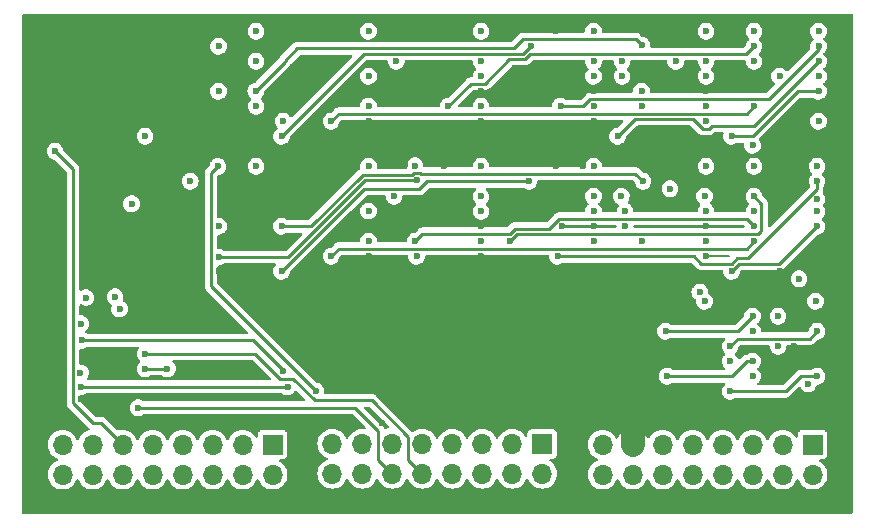
<source format=gbr>
%TF.GenerationSoftware,KiCad,Pcbnew,6.0.6-3a73a75311~116~ubuntu20.04.1*%
%TF.CreationDate,2022-07-29T20:39:59-07:00*%
%TF.ProjectId,ALUMux,414c554d-7578-42e6-9b69-6361645f7063,rev?*%
%TF.SameCoordinates,Original*%
%TF.FileFunction,Copper,L2,Inr*%
%TF.FilePolarity,Positive*%
%FSLAX46Y46*%
G04 Gerber Fmt 4.6, Leading zero omitted, Abs format (unit mm)*
G04 Created by KiCad (PCBNEW 6.0.6-3a73a75311~116~ubuntu20.04.1) date 2022-07-29 20:39:59*
%MOMM*%
%LPD*%
G01*
G04 APERTURE LIST*
%TA.AperFunction,ComponentPad*%
%ADD10R,1.700000X1.700000*%
%TD*%
%TA.AperFunction,ComponentPad*%
%ADD11O,1.700000X1.700000*%
%TD*%
%TA.AperFunction,ViaPad*%
%ADD12C,0.600000*%
%TD*%
%TA.AperFunction,Conductor*%
%ADD13C,0.250000*%
%TD*%
%TA.AperFunction,Conductor*%
%ADD14C,2.000000*%
%TD*%
G04 APERTURE END LIST*
D10*
%TO.N,/OUT_RESULT7*%
%TO.C,J3*%
X186690000Y-141035000D03*
D11*
%TO.N,/OUT_RESULT6*%
X186690000Y-143575000D03*
%TO.N,/OUT_RESULT5*%
X184150000Y-141035000D03*
%TO.N,/OUT_RESULT4*%
X184150000Y-143575000D03*
%TO.N,/OUT_RESULT3*%
X181610000Y-141035000D03*
%TO.N,/OUT_RESULT2*%
X181610000Y-143575000D03*
%TO.N,/OUT_RESULT1*%
X179070000Y-141035000D03*
%TO.N,/OUT_RESULT0*%
X179070000Y-143575000D03*
%TO.N,/~{IN_L}*%
X176530000Y-141035000D03*
%TO.N,/IN_R0*%
X176530000Y-143575000D03*
%TO.N,/SWAP_NIBBLES*%
X173990000Y-141035000D03*
%TO.N,/IN_R1*%
X173990000Y-143575000D03*
%TO.N,0*%
X171450000Y-141035000D03*
%TO.N,/IN_R2*%
X171450000Y-143575000D03*
%TO.N,1*%
X168910000Y-141035000D03*
%TO.N,/IN_R3*%
X168910000Y-143575000D03*
%TD*%
D10*
%TO.N,/IN_ACC7*%
%TO.C,J2*%
X163815000Y-140970000D03*
D11*
%TO.N,/IN_ACC3*%
X163815000Y-143510000D03*
%TO.N,/IN_ACC6*%
X161275000Y-140970000D03*
%TO.N,/IN_ACC2*%
X161275000Y-143510000D03*
%TO.N,/IN_ACC5*%
X158735000Y-140970000D03*
%TO.N,/IN_ACC1*%
X158735000Y-143510000D03*
%TO.N,/IN_ACC4*%
X156195000Y-140970000D03*
%TO.N,/IN_ACC0*%
X156195000Y-143510000D03*
%TO.N,1*%
X153655000Y-140970000D03*
%TO.N,/OUT_RX_ID3*%
X153655000Y-143510000D03*
%TO.N,0*%
X151115000Y-140970000D03*
%TO.N,/OUT_RX_ID2*%
X151115000Y-143510000D03*
%TO.N,/OPB_IS_IMM*%
X148575000Y-140970000D03*
%TO.N,/OUT_RX_ID1*%
X148575000Y-143510000D03*
%TO.N,/IMM_HIGH*%
X146035000Y-140970000D03*
%TO.N,/OUT_RX_ID0*%
X146035000Y-143510000D03*
%TD*%
D10*
%TO.N,/IN_REGDATA3*%
%TO.C,J1*%
X140970000Y-141035000D03*
D11*
%TO.N,/IN_REGDATA7*%
X140970000Y-143575000D03*
%TO.N,/IN_REGDATA2*%
X138430000Y-141035000D03*
%TO.N,/IN_REGDATA6*%
X138430000Y-143575000D03*
%TO.N,/IN_REGDATA1*%
X135890000Y-141035000D03*
%TO.N,/IN_REGDATA5*%
X135890000Y-143575000D03*
%TO.N,/IN_REGDATA0*%
X133350000Y-141035000D03*
%TO.N,/IN_REGDATA4*%
X133350000Y-143575000D03*
%TO.N,/~{CARRY_WE}*%
X130810000Y-141035000D03*
%TO.N,/IN_IMMEDIATE3*%
X130810000Y-143575000D03*
%TO.N,/OUT_CARRY*%
X128270000Y-141035000D03*
%TO.N,/IN_IMMEDIATE2*%
X128270000Y-143575000D03*
%TO.N,/CHANGEOUT*%
X125730000Y-141035000D03*
%TO.N,/IN_IMMEDIATE1*%
X125730000Y-143575000D03*
%TO.N,/CLK*%
X123190000Y-141035000D03*
%TO.N,/IN_IMMEDIATE0*%
X123190000Y-143575000D03*
%TD*%
D12*
%TO.N,0*%
X185127500Y-132704500D03*
X175641000Y-133223000D03*
X178308000Y-138938000D03*
X152781000Y-109855000D03*
X127381000Y-134366000D03*
X133985000Y-135255000D03*
X165481000Y-122555000D03*
X168148000Y-122555000D03*
X170942000Y-138557000D03*
X158369000Y-133223000D03*
X156718000Y-130937000D03*
X184025621Y-106679876D03*
X167248500Y-117475000D03*
X184912000Y-119634000D03*
%TO.N,/ADDOUT7*%
X187198000Y-113665000D03*
%TO.N,/ADDOUT0*%
X181610000Y-131445000D03*
X181737000Y-121285000D03*
%TO.N,/ADD_LEFT2*%
X187071000Y-120269000D03*
X185547000Y-127000000D03*
%TO.N,/IN_ACC3*%
X177154500Y-128143000D03*
X177546000Y-120015000D03*
%TO.N,/ADD_RIGHT2*%
X187071500Y-118745000D03*
X165100000Y-125095000D03*
%TO.N,0*%
X166370000Y-142240000D03*
X143510000Y-142367000D03*
%TO.N,/ADD_RIGHT1*%
X153162000Y-125095000D03*
X153030498Y-117415110D03*
%TO.N,1*%
X168148000Y-121285000D03*
X177673000Y-112395000D03*
X139573000Y-117475000D03*
X177673000Y-109855000D03*
X187198000Y-106045000D03*
X177673000Y-121285000D03*
X168148000Y-117475000D03*
X186944000Y-128905000D03*
X158623000Y-121285000D03*
X177673000Y-123825000D03*
X158623000Y-117475000D03*
X168148000Y-106045000D03*
X168148000Y-123825000D03*
X168148000Y-109855000D03*
X158623000Y-123825000D03*
X130175000Y-114935000D03*
X149098000Y-112384500D03*
X139573000Y-106045000D03*
X158623000Y-112394500D03*
X168148000Y-112395000D03*
X149098000Y-121274500D03*
X177673000Y-106045000D03*
X187071000Y-117475000D03*
X177673000Y-117475000D03*
X128016000Y-129540000D03*
X149098000Y-106045000D03*
X177546000Y-128905000D03*
X158623000Y-106045000D03*
X158623000Y-109855000D03*
X149098000Y-123825000D03*
X149098000Y-109855000D03*
X149098000Y-117475000D03*
%TO.N,0*%
X186944000Y-130175000D03*
X168148000Y-113665000D03*
X145923000Y-117475000D03*
X130302000Y-127762000D03*
X138557000Y-114808000D03*
X174498000Y-117475000D03*
X150241000Y-139192000D03*
X149860000Y-129413000D03*
X130302000Y-123825000D03*
X149098000Y-113665000D03*
X174371000Y-106045000D03*
X145923000Y-114935000D03*
X164973000Y-106045000D03*
X152146000Y-117348000D03*
X136398000Y-137033000D03*
X181483000Y-137795000D03*
X183896000Y-126365000D03*
X122428000Y-118745000D03*
X183896000Y-114935000D03*
X174498000Y-126365000D03*
X126111000Y-120396000D03*
X124714000Y-137160000D03*
X152781000Y-130302000D03*
X183652500Y-137795000D03*
X139573000Y-118745000D03*
X177673000Y-122555000D03*
X136398000Y-114935000D03*
X139065000Y-123698000D03*
X174371000Y-137795000D03*
X174371000Y-114935000D03*
X122428000Y-123825000D03*
X155448000Y-114935000D03*
X158623000Y-113665000D03*
X177673000Y-113665000D03*
X146050000Y-130683000D03*
X145923000Y-126365000D03*
X155448000Y-117475000D03*
X155448000Y-126365000D03*
X136398000Y-126365000D03*
X158623000Y-125095000D03*
X149098000Y-111125000D03*
X164973000Y-126365000D03*
X162433000Y-129540000D03*
X145923000Y-106045000D03*
X122555000Y-126365000D03*
X177673000Y-125095000D03*
X164973000Y-117475000D03*
X177546000Y-130175000D03*
X177673000Y-111125000D03*
X155448000Y-106045000D03*
X130302000Y-118745000D03*
X158623000Y-111114500D03*
X149098000Y-125095000D03*
X164973000Y-114935000D03*
X149098000Y-122555000D03*
X130175000Y-117475000D03*
X162306000Y-132588000D03*
X132842000Y-118872000D03*
X168148000Y-111125000D03*
X139573000Y-107315000D03*
X158623000Y-122544500D03*
%TO.N,/IN_ACC0*%
X151257000Y-120025500D03*
%TO.N,/IN_REGDATA0*%
X133999778Y-118745000D03*
%TO.N,/IN_ACC1*%
X158623500Y-120025500D03*
%TO.N,/IN_REGDATA1*%
X136397500Y-122555000D03*
%TO.N,/IN_ACC2*%
X168148000Y-120015000D03*
%TO.N,/IN_ACC4*%
X151434800Y-108595500D03*
%TO.N,/IN_REGDATA4*%
X136398000Y-107315000D03*
%TO.N,/IN_ACC5*%
X158623000Y-108585000D03*
%TO.N,/IN_REGDATA5*%
X136398000Y-111125000D03*
%TO.N,/IN_ACC6*%
X168148000Y-108585000D03*
%TO.N,/IN_REGDATA6*%
X139573000Y-112395000D03*
%TO.N,/IN_ACC7*%
X177673000Y-108584500D03*
%TO.N,/IN_REGDATA7*%
X139573000Y-108585000D03*
%TO.N,/IN_R3*%
X170504502Y-120015000D03*
X170561000Y-108585000D03*
%TO.N,/IN_R2*%
X170561000Y-109855000D03*
X170815000Y-121285000D03*
%TO.N,/IN_R1*%
X172212000Y-111125000D03*
X170815000Y-122555000D03*
%TO.N,/IN_R0*%
X172212000Y-112395000D03*
X172212000Y-123825000D03*
%TO.N,/OUT_RESULT4*%
X183769000Y-132715000D03*
%TO.N,/OPB_IS_IMM*%
X136347200Y-117485500D03*
X144653000Y-136525000D03*
%TO.N,/OUT_RESULT3*%
X179705000Y-133985000D03*
%TO.N,/IN_IMMEDIATE0*%
X124714000Y-130810000D03*
X129032000Y-120650000D03*
%TO.N,/IN_IMMEDIATE1*%
X127635000Y-128524000D03*
X124704211Y-134985389D03*
%TO.N,/IN_IMMEDIATE2*%
X130185500Y-134620000D03*
X132069500Y-134620000D03*
%TO.N,/~{IN_L}*%
X174625000Y-119380124D03*
X175105000Y-108584500D03*
%TO.N,/OUT_RX_ID0*%
X141849000Y-134846400D03*
X124841000Y-132207000D03*
%TO.N,/OUT_CARRY*%
X122555000Y-116205000D03*
%TO.N,/OUT_RX_ID1*%
X124714500Y-136144698D03*
X142240000Y-136144000D03*
%TO.N,/IMM_HIGH*%
X141859000Y-113665000D03*
%TO.N,/OUT_RX_ID2*%
X129590800Y-137922000D03*
%TO.N,/CLK*%
X125155589Y-128590411D03*
%TO.N,/OUT_RX_ID3*%
X130185500Y-133350000D03*
%TO.N,/ADDOUT1*%
X181610000Y-135255000D03*
X181737000Y-117475000D03*
%TO.N,/ADD_LEFT1*%
X181737000Y-120015000D03*
X161036000Y-123825500D03*
%TO.N,/ADD_LEFT0*%
X153030498Y-123825000D03*
X181737000Y-122555000D03*
%TO.N,/ADD_RIGHT0*%
X145923000Y-125095000D03*
X181737000Y-123825000D03*
%TO.N,/ADD_LEFT3*%
X187071500Y-122555000D03*
X179832000Y-126365000D03*
%TO.N,/ADDOUT2*%
X187071500Y-121285000D03*
X186319000Y-135900000D03*
%TO.N,/ADDOUT5*%
X174371000Y-135255000D03*
X181737000Y-106045000D03*
X181610000Y-133985000D03*
%TO.N,/ADD_RIGHT5*%
X155829000Y-112405500D03*
X181737000Y-107315000D03*
%TO.N,/ADD_LEFT5*%
X181610000Y-115707500D03*
X181737000Y-108585000D03*
%TO.N,/ADDOUT4*%
X183769000Y-130175000D03*
X181610000Y-130175000D03*
X174244000Y-131445000D03*
X183896000Y-109857911D03*
%TO.N,/ADD_RIGHT4*%
X181737000Y-112415500D03*
X145923000Y-113665000D03*
%TO.N,/ADDOUT7*%
X179705000Y-132715000D03*
X187071000Y-131445000D03*
%TO.N,/ADD_LEFT7*%
X179832000Y-114935000D03*
X187198000Y-111125000D03*
%TO.N,/ADDOUT6*%
X187198000Y-109855000D03*
X187071000Y-135255000D03*
X179705000Y-136525000D03*
%TO.N,/ADD_LEFT6*%
X170190500Y-114935000D03*
X187198000Y-108585000D03*
%TO.N,/ADD_RIGHT6*%
X187198000Y-107315000D03*
X165354000Y-112395000D03*
%TO.N,/OPB1*%
X153202788Y-118664610D03*
X136398500Y-125171200D03*
%TO.N,/OPB2*%
X141732000Y-126365000D03*
X162687000Y-118745000D03*
%TO.N,/OPB3*%
X141732000Y-122555000D03*
X172339500Y-118745500D03*
%TO.N,/OPB6*%
X162814000Y-107315000D03*
X141732000Y-114935000D03*
%TO.N,/OPB7*%
X172252439Y-107234261D03*
X139547600Y-111099600D03*
%TD*%
D13*
%TO.N,/ADD_LEFT6*%
X170190500Y-114935000D02*
X171645500Y-113480000D01*
X178175884Y-114046000D02*
X181737000Y-114046000D01*
X171645500Y-113480000D02*
X176604116Y-113480000D01*
X176604116Y-113480000D02*
X177414116Y-114290000D01*
X177414116Y-114290000D02*
X177931884Y-114290000D01*
X177931884Y-114290000D02*
X178175884Y-114046000D01*
X181737000Y-114046000D02*
X187198000Y-108585000D01*
%TO.N,/ADD_RIGHT5*%
X155829000Y-112405500D02*
X157744500Y-110490000D01*
X157744500Y-110490000D02*
X158941198Y-110490000D01*
X158941198Y-110490000D02*
X161031198Y-108400000D01*
X161031198Y-108400000D02*
X162365396Y-108400000D01*
X162365396Y-108400000D02*
X162805396Y-107960000D01*
X162805396Y-107960000D02*
X181092000Y-107960000D01*
X181092000Y-107960000D02*
X181737000Y-107315000D01*
%TO.N,/OPB7*%
X139547600Y-111099600D02*
X141986000Y-108661200D01*
X141986000Y-108661200D02*
X141986000Y-108585000D01*
X141986000Y-108585000D02*
X143071000Y-107500000D01*
X143071000Y-107500000D02*
X161379000Y-107500000D01*
X161379000Y-107500000D02*
X162189000Y-106690000D01*
X162189000Y-106690000D02*
X171708178Y-106690000D01*
X171708178Y-106690000D02*
X172252439Y-107234261D01*
%TO.N,/OPB6*%
X162814000Y-107315000D02*
X162179000Y-107950000D01*
X162179000Y-107950000D02*
X148717000Y-107950000D01*
X148717000Y-107950000D02*
X141732000Y-114935000D01*
%TO.N,/OUT_CARRY*%
X122555000Y-116205000D02*
X124079000Y-117729000D01*
X124079000Y-117729000D02*
X124079000Y-137541000D01*
X124079000Y-137541000D02*
X125740000Y-139202000D01*
X125740000Y-139202000D02*
X126437000Y-139202000D01*
X126437000Y-139202000D02*
X128270000Y-141035000D01*
%TO.N,0*%
X168148000Y-122555000D02*
X165481000Y-122555000D01*
%TO.N,/ADD_RIGHT2*%
X165100000Y-125095000D02*
X176657000Y-125095000D01*
X176657000Y-125095000D02*
X177282000Y-125720000D01*
X177282000Y-125720000D02*
X179840604Y-125720000D01*
X179840604Y-125720000D02*
X180338604Y-125222000D01*
X180338604Y-125222000D02*
X181223884Y-125222000D01*
X181223884Y-125222000D02*
X187071500Y-119374384D01*
X187071500Y-119374384D02*
X187071500Y-118745000D01*
%TO.N,/ADD_LEFT0*%
X153030498Y-123825000D02*
X153667749Y-123187749D01*
X153667749Y-123187749D02*
X161037355Y-123187749D01*
X161037355Y-123187749D02*
X161475104Y-122750000D01*
X161475104Y-122750000D02*
X164402116Y-122750000D01*
X164402116Y-122750000D02*
X165232116Y-121920000D01*
X165232116Y-121920000D02*
X181102000Y-121920000D01*
X181102000Y-121920000D02*
X181737000Y-122555000D01*
D14*
%TO.N,0*%
X171450000Y-141035000D02*
X171450000Y-139065000D01*
D13*
%TO.N,/OUT_RX_ID2*%
X151115000Y-143510000D02*
X149940000Y-142335000D01*
X149940000Y-142335000D02*
X149940000Y-139907000D01*
X149940000Y-139907000D02*
X147955000Y-137922000D01*
X147955000Y-137922000D02*
X129590800Y-137922000D01*
%TO.N,/OPB_IS_IMM*%
X135773000Y-118059700D02*
X136347200Y-117485500D01*
X144653000Y-136525000D02*
X135773000Y-127645000D01*
X135773000Y-127645000D02*
X135773000Y-118059700D01*
%TO.N,/OUT_RX_ID3*%
X142709900Y-135470900D02*
X144526000Y-137287000D01*
X141589616Y-135470900D02*
X142709900Y-135470900D01*
X149352000Y-137287000D02*
X152480000Y-140415000D01*
X144526000Y-137287000D02*
X149352000Y-137287000D01*
%TO.N,/IN_IMMEDIATE2*%
X132069500Y-134620000D02*
X130185500Y-134620000D01*
%TO.N,/OUT_RX_ID0*%
X141849000Y-134737000D02*
X139319000Y-132207000D01*
X139319000Y-132207000D02*
X124841000Y-132207000D01*
X141849000Y-134846400D02*
X141849000Y-134737000D01*
%TO.N,/OUT_RX_ID1*%
X142240000Y-136144000D02*
X142239302Y-136144698D01*
X142239302Y-136144698D02*
X124714500Y-136144698D01*
%TO.N,/OUT_RX_ID3*%
X130185500Y-133350000D02*
X139468716Y-133350000D01*
X139468716Y-133350000D02*
X141589616Y-135470900D01*
X152480000Y-140415000D02*
X152480000Y-142335000D01*
X152480000Y-142335000D02*
X153655000Y-143510000D01*
%TO.N,/ADD_LEFT1*%
X161661500Y-123200000D02*
X182108000Y-123200000D01*
X161036000Y-123825500D02*
X161661500Y-123200000D01*
X182362000Y-122946000D02*
X182362000Y-120640000D01*
X182362000Y-120640000D02*
X181737000Y-120015000D01*
X182108000Y-123200000D02*
X182362000Y-122946000D01*
%TO.N,/ADD_RIGHT0*%
X181112000Y-124450000D02*
X146568000Y-124450000D01*
X146568000Y-124450000D02*
X145923000Y-125095000D01*
X181737000Y-123825000D02*
X181112000Y-124450000D01*
%TO.N,/ADD_LEFT3*%
X183886500Y-125740000D02*
X187071500Y-122555000D01*
X179832000Y-126365000D02*
X180457000Y-125740000D01*
X180457000Y-125740000D02*
X183886500Y-125740000D01*
%TO.N,/ADDOUT5*%
X174371000Y-135255000D02*
X179832000Y-135255000D01*
X179832000Y-135255000D02*
X181102000Y-133985000D01*
X181102000Y-133985000D02*
X181610000Y-133985000D01*
%TO.N,/ADDOUT4*%
X174244000Y-131445000D02*
X180340000Y-131445000D01*
X180340000Y-131445000D02*
X181610000Y-130175000D01*
%TO.N,/ADD_RIGHT4*%
X146558000Y-113030000D02*
X145923000Y-113665000D01*
X181737000Y-112415500D02*
X181122500Y-113030000D01*
X181122500Y-113030000D02*
X146558000Y-113030000D01*
%TO.N,/ADDOUT7*%
X179705000Y-132715000D02*
X180340000Y-132080000D01*
X186436000Y-132080000D02*
X187071000Y-131445000D01*
X180340000Y-132080000D02*
X186436000Y-132080000D01*
%TO.N,/ADD_LEFT7*%
X179832000Y-114935000D02*
X181610000Y-114935000D01*
X185420000Y-111125000D02*
X187198000Y-111125000D01*
X181610000Y-114935000D02*
X185420000Y-111125000D01*
%TO.N,/ADDOUT6*%
X184404000Y-136525000D02*
X185674000Y-135255000D01*
X179705000Y-136525000D02*
X184404000Y-136525000D01*
X185674000Y-135255000D02*
X187071000Y-135255000D01*
%TO.N,/ADD_RIGHT6*%
X165608000Y-112395000D02*
X167264116Y-112395000D01*
X165354000Y-112395000D02*
X165608000Y-112395000D01*
X187198000Y-107569000D02*
X187198000Y-107315000D01*
X167264116Y-112395000D02*
X167889116Y-111770000D01*
X167889116Y-111770000D02*
X182997000Y-111770000D01*
X182997000Y-111770000D02*
X187198000Y-107569000D01*
%TO.N,/OPB1*%
X142289404Y-125171200D02*
X136398500Y-125171200D01*
X148795994Y-118664610D02*
X142289404Y-125171200D01*
X153202788Y-118664610D02*
X148795994Y-118664610D01*
%TO.N,/OPB2*%
X153395500Y-119400500D02*
X154051000Y-118745000D01*
X141732000Y-126365000D02*
X148696500Y-119400500D01*
X154051000Y-118745000D02*
X162687000Y-118745000D01*
X148696500Y-119400500D02*
X153395500Y-119400500D01*
%TO.N,/OPB3*%
X171694000Y-118100000D02*
X172339500Y-118745500D01*
X152768904Y-118214610D02*
X152943904Y-118039610D01*
X144269208Y-122555000D02*
X148609598Y-118214610D01*
X153522062Y-118100000D02*
X171694000Y-118100000D01*
X148609598Y-118214610D02*
X152768904Y-118214610D01*
X152943904Y-118039610D02*
X153461672Y-118039610D01*
X141732000Y-122555000D02*
X144269208Y-122555000D01*
X153461672Y-118039610D02*
X153522062Y-118100000D01*
%TD*%
%TA.AperFunction,Conductor*%
%TO.N,0*%
G36*
X190051631Y-104566113D02*
G01*
X190088176Y-104616413D01*
X190093100Y-104647500D01*
X190093100Y-146812500D01*
X190073887Y-146871631D01*
X190023587Y-146908176D01*
X189992500Y-146913100D01*
X119887500Y-146913100D01*
X119828369Y-146893887D01*
X119791824Y-146843587D01*
X119786900Y-146812500D01*
X119786900Y-116197543D01*
X121842947Y-116197543D01*
X121861722Y-116367607D01*
X121920521Y-116528283D01*
X122015950Y-116670296D01*
X122142499Y-116785446D01*
X122292861Y-116867086D01*
X122298731Y-116868626D01*
X122452491Y-116908965D01*
X122452493Y-116908965D01*
X122458358Y-116910504D01*
X122466997Y-116910640D01*
X122468341Y-116910661D01*
X122527163Y-116930802D01*
X122537894Y-116940114D01*
X123517635Y-117919855D01*
X123545861Y-117975253D01*
X123547100Y-117990990D01*
X123547100Y-137526945D01*
X123547012Y-137531157D01*
X123544482Y-137591526D01*
X123546047Y-137598197D01*
X123546047Y-137598200D01*
X123554309Y-137633424D01*
X123556036Y-137642743D01*
X123561877Y-137685383D01*
X123568397Y-137700449D01*
X123574012Y-137717427D01*
X123577760Y-137733408D01*
X123581064Y-137739418D01*
X123581066Y-137739423D01*
X123598493Y-137771123D01*
X123602662Y-137779632D01*
X123619754Y-137819129D01*
X123624070Y-137824458D01*
X123624070Y-137824459D01*
X123630082Y-137831883D01*
X123640059Y-137846730D01*
X123647967Y-137861114D01*
X123654738Y-137868958D01*
X123679227Y-137893447D01*
X123686272Y-137901272D01*
X123711466Y-137932384D01*
X123717051Y-137936353D01*
X123717052Y-137936354D01*
X123727731Y-137943943D01*
X123740590Y-137954810D01*
X125353953Y-139568173D01*
X125356869Y-139571214D01*
X125397766Y-139615689D01*
X125419027Y-139628871D01*
X125433410Y-139637789D01*
X125473541Y-139685277D01*
X125478095Y-139747284D01*
X125445332Y-139800126D01*
X125406437Y-139820460D01*
X125298473Y-139849389D01*
X125099150Y-139942335D01*
X125041311Y-139982834D01*
X124922591Y-140065962D01*
X124922588Y-140065964D01*
X124918994Y-140068481D01*
X124763481Y-140223994D01*
X124637335Y-140404150D01*
X124551175Y-140588921D01*
X124508772Y-140634392D01*
X124447740Y-140646255D01*
X124391391Y-140619979D01*
X124368825Y-140588921D01*
X124282665Y-140404150D01*
X124156519Y-140223994D01*
X124001006Y-140068481D01*
X123997412Y-140065964D01*
X123997409Y-140065962D01*
X123892771Y-139992694D01*
X123820851Y-139942335D01*
X123621527Y-139849389D01*
X123437676Y-139800126D01*
X123413340Y-139793605D01*
X123413337Y-139793605D01*
X123409092Y-139792467D01*
X123190000Y-139773299D01*
X122970908Y-139792467D01*
X122966663Y-139793605D01*
X122966660Y-139793605D01*
X122942324Y-139800126D01*
X122758473Y-139849389D01*
X122559150Y-139942335D01*
X122501311Y-139982834D01*
X122382591Y-140065962D01*
X122382588Y-140065964D01*
X122378994Y-140068481D01*
X122223481Y-140223994D01*
X122097335Y-140404150D01*
X122004389Y-140603473D01*
X121947467Y-140815908D01*
X121928299Y-141035000D01*
X121947467Y-141254092D01*
X121948605Y-141258337D01*
X121948605Y-141258340D01*
X121968283Y-141331779D01*
X122004389Y-141466527D01*
X122097335Y-141665850D01*
X122144443Y-141733127D01*
X122216667Y-141836274D01*
X122223481Y-141846006D01*
X122378994Y-142001519D01*
X122382588Y-142004036D01*
X122382591Y-142004038D01*
X122425320Y-142033957D01*
X122559149Y-142127665D01*
X122652920Y-142171391D01*
X122743920Y-142213825D01*
X122789392Y-142256228D01*
X122801255Y-142317260D01*
X122774979Y-142373609D01*
X122743922Y-142396174D01*
X122559150Y-142482335D01*
X122530083Y-142502688D01*
X122382591Y-142605962D01*
X122382588Y-142605964D01*
X122378994Y-142608481D01*
X122223481Y-142763994D01*
X122097335Y-142944150D01*
X122004389Y-143143473D01*
X121947467Y-143355908D01*
X121928299Y-143575000D01*
X121947467Y-143794092D01*
X122004389Y-144006527D01*
X122097335Y-144205850D01*
X122099854Y-144209447D01*
X122180143Y-144324112D01*
X122223481Y-144386006D01*
X122378994Y-144541519D01*
X122382588Y-144544036D01*
X122382591Y-144544038D01*
X122462722Y-144600146D01*
X122559149Y-144667665D01*
X122758473Y-144760611D01*
X122893221Y-144796717D01*
X122966660Y-144816395D01*
X122966663Y-144816395D01*
X122970908Y-144817533D01*
X123190000Y-144836701D01*
X123409092Y-144817533D01*
X123413337Y-144816395D01*
X123413340Y-144816395D01*
X123486779Y-144796717D01*
X123621527Y-144760611D01*
X123820851Y-144667665D01*
X123917278Y-144600146D01*
X123997409Y-144544038D01*
X123997412Y-144544036D01*
X124001006Y-144541519D01*
X124156519Y-144386006D01*
X124199858Y-144324112D01*
X124280146Y-144209447D01*
X124282665Y-144205850D01*
X124368826Y-144021078D01*
X124411228Y-143975608D01*
X124472260Y-143963745D01*
X124528609Y-143990021D01*
X124551174Y-144021078D01*
X124637335Y-144205850D01*
X124639854Y-144209447D01*
X124720143Y-144324112D01*
X124763481Y-144386006D01*
X124918994Y-144541519D01*
X124922588Y-144544036D01*
X124922591Y-144544038D01*
X125002722Y-144600146D01*
X125099149Y-144667665D01*
X125298473Y-144760611D01*
X125433221Y-144796717D01*
X125506660Y-144816395D01*
X125506663Y-144816395D01*
X125510908Y-144817533D01*
X125730000Y-144836701D01*
X125949092Y-144817533D01*
X125953337Y-144816395D01*
X125953340Y-144816395D01*
X126026779Y-144796717D01*
X126161527Y-144760611D01*
X126360851Y-144667665D01*
X126457278Y-144600146D01*
X126537409Y-144544038D01*
X126537412Y-144544036D01*
X126541006Y-144541519D01*
X126696519Y-144386006D01*
X126739858Y-144324112D01*
X126820146Y-144209447D01*
X126822665Y-144205850D01*
X126908826Y-144021078D01*
X126951228Y-143975608D01*
X127012260Y-143963745D01*
X127068609Y-143990021D01*
X127091174Y-144021078D01*
X127177335Y-144205850D01*
X127179854Y-144209447D01*
X127260143Y-144324112D01*
X127303481Y-144386006D01*
X127458994Y-144541519D01*
X127462588Y-144544036D01*
X127462591Y-144544038D01*
X127542722Y-144600146D01*
X127639149Y-144667665D01*
X127838473Y-144760611D01*
X127973221Y-144796717D01*
X128046660Y-144816395D01*
X128046663Y-144816395D01*
X128050908Y-144817533D01*
X128270000Y-144836701D01*
X128489092Y-144817533D01*
X128493337Y-144816395D01*
X128493340Y-144816395D01*
X128566779Y-144796717D01*
X128701527Y-144760611D01*
X128900851Y-144667665D01*
X128997278Y-144600146D01*
X129077409Y-144544038D01*
X129077412Y-144544036D01*
X129081006Y-144541519D01*
X129236519Y-144386006D01*
X129279858Y-144324112D01*
X129360146Y-144209447D01*
X129362665Y-144205850D01*
X129448826Y-144021078D01*
X129491228Y-143975608D01*
X129552260Y-143963745D01*
X129608609Y-143990021D01*
X129631174Y-144021078D01*
X129717335Y-144205850D01*
X129719854Y-144209447D01*
X129800143Y-144324112D01*
X129843481Y-144386006D01*
X129998994Y-144541519D01*
X130002588Y-144544036D01*
X130002591Y-144544038D01*
X130082722Y-144600146D01*
X130179149Y-144667665D01*
X130378473Y-144760611D01*
X130513221Y-144796717D01*
X130586660Y-144816395D01*
X130586663Y-144816395D01*
X130590908Y-144817533D01*
X130810000Y-144836701D01*
X131029092Y-144817533D01*
X131033337Y-144816395D01*
X131033340Y-144816395D01*
X131106779Y-144796717D01*
X131241527Y-144760611D01*
X131440851Y-144667665D01*
X131537278Y-144600146D01*
X131617409Y-144544038D01*
X131617412Y-144544036D01*
X131621006Y-144541519D01*
X131776519Y-144386006D01*
X131819858Y-144324112D01*
X131900146Y-144209447D01*
X131902665Y-144205850D01*
X131988826Y-144021078D01*
X132031228Y-143975608D01*
X132092260Y-143963745D01*
X132148609Y-143990021D01*
X132171174Y-144021078D01*
X132257335Y-144205850D01*
X132259854Y-144209447D01*
X132340143Y-144324112D01*
X132383481Y-144386006D01*
X132538994Y-144541519D01*
X132542588Y-144544036D01*
X132542591Y-144544038D01*
X132622722Y-144600146D01*
X132719149Y-144667665D01*
X132918473Y-144760611D01*
X133053221Y-144796717D01*
X133126660Y-144816395D01*
X133126663Y-144816395D01*
X133130908Y-144817533D01*
X133350000Y-144836701D01*
X133569092Y-144817533D01*
X133573337Y-144816395D01*
X133573340Y-144816395D01*
X133646779Y-144796717D01*
X133781527Y-144760611D01*
X133980851Y-144667665D01*
X134077278Y-144600146D01*
X134157409Y-144544038D01*
X134157412Y-144544036D01*
X134161006Y-144541519D01*
X134316519Y-144386006D01*
X134359858Y-144324112D01*
X134440146Y-144209447D01*
X134442665Y-144205850D01*
X134528826Y-144021078D01*
X134571228Y-143975608D01*
X134632260Y-143963745D01*
X134688609Y-143990021D01*
X134711174Y-144021078D01*
X134797335Y-144205850D01*
X134799854Y-144209447D01*
X134880143Y-144324112D01*
X134923481Y-144386006D01*
X135078994Y-144541519D01*
X135082588Y-144544036D01*
X135082591Y-144544038D01*
X135162722Y-144600146D01*
X135259149Y-144667665D01*
X135458473Y-144760611D01*
X135593221Y-144796717D01*
X135666660Y-144816395D01*
X135666663Y-144816395D01*
X135670908Y-144817533D01*
X135890000Y-144836701D01*
X136109092Y-144817533D01*
X136113337Y-144816395D01*
X136113340Y-144816395D01*
X136186779Y-144796717D01*
X136321527Y-144760611D01*
X136520851Y-144667665D01*
X136617278Y-144600146D01*
X136697409Y-144544038D01*
X136697412Y-144544036D01*
X136701006Y-144541519D01*
X136856519Y-144386006D01*
X136899858Y-144324112D01*
X136980146Y-144209447D01*
X136982665Y-144205850D01*
X137068826Y-144021078D01*
X137111228Y-143975608D01*
X137172260Y-143963745D01*
X137228609Y-143990021D01*
X137251174Y-144021078D01*
X137337335Y-144205850D01*
X137339854Y-144209447D01*
X137420143Y-144324112D01*
X137463481Y-144386006D01*
X137618994Y-144541519D01*
X137622588Y-144544036D01*
X137622591Y-144544038D01*
X137702722Y-144600146D01*
X137799149Y-144667665D01*
X137998473Y-144760611D01*
X138133221Y-144796717D01*
X138206660Y-144816395D01*
X138206663Y-144816395D01*
X138210908Y-144817533D01*
X138430000Y-144836701D01*
X138649092Y-144817533D01*
X138653337Y-144816395D01*
X138653340Y-144816395D01*
X138726779Y-144796717D01*
X138861527Y-144760611D01*
X139060851Y-144667665D01*
X139157278Y-144600146D01*
X139237409Y-144544038D01*
X139237412Y-144544036D01*
X139241006Y-144541519D01*
X139396519Y-144386006D01*
X139439858Y-144324112D01*
X139520146Y-144209447D01*
X139522665Y-144205850D01*
X139608826Y-144021078D01*
X139651228Y-143975608D01*
X139712260Y-143963745D01*
X139768609Y-143990021D01*
X139791174Y-144021078D01*
X139877335Y-144205850D01*
X139879854Y-144209447D01*
X139960143Y-144324112D01*
X140003481Y-144386006D01*
X140158994Y-144541519D01*
X140162588Y-144544036D01*
X140162591Y-144544038D01*
X140242722Y-144600146D01*
X140339149Y-144667665D01*
X140538473Y-144760611D01*
X140673221Y-144796717D01*
X140746660Y-144816395D01*
X140746663Y-144816395D01*
X140750908Y-144817533D01*
X140970000Y-144836701D01*
X141189092Y-144817533D01*
X141193337Y-144816395D01*
X141193340Y-144816395D01*
X141266779Y-144796717D01*
X141401527Y-144760611D01*
X141600851Y-144667665D01*
X141697278Y-144600146D01*
X141777409Y-144544038D01*
X141777412Y-144544036D01*
X141781006Y-144541519D01*
X141936519Y-144386006D01*
X141979858Y-144324112D01*
X142060146Y-144209447D01*
X142062665Y-144205850D01*
X142155611Y-144006527D01*
X142212533Y-143794092D01*
X142231701Y-143575000D01*
X142212533Y-143355908D01*
X142155611Y-143143473D01*
X142062665Y-142944150D01*
X141936519Y-142763994D01*
X141781006Y-142608481D01*
X141777412Y-142605964D01*
X141777409Y-142605962D01*
X141629918Y-142502688D01*
X141600851Y-142482335D01*
X141596870Y-142480479D01*
X141595388Y-142479623D01*
X141553785Y-142433419D01*
X141547285Y-142371585D01*
X141578372Y-142317740D01*
X141635170Y-142292451D01*
X141645687Y-142291900D01*
X141852024Y-142291900D01*
X141947306Y-142276809D01*
X142001097Y-142249401D01*
X142055098Y-142221886D01*
X142055099Y-142221885D01*
X142062151Y-142218292D01*
X142153292Y-142127151D01*
X142159647Y-142114680D01*
X142208213Y-142019363D01*
X142211809Y-142012306D01*
X142226900Y-141917024D01*
X142226900Y-140152976D01*
X142211809Y-140057694D01*
X142173666Y-139982834D01*
X142156886Y-139949902D01*
X142156885Y-139949901D01*
X142153292Y-139942849D01*
X142062151Y-139851708D01*
X142055099Y-139848115D01*
X142055098Y-139848114D01*
X141977769Y-139808713D01*
X141947306Y-139793191D01*
X141852024Y-139778100D01*
X140087976Y-139778100D01*
X139992694Y-139793191D01*
X139962231Y-139808713D01*
X139884902Y-139848114D01*
X139884901Y-139848115D01*
X139877849Y-139851708D01*
X139786708Y-139942849D01*
X139783115Y-139949901D01*
X139783114Y-139949902D01*
X139766334Y-139982834D01*
X139728191Y-140057694D01*
X139713100Y-140152976D01*
X139713100Y-140359314D01*
X139693887Y-140418445D01*
X139643587Y-140454990D01*
X139581413Y-140454990D01*
X139531113Y-140418445D01*
X139525377Y-140409613D01*
X139524522Y-140408131D01*
X139522665Y-140404150D01*
X139396519Y-140223994D01*
X139241006Y-140068481D01*
X139237412Y-140065964D01*
X139237409Y-140065962D01*
X139132771Y-139992694D01*
X139060851Y-139942335D01*
X138861527Y-139849389D01*
X138677676Y-139800126D01*
X138653340Y-139793605D01*
X138653337Y-139793605D01*
X138649092Y-139792467D01*
X138430000Y-139773299D01*
X138210908Y-139792467D01*
X138206663Y-139793605D01*
X138206660Y-139793605D01*
X138182324Y-139800126D01*
X137998473Y-139849389D01*
X137799150Y-139942335D01*
X137741311Y-139982834D01*
X137622591Y-140065962D01*
X137622588Y-140065964D01*
X137618994Y-140068481D01*
X137463481Y-140223994D01*
X137337335Y-140404150D01*
X137251175Y-140588921D01*
X137208772Y-140634392D01*
X137147740Y-140646255D01*
X137091391Y-140619979D01*
X137068825Y-140588921D01*
X136982665Y-140404150D01*
X136856519Y-140223994D01*
X136701006Y-140068481D01*
X136697412Y-140065964D01*
X136697409Y-140065962D01*
X136592771Y-139992694D01*
X136520851Y-139942335D01*
X136321527Y-139849389D01*
X136137676Y-139800126D01*
X136113340Y-139793605D01*
X136113337Y-139793605D01*
X136109092Y-139792467D01*
X135890000Y-139773299D01*
X135670908Y-139792467D01*
X135666663Y-139793605D01*
X135666660Y-139793605D01*
X135642324Y-139800126D01*
X135458473Y-139849389D01*
X135259150Y-139942335D01*
X135201311Y-139982834D01*
X135082591Y-140065962D01*
X135082588Y-140065964D01*
X135078994Y-140068481D01*
X134923481Y-140223994D01*
X134797335Y-140404150D01*
X134711175Y-140588921D01*
X134668772Y-140634392D01*
X134607740Y-140646255D01*
X134551391Y-140619979D01*
X134528825Y-140588921D01*
X134442665Y-140404150D01*
X134316519Y-140223994D01*
X134161006Y-140068481D01*
X134157412Y-140065964D01*
X134157409Y-140065962D01*
X134052771Y-139992694D01*
X133980851Y-139942335D01*
X133781527Y-139849389D01*
X133597676Y-139800126D01*
X133573340Y-139793605D01*
X133573337Y-139793605D01*
X133569092Y-139792467D01*
X133350000Y-139773299D01*
X133130908Y-139792467D01*
X133126663Y-139793605D01*
X133126660Y-139793605D01*
X133102324Y-139800126D01*
X132918473Y-139849389D01*
X132719150Y-139942335D01*
X132661311Y-139982834D01*
X132542591Y-140065962D01*
X132542588Y-140065964D01*
X132538994Y-140068481D01*
X132383481Y-140223994D01*
X132257335Y-140404150D01*
X132171175Y-140588921D01*
X132128772Y-140634392D01*
X132067740Y-140646255D01*
X132011391Y-140619979D01*
X131988825Y-140588921D01*
X131902665Y-140404150D01*
X131776519Y-140223994D01*
X131621006Y-140068481D01*
X131617412Y-140065964D01*
X131617409Y-140065962D01*
X131512771Y-139992694D01*
X131440851Y-139942335D01*
X131241527Y-139849389D01*
X131057676Y-139800126D01*
X131033340Y-139793605D01*
X131033337Y-139793605D01*
X131029092Y-139792467D01*
X130810000Y-139773299D01*
X130590908Y-139792467D01*
X130586663Y-139793605D01*
X130586660Y-139793605D01*
X130562324Y-139800126D01*
X130378473Y-139849389D01*
X130179150Y-139942335D01*
X130121311Y-139982834D01*
X130002591Y-140065962D01*
X130002588Y-140065964D01*
X129998994Y-140068481D01*
X129843481Y-140223994D01*
X129717335Y-140404150D01*
X129631175Y-140588921D01*
X129588772Y-140634392D01*
X129527740Y-140646255D01*
X129471391Y-140619979D01*
X129448825Y-140588921D01*
X129362665Y-140404150D01*
X129236519Y-140223994D01*
X129081006Y-140068481D01*
X129077412Y-140065964D01*
X129077409Y-140065962D01*
X128972771Y-139992694D01*
X128900851Y-139942335D01*
X128701527Y-139849389D01*
X128517676Y-139800126D01*
X128493340Y-139793605D01*
X128493337Y-139793605D01*
X128489092Y-139792467D01*
X128270000Y-139773299D01*
X128050908Y-139792467D01*
X128046663Y-139793605D01*
X128046660Y-139793605D01*
X127893105Y-139834750D01*
X127831016Y-139831496D01*
X127795933Y-139808713D01*
X126823047Y-138835827D01*
X126820131Y-138832786D01*
X126783874Y-138793357D01*
X126779234Y-138788311D01*
X126773411Y-138784701D01*
X126773409Y-138784699D01*
X126742651Y-138765629D01*
X126734850Y-138760267D01*
X126700567Y-138734245D01*
X126694190Y-138731720D01*
X126694188Y-138731719D01*
X126685307Y-138728203D01*
X126669330Y-138720168D01*
X126661204Y-138715130D01*
X126661205Y-138715130D01*
X126655377Y-138711517D01*
X126648793Y-138709604D01*
X126648788Y-138709602D01*
X126614048Y-138699509D01*
X126605081Y-138696439D01*
X126594347Y-138692189D01*
X126565069Y-138680597D01*
X126558249Y-138679880D01*
X126558248Y-138679880D01*
X126548741Y-138678881D01*
X126531192Y-138675438D01*
X126515432Y-138670859D01*
X126505097Y-138670100D01*
X126470470Y-138670100D01*
X126459955Y-138669549D01*
X126448882Y-138668385D01*
X126420136Y-138665364D01*
X126400465Y-138668691D01*
X126383689Y-138670100D01*
X126001990Y-138670100D01*
X125942859Y-138650887D01*
X125930855Y-138640635D01*
X124640365Y-137350145D01*
X124612139Y-137294747D01*
X124610900Y-137279010D01*
X124610900Y-136952286D01*
X124630113Y-136893155D01*
X124680413Y-136856610D01*
X124713079Y-136851698D01*
X124782870Y-136852794D01*
X124782872Y-136852794D01*
X124788934Y-136852889D01*
X124794845Y-136851535D01*
X124794847Y-136851535D01*
X124949803Y-136816046D01*
X124949806Y-136816045D01*
X124955713Y-136814692D01*
X125108566Y-136737815D01*
X125113178Y-136733876D01*
X125113181Y-136733874D01*
X125152021Y-136700701D01*
X125209462Y-136676908D01*
X125217355Y-136676598D01*
X141735995Y-136676598D01*
X141795126Y-136695811D01*
X141803699Y-136702790D01*
X141827499Y-136724446D01*
X141977861Y-136806086D01*
X141983731Y-136807626D01*
X142137491Y-136847965D01*
X142137493Y-136847965D01*
X142143358Y-136849504D01*
X142223428Y-136850762D01*
X142308370Y-136852096D01*
X142308372Y-136852096D01*
X142314434Y-136852191D01*
X142320345Y-136850837D01*
X142320347Y-136850837D01*
X142475303Y-136815348D01*
X142475306Y-136815347D01*
X142481213Y-136813994D01*
X142634066Y-136737117D01*
X142706518Y-136675237D01*
X142759560Y-136629935D01*
X142759562Y-136629933D01*
X142764169Y-136625998D01*
X142778896Y-136605504D01*
X142826027Y-136539913D01*
X142840831Y-136519311D01*
X142890938Y-136482504D01*
X142953111Y-136482178D01*
X142993661Y-136506881D01*
X143705145Y-137218365D01*
X143733371Y-137273763D01*
X143723645Y-137335171D01*
X143679681Y-137379135D01*
X143634010Y-137390100D01*
X130094815Y-137390100D01*
X130035684Y-137370887D01*
X130027892Y-137364611D01*
X130001730Y-137341301D01*
X130001729Y-137341300D01*
X129997201Y-137337266D01*
X129845991Y-137257205D01*
X129680049Y-137215523D01*
X129673992Y-137215491D01*
X129673990Y-137215491D01*
X129590452Y-137215054D01*
X129508954Y-137214627D01*
X129503057Y-137216043D01*
X129503055Y-137216043D01*
X129348483Y-137253153D01*
X129342585Y-137254569D01*
X129337199Y-137257349D01*
X129337196Y-137257350D01*
X129214498Y-137320680D01*
X129190545Y-137333043D01*
X129185980Y-137337025D01*
X129185979Y-137337026D01*
X129154358Y-137364611D01*
X129061613Y-137445517D01*
X129058130Y-137450472D01*
X129058127Y-137450476D01*
X129004384Y-137526945D01*
X128963231Y-137585500D01*
X128961028Y-137591151D01*
X128918415Y-137700449D01*
X128901080Y-137744910D01*
X128878747Y-137914543D01*
X128879412Y-137920567D01*
X128879412Y-137920571D01*
X128890774Y-138023486D01*
X128897522Y-138084607D01*
X128956321Y-138245283D01*
X129051750Y-138387296D01*
X129178299Y-138502446D01*
X129183626Y-138505338D01*
X129183627Y-138505339D01*
X129216757Y-138523327D01*
X129328661Y-138584086D01*
X129334531Y-138585626D01*
X129488291Y-138625965D01*
X129488293Y-138625965D01*
X129494158Y-138627504D01*
X129574228Y-138628762D01*
X129659170Y-138630096D01*
X129659172Y-138630096D01*
X129665234Y-138630191D01*
X129671145Y-138628837D01*
X129671147Y-138628837D01*
X129826103Y-138593348D01*
X129826106Y-138593347D01*
X129832013Y-138591994D01*
X129984866Y-138515117D01*
X129989478Y-138511178D01*
X129989481Y-138511176D01*
X130028321Y-138478003D01*
X130085762Y-138454210D01*
X130093655Y-138453900D01*
X147693010Y-138453900D01*
X147752141Y-138473113D01*
X147764145Y-138483365D01*
X148833338Y-139552558D01*
X148861564Y-139607956D01*
X148851838Y-139669364D01*
X148807874Y-139713328D01*
X148753435Y-139723910D01*
X148579378Y-139708682D01*
X148575000Y-139708299D01*
X148355908Y-139727467D01*
X148351663Y-139728605D01*
X148351660Y-139728605D01*
X148311702Y-139739312D01*
X148143473Y-139784389D01*
X147944150Y-139877335D01*
X147858579Y-139937252D01*
X147767591Y-140000962D01*
X147767588Y-140000964D01*
X147763994Y-140003481D01*
X147608481Y-140158994D01*
X147605964Y-140162588D01*
X147605962Y-140162591D01*
X147562968Y-140223994D01*
X147482335Y-140339150D01*
X147400625Y-140514377D01*
X147396175Y-140523921D01*
X147353772Y-140569392D01*
X147292740Y-140581255D01*
X147236391Y-140554979D01*
X147213825Y-140523921D01*
X147209375Y-140514377D01*
X147127665Y-140339150D01*
X147047032Y-140223994D01*
X147004038Y-140162591D01*
X147004036Y-140162588D01*
X147001519Y-140158994D01*
X146846006Y-140003481D01*
X146842412Y-140000964D01*
X146842409Y-140000962D01*
X146695399Y-139898025D01*
X146665851Y-139877335D01*
X146466527Y-139784389D01*
X146298298Y-139739312D01*
X146258340Y-139728605D01*
X146258337Y-139728605D01*
X146254092Y-139727467D01*
X146035000Y-139708299D01*
X145815908Y-139727467D01*
X145811663Y-139728605D01*
X145811660Y-139728605D01*
X145771702Y-139739312D01*
X145603473Y-139784389D01*
X145404150Y-139877335D01*
X145318579Y-139937252D01*
X145227591Y-140000962D01*
X145227588Y-140000964D01*
X145223994Y-140003481D01*
X145068481Y-140158994D01*
X145065964Y-140162588D01*
X145065962Y-140162591D01*
X145022968Y-140223994D01*
X144942335Y-140339150D01*
X144849389Y-140538473D01*
X144792467Y-140750908D01*
X144773299Y-140970000D01*
X144792467Y-141189092D01*
X144849389Y-141401527D01*
X144942335Y-141600850D01*
X145068481Y-141781006D01*
X145223994Y-141936519D01*
X145227588Y-141939036D01*
X145227591Y-141939038D01*
X145312388Y-141998413D01*
X145404149Y-142062665D01*
X145514881Y-142114300D01*
X145588920Y-142148825D01*
X145634392Y-142191228D01*
X145646255Y-142252260D01*
X145619979Y-142308609D01*
X145588922Y-142331174D01*
X145404150Y-142417335D01*
X145323385Y-142473887D01*
X145227591Y-142540962D01*
X145227588Y-142540964D01*
X145223994Y-142543481D01*
X145068481Y-142698994D01*
X145065964Y-142702588D01*
X145065962Y-142702591D01*
X145022968Y-142763994D01*
X144942335Y-142879150D01*
X144849389Y-143078473D01*
X144792467Y-143290908D01*
X144773299Y-143510000D01*
X144792467Y-143729092D01*
X144849389Y-143941527D01*
X144942335Y-144140850D01*
X145068481Y-144321006D01*
X145223994Y-144476519D01*
X145227588Y-144479036D01*
X145227591Y-144479038D01*
X145312388Y-144538413D01*
X145404149Y-144602665D01*
X145603473Y-144695611D01*
X145738221Y-144731717D01*
X145811660Y-144751395D01*
X145811663Y-144751395D01*
X145815908Y-144752533D01*
X146035000Y-144771701D01*
X146254092Y-144752533D01*
X146258337Y-144751395D01*
X146258340Y-144751395D01*
X146331779Y-144731717D01*
X146466527Y-144695611D01*
X146665851Y-144602665D01*
X146757612Y-144538413D01*
X146842409Y-144479038D01*
X146842412Y-144479036D01*
X146846006Y-144476519D01*
X147001519Y-144321006D01*
X147127665Y-144140850D01*
X147213826Y-143956078D01*
X147256228Y-143910608D01*
X147317260Y-143898745D01*
X147373609Y-143925021D01*
X147396174Y-143956078D01*
X147482335Y-144140850D01*
X147608481Y-144321006D01*
X147763994Y-144476519D01*
X147767588Y-144479036D01*
X147767591Y-144479038D01*
X147852388Y-144538413D01*
X147944149Y-144602665D01*
X148143473Y-144695611D01*
X148278221Y-144731717D01*
X148351660Y-144751395D01*
X148351663Y-144751395D01*
X148355908Y-144752533D01*
X148575000Y-144771701D01*
X148794092Y-144752533D01*
X148798337Y-144751395D01*
X148798340Y-144751395D01*
X148871779Y-144731717D01*
X149006527Y-144695611D01*
X149205851Y-144602665D01*
X149297612Y-144538413D01*
X149382409Y-144479038D01*
X149382412Y-144479036D01*
X149386006Y-144476519D01*
X149541519Y-144321006D01*
X149667665Y-144140850D01*
X149753826Y-143956078D01*
X149796228Y-143910608D01*
X149857260Y-143898745D01*
X149913609Y-143925021D01*
X149936174Y-143956078D01*
X150022335Y-144140850D01*
X150148481Y-144321006D01*
X150303994Y-144476519D01*
X150307588Y-144479036D01*
X150307591Y-144479038D01*
X150392388Y-144538413D01*
X150484149Y-144602665D01*
X150683473Y-144695611D01*
X150818221Y-144731717D01*
X150891660Y-144751395D01*
X150891663Y-144751395D01*
X150895908Y-144752533D01*
X151115000Y-144771701D01*
X151334092Y-144752533D01*
X151338337Y-144751395D01*
X151338340Y-144751395D01*
X151411779Y-144731717D01*
X151546527Y-144695611D01*
X151745851Y-144602665D01*
X151837612Y-144538413D01*
X151922409Y-144479038D01*
X151922412Y-144479036D01*
X151926006Y-144476519D01*
X152081519Y-144321006D01*
X152207665Y-144140850D01*
X152293826Y-143956078D01*
X152336228Y-143910608D01*
X152397260Y-143898745D01*
X152453609Y-143925021D01*
X152476174Y-143956078D01*
X152562335Y-144140850D01*
X152688481Y-144321006D01*
X152843994Y-144476519D01*
X152847588Y-144479036D01*
X152847591Y-144479038D01*
X152932388Y-144538413D01*
X153024149Y-144602665D01*
X153223473Y-144695611D01*
X153358221Y-144731717D01*
X153431660Y-144751395D01*
X153431663Y-144751395D01*
X153435908Y-144752533D01*
X153655000Y-144771701D01*
X153874092Y-144752533D01*
X153878337Y-144751395D01*
X153878340Y-144751395D01*
X153951779Y-144731717D01*
X154086527Y-144695611D01*
X154285851Y-144602665D01*
X154377612Y-144538413D01*
X154462409Y-144479038D01*
X154462412Y-144479036D01*
X154466006Y-144476519D01*
X154621519Y-144321006D01*
X154747665Y-144140850D01*
X154833826Y-143956078D01*
X154876228Y-143910608D01*
X154937260Y-143898745D01*
X154993609Y-143925021D01*
X155016174Y-143956078D01*
X155102335Y-144140850D01*
X155228481Y-144321006D01*
X155383994Y-144476519D01*
X155387588Y-144479036D01*
X155387591Y-144479038D01*
X155472388Y-144538413D01*
X155564149Y-144602665D01*
X155763473Y-144695611D01*
X155898221Y-144731717D01*
X155971660Y-144751395D01*
X155971663Y-144751395D01*
X155975908Y-144752533D01*
X156195000Y-144771701D01*
X156414092Y-144752533D01*
X156418337Y-144751395D01*
X156418340Y-144751395D01*
X156491779Y-144731717D01*
X156626527Y-144695611D01*
X156825851Y-144602665D01*
X156917612Y-144538413D01*
X157002409Y-144479038D01*
X157002412Y-144479036D01*
X157006006Y-144476519D01*
X157161519Y-144321006D01*
X157287665Y-144140850D01*
X157373826Y-143956078D01*
X157416228Y-143910608D01*
X157477260Y-143898745D01*
X157533609Y-143925021D01*
X157556174Y-143956078D01*
X157642335Y-144140850D01*
X157768481Y-144321006D01*
X157923994Y-144476519D01*
X157927588Y-144479036D01*
X157927591Y-144479038D01*
X158012388Y-144538413D01*
X158104149Y-144602665D01*
X158303473Y-144695611D01*
X158438221Y-144731717D01*
X158511660Y-144751395D01*
X158511663Y-144751395D01*
X158515908Y-144752533D01*
X158735000Y-144771701D01*
X158954092Y-144752533D01*
X158958337Y-144751395D01*
X158958340Y-144751395D01*
X159031779Y-144731717D01*
X159166527Y-144695611D01*
X159365851Y-144602665D01*
X159457612Y-144538413D01*
X159542409Y-144479038D01*
X159542412Y-144479036D01*
X159546006Y-144476519D01*
X159701519Y-144321006D01*
X159827665Y-144140850D01*
X159913826Y-143956078D01*
X159956228Y-143910608D01*
X160017260Y-143898745D01*
X160073609Y-143925021D01*
X160096174Y-143956078D01*
X160182335Y-144140850D01*
X160308481Y-144321006D01*
X160463994Y-144476519D01*
X160467588Y-144479036D01*
X160467591Y-144479038D01*
X160552388Y-144538413D01*
X160644149Y-144602665D01*
X160843473Y-144695611D01*
X160978221Y-144731717D01*
X161051660Y-144751395D01*
X161051663Y-144751395D01*
X161055908Y-144752533D01*
X161275000Y-144771701D01*
X161494092Y-144752533D01*
X161498337Y-144751395D01*
X161498340Y-144751395D01*
X161571779Y-144731717D01*
X161706527Y-144695611D01*
X161905851Y-144602665D01*
X161997612Y-144538413D01*
X162082409Y-144479038D01*
X162082412Y-144479036D01*
X162086006Y-144476519D01*
X162241519Y-144321006D01*
X162367665Y-144140850D01*
X162453826Y-143956078D01*
X162496228Y-143910608D01*
X162557260Y-143898745D01*
X162613609Y-143925021D01*
X162636174Y-143956078D01*
X162722335Y-144140850D01*
X162848481Y-144321006D01*
X163003994Y-144476519D01*
X163007588Y-144479036D01*
X163007591Y-144479038D01*
X163092388Y-144538413D01*
X163184149Y-144602665D01*
X163383473Y-144695611D01*
X163518221Y-144731717D01*
X163591660Y-144751395D01*
X163591663Y-144751395D01*
X163595908Y-144752533D01*
X163815000Y-144771701D01*
X164034092Y-144752533D01*
X164038337Y-144751395D01*
X164038340Y-144751395D01*
X164111779Y-144731717D01*
X164246527Y-144695611D01*
X164445851Y-144602665D01*
X164537612Y-144538413D01*
X164622409Y-144479038D01*
X164622412Y-144479036D01*
X164626006Y-144476519D01*
X164781519Y-144321006D01*
X164907665Y-144140850D01*
X165000611Y-143941527D01*
X165057533Y-143729092D01*
X165071014Y-143575000D01*
X167648299Y-143575000D01*
X167667467Y-143794092D01*
X167724389Y-144006527D01*
X167817335Y-144205850D01*
X167819854Y-144209447D01*
X167900143Y-144324112D01*
X167943481Y-144386006D01*
X168098994Y-144541519D01*
X168102588Y-144544036D01*
X168102591Y-144544038D01*
X168182722Y-144600146D01*
X168279149Y-144667665D01*
X168478473Y-144760611D01*
X168613221Y-144796717D01*
X168686660Y-144816395D01*
X168686663Y-144816395D01*
X168690908Y-144817533D01*
X168910000Y-144836701D01*
X169129092Y-144817533D01*
X169133337Y-144816395D01*
X169133340Y-144816395D01*
X169206779Y-144796717D01*
X169341527Y-144760611D01*
X169540851Y-144667665D01*
X169637278Y-144600146D01*
X169717409Y-144544038D01*
X169717412Y-144544036D01*
X169721006Y-144541519D01*
X169876519Y-144386006D01*
X169919858Y-144324112D01*
X170000146Y-144209447D01*
X170002665Y-144205850D01*
X170088826Y-144021078D01*
X170131228Y-143975608D01*
X170192260Y-143963745D01*
X170248609Y-143990021D01*
X170271174Y-144021078D01*
X170357335Y-144205850D01*
X170359854Y-144209447D01*
X170440143Y-144324112D01*
X170483481Y-144386006D01*
X170638994Y-144541519D01*
X170642588Y-144544036D01*
X170642591Y-144544038D01*
X170722722Y-144600146D01*
X170819149Y-144667665D01*
X171018473Y-144760611D01*
X171153221Y-144796717D01*
X171226660Y-144816395D01*
X171226663Y-144816395D01*
X171230908Y-144817533D01*
X171450000Y-144836701D01*
X171669092Y-144817533D01*
X171673337Y-144816395D01*
X171673340Y-144816395D01*
X171746779Y-144796717D01*
X171881527Y-144760611D01*
X172080851Y-144667665D01*
X172177278Y-144600146D01*
X172257409Y-144544038D01*
X172257412Y-144544036D01*
X172261006Y-144541519D01*
X172416519Y-144386006D01*
X172459858Y-144324112D01*
X172540146Y-144209447D01*
X172542665Y-144205850D01*
X172628826Y-144021078D01*
X172671228Y-143975608D01*
X172732260Y-143963745D01*
X172788609Y-143990021D01*
X172811174Y-144021078D01*
X172897335Y-144205850D01*
X172899854Y-144209447D01*
X172980143Y-144324112D01*
X173023481Y-144386006D01*
X173178994Y-144541519D01*
X173182588Y-144544036D01*
X173182591Y-144544038D01*
X173262722Y-144600146D01*
X173359149Y-144667665D01*
X173558473Y-144760611D01*
X173693221Y-144796717D01*
X173766660Y-144816395D01*
X173766663Y-144816395D01*
X173770908Y-144817533D01*
X173990000Y-144836701D01*
X174209092Y-144817533D01*
X174213337Y-144816395D01*
X174213340Y-144816395D01*
X174286779Y-144796717D01*
X174421527Y-144760611D01*
X174620851Y-144667665D01*
X174717278Y-144600146D01*
X174797409Y-144544038D01*
X174797412Y-144544036D01*
X174801006Y-144541519D01*
X174956519Y-144386006D01*
X174999858Y-144324112D01*
X175080146Y-144209447D01*
X175082665Y-144205850D01*
X175168826Y-144021078D01*
X175211228Y-143975608D01*
X175272260Y-143963745D01*
X175328609Y-143990021D01*
X175351174Y-144021078D01*
X175437335Y-144205850D01*
X175439854Y-144209447D01*
X175520143Y-144324112D01*
X175563481Y-144386006D01*
X175718994Y-144541519D01*
X175722588Y-144544036D01*
X175722591Y-144544038D01*
X175802722Y-144600146D01*
X175899149Y-144667665D01*
X176098473Y-144760611D01*
X176233221Y-144796717D01*
X176306660Y-144816395D01*
X176306663Y-144816395D01*
X176310908Y-144817533D01*
X176530000Y-144836701D01*
X176749092Y-144817533D01*
X176753337Y-144816395D01*
X176753340Y-144816395D01*
X176826779Y-144796717D01*
X176961527Y-144760611D01*
X177160851Y-144667665D01*
X177257278Y-144600146D01*
X177337409Y-144544038D01*
X177337412Y-144544036D01*
X177341006Y-144541519D01*
X177496519Y-144386006D01*
X177539858Y-144324112D01*
X177620146Y-144209447D01*
X177622665Y-144205850D01*
X177708826Y-144021078D01*
X177751228Y-143975608D01*
X177812260Y-143963745D01*
X177868609Y-143990021D01*
X177891174Y-144021078D01*
X177977335Y-144205850D01*
X177979854Y-144209447D01*
X178060143Y-144324112D01*
X178103481Y-144386006D01*
X178258994Y-144541519D01*
X178262588Y-144544036D01*
X178262591Y-144544038D01*
X178342722Y-144600146D01*
X178439149Y-144667665D01*
X178638473Y-144760611D01*
X178773221Y-144796717D01*
X178846660Y-144816395D01*
X178846663Y-144816395D01*
X178850908Y-144817533D01*
X179070000Y-144836701D01*
X179289092Y-144817533D01*
X179293337Y-144816395D01*
X179293340Y-144816395D01*
X179366779Y-144796717D01*
X179501527Y-144760611D01*
X179700851Y-144667665D01*
X179797278Y-144600146D01*
X179877409Y-144544038D01*
X179877412Y-144544036D01*
X179881006Y-144541519D01*
X180036519Y-144386006D01*
X180079858Y-144324112D01*
X180160146Y-144209447D01*
X180162665Y-144205850D01*
X180248826Y-144021078D01*
X180291228Y-143975608D01*
X180352260Y-143963745D01*
X180408609Y-143990021D01*
X180431174Y-144021078D01*
X180517335Y-144205850D01*
X180519854Y-144209447D01*
X180600143Y-144324112D01*
X180643481Y-144386006D01*
X180798994Y-144541519D01*
X180802588Y-144544036D01*
X180802591Y-144544038D01*
X180882722Y-144600146D01*
X180979149Y-144667665D01*
X181178473Y-144760611D01*
X181313221Y-144796717D01*
X181386660Y-144816395D01*
X181386663Y-144816395D01*
X181390908Y-144817533D01*
X181610000Y-144836701D01*
X181829092Y-144817533D01*
X181833337Y-144816395D01*
X181833340Y-144816395D01*
X181906779Y-144796717D01*
X182041527Y-144760611D01*
X182240851Y-144667665D01*
X182337278Y-144600146D01*
X182417409Y-144544038D01*
X182417412Y-144544036D01*
X182421006Y-144541519D01*
X182576519Y-144386006D01*
X182619858Y-144324112D01*
X182700146Y-144209447D01*
X182702665Y-144205850D01*
X182788826Y-144021078D01*
X182831228Y-143975608D01*
X182892260Y-143963745D01*
X182948609Y-143990021D01*
X182971174Y-144021078D01*
X183057335Y-144205850D01*
X183059854Y-144209447D01*
X183140143Y-144324112D01*
X183183481Y-144386006D01*
X183338994Y-144541519D01*
X183342588Y-144544036D01*
X183342591Y-144544038D01*
X183422722Y-144600146D01*
X183519149Y-144667665D01*
X183718473Y-144760611D01*
X183853221Y-144796717D01*
X183926660Y-144816395D01*
X183926663Y-144816395D01*
X183930908Y-144817533D01*
X184150000Y-144836701D01*
X184369092Y-144817533D01*
X184373337Y-144816395D01*
X184373340Y-144816395D01*
X184446779Y-144796717D01*
X184581527Y-144760611D01*
X184780851Y-144667665D01*
X184877278Y-144600146D01*
X184957409Y-144544038D01*
X184957412Y-144544036D01*
X184961006Y-144541519D01*
X185116519Y-144386006D01*
X185159858Y-144324112D01*
X185240146Y-144209447D01*
X185242665Y-144205850D01*
X185328826Y-144021078D01*
X185371228Y-143975608D01*
X185432260Y-143963745D01*
X185488609Y-143990021D01*
X185511174Y-144021078D01*
X185597335Y-144205850D01*
X185599854Y-144209447D01*
X185680143Y-144324112D01*
X185723481Y-144386006D01*
X185878994Y-144541519D01*
X185882588Y-144544036D01*
X185882591Y-144544038D01*
X185962722Y-144600146D01*
X186059149Y-144667665D01*
X186258473Y-144760611D01*
X186393221Y-144796717D01*
X186466660Y-144816395D01*
X186466663Y-144816395D01*
X186470908Y-144817533D01*
X186690000Y-144836701D01*
X186909092Y-144817533D01*
X186913337Y-144816395D01*
X186913340Y-144816395D01*
X186986779Y-144796717D01*
X187121527Y-144760611D01*
X187320851Y-144667665D01*
X187417278Y-144600146D01*
X187497409Y-144544038D01*
X187497412Y-144544036D01*
X187501006Y-144541519D01*
X187656519Y-144386006D01*
X187699858Y-144324112D01*
X187780146Y-144209447D01*
X187782665Y-144205850D01*
X187875611Y-144006527D01*
X187932533Y-143794092D01*
X187951701Y-143575000D01*
X187932533Y-143355908D01*
X187875611Y-143143473D01*
X187782665Y-142944150D01*
X187656519Y-142763994D01*
X187501006Y-142608481D01*
X187497412Y-142605964D01*
X187497409Y-142605962D01*
X187349918Y-142502688D01*
X187320851Y-142482335D01*
X187316870Y-142480479D01*
X187315388Y-142479623D01*
X187273785Y-142433419D01*
X187267285Y-142371585D01*
X187298372Y-142317740D01*
X187355170Y-142292451D01*
X187365687Y-142291900D01*
X187572024Y-142291900D01*
X187667306Y-142276809D01*
X187721097Y-142249401D01*
X187775098Y-142221886D01*
X187775099Y-142221885D01*
X187782151Y-142218292D01*
X187873292Y-142127151D01*
X187879647Y-142114680D01*
X187928213Y-142019363D01*
X187931809Y-142012306D01*
X187946900Y-141917024D01*
X187946900Y-140152976D01*
X187931809Y-140057694D01*
X187893666Y-139982834D01*
X187876886Y-139949902D01*
X187876885Y-139949901D01*
X187873292Y-139942849D01*
X187782151Y-139851708D01*
X187775099Y-139848115D01*
X187775098Y-139848114D01*
X187697769Y-139808713D01*
X187667306Y-139793191D01*
X187572024Y-139778100D01*
X185807976Y-139778100D01*
X185712694Y-139793191D01*
X185682231Y-139808713D01*
X185604902Y-139848114D01*
X185604901Y-139848115D01*
X185597849Y-139851708D01*
X185506708Y-139942849D01*
X185503115Y-139949901D01*
X185503114Y-139949902D01*
X185486334Y-139982834D01*
X185448191Y-140057694D01*
X185433100Y-140152976D01*
X185433100Y-140359314D01*
X185413887Y-140418445D01*
X185363587Y-140454990D01*
X185301413Y-140454990D01*
X185251113Y-140418445D01*
X185245377Y-140409613D01*
X185244522Y-140408131D01*
X185242665Y-140404150D01*
X185116519Y-140223994D01*
X184961006Y-140068481D01*
X184957412Y-140065964D01*
X184957409Y-140065962D01*
X184852771Y-139992694D01*
X184780851Y-139942335D01*
X184581527Y-139849389D01*
X184397676Y-139800126D01*
X184373340Y-139793605D01*
X184373337Y-139793605D01*
X184369092Y-139792467D01*
X184150000Y-139773299D01*
X183930908Y-139792467D01*
X183926663Y-139793605D01*
X183926660Y-139793605D01*
X183902324Y-139800126D01*
X183718473Y-139849389D01*
X183519150Y-139942335D01*
X183461311Y-139982834D01*
X183342591Y-140065962D01*
X183342588Y-140065964D01*
X183338994Y-140068481D01*
X183183481Y-140223994D01*
X183057335Y-140404150D01*
X182971175Y-140588921D01*
X182928772Y-140634392D01*
X182867740Y-140646255D01*
X182811391Y-140619979D01*
X182788825Y-140588921D01*
X182702665Y-140404150D01*
X182576519Y-140223994D01*
X182421006Y-140068481D01*
X182417412Y-140065964D01*
X182417409Y-140065962D01*
X182312771Y-139992694D01*
X182240851Y-139942335D01*
X182041527Y-139849389D01*
X181857676Y-139800126D01*
X181833340Y-139793605D01*
X181833337Y-139793605D01*
X181829092Y-139792467D01*
X181610000Y-139773299D01*
X181390908Y-139792467D01*
X181386663Y-139793605D01*
X181386660Y-139793605D01*
X181362324Y-139800126D01*
X181178473Y-139849389D01*
X180979150Y-139942335D01*
X180921311Y-139982834D01*
X180802591Y-140065962D01*
X180802588Y-140065964D01*
X180798994Y-140068481D01*
X180643481Y-140223994D01*
X180517335Y-140404150D01*
X180431175Y-140588921D01*
X180388772Y-140634392D01*
X180327740Y-140646255D01*
X180271391Y-140619979D01*
X180248825Y-140588921D01*
X180162665Y-140404150D01*
X180036519Y-140223994D01*
X179881006Y-140068481D01*
X179877412Y-140065964D01*
X179877409Y-140065962D01*
X179772771Y-139992694D01*
X179700851Y-139942335D01*
X179501527Y-139849389D01*
X179317676Y-139800126D01*
X179293340Y-139793605D01*
X179293337Y-139793605D01*
X179289092Y-139792467D01*
X179070000Y-139773299D01*
X178850908Y-139792467D01*
X178846663Y-139793605D01*
X178846660Y-139793605D01*
X178822324Y-139800126D01*
X178638473Y-139849389D01*
X178439150Y-139942335D01*
X178381311Y-139982834D01*
X178262591Y-140065962D01*
X178262588Y-140065964D01*
X178258994Y-140068481D01*
X178103481Y-140223994D01*
X177977335Y-140404150D01*
X177891175Y-140588921D01*
X177848772Y-140634392D01*
X177787740Y-140646255D01*
X177731391Y-140619979D01*
X177708825Y-140588921D01*
X177622665Y-140404150D01*
X177496519Y-140223994D01*
X177341006Y-140068481D01*
X177337412Y-140065964D01*
X177337409Y-140065962D01*
X177232771Y-139992694D01*
X177160851Y-139942335D01*
X176961527Y-139849389D01*
X176777676Y-139800126D01*
X176753340Y-139793605D01*
X176753337Y-139793605D01*
X176749092Y-139792467D01*
X176530000Y-139773299D01*
X176310908Y-139792467D01*
X176306663Y-139793605D01*
X176306660Y-139793605D01*
X176282324Y-139800126D01*
X176098473Y-139849389D01*
X175899150Y-139942335D01*
X175841311Y-139982834D01*
X175722591Y-140065962D01*
X175722588Y-140065964D01*
X175718994Y-140068481D01*
X175563481Y-140223994D01*
X175437335Y-140404150D01*
X175351175Y-140588921D01*
X175308772Y-140634392D01*
X175247740Y-140646255D01*
X175191391Y-140619979D01*
X175168825Y-140588921D01*
X175082665Y-140404150D01*
X174956519Y-140223994D01*
X174801006Y-140068481D01*
X174797412Y-140065964D01*
X174797409Y-140065962D01*
X174692771Y-139992694D01*
X174620851Y-139942335D01*
X174421527Y-139849389D01*
X174237676Y-139800126D01*
X174213340Y-139793605D01*
X174213337Y-139793605D01*
X174209092Y-139792467D01*
X173990000Y-139773299D01*
X173770908Y-139792467D01*
X173766663Y-139793605D01*
X173766660Y-139793605D01*
X173742324Y-139800126D01*
X173558473Y-139849389D01*
X173359150Y-139942335D01*
X173301311Y-139982834D01*
X173182591Y-140065962D01*
X173182588Y-140065964D01*
X173178994Y-140068481D01*
X173023481Y-140223994D01*
X172897335Y-140404150D01*
X172895479Y-140408131D01*
X172895476Y-140408136D01*
X172867138Y-140468906D01*
X172824736Y-140514377D01*
X172763704Y-140526240D01*
X172707355Y-140499964D01*
X172683707Y-140466504D01*
X172652554Y-140394855D01*
X172648669Y-140387610D01*
X172531860Y-140207051D01*
X172526838Y-140200528D01*
X172382103Y-140041468D01*
X172376094Y-140035864D01*
X172207314Y-139902570D01*
X172200472Y-139898025D01*
X172012196Y-139794090D01*
X172004693Y-139790719D01*
X171801974Y-139718932D01*
X171794019Y-139716830D01*
X171719685Y-139703589D01*
X171706261Y-139705452D01*
X171705835Y-139705862D01*
X171704000Y-139713193D01*
X171704000Y-141188400D01*
X171684787Y-141247531D01*
X171634487Y-141284076D01*
X171603400Y-141289000D01*
X171296600Y-141289000D01*
X171237469Y-141269787D01*
X171200924Y-141219487D01*
X171196000Y-141188400D01*
X171196000Y-139715920D01*
X171191812Y-139703030D01*
X171190795Y-139702292D01*
X171184360Y-139701768D01*
X171138294Y-139708818D01*
X171130281Y-139710727D01*
X170925878Y-139777535D01*
X170918283Y-139780728D01*
X170727533Y-139880026D01*
X170720574Y-139884408D01*
X170548601Y-140013530D01*
X170542448Y-140018992D01*
X170393869Y-140174471D01*
X170388691Y-140180866D01*
X170267508Y-140358514D01*
X170263440Y-140365673D01*
X170215441Y-140469080D01*
X170173118Y-140514625D01*
X170112106Y-140526595D01*
X170055712Y-140500418D01*
X170033018Y-140469240D01*
X170004524Y-140408136D01*
X170004521Y-140408131D01*
X170002665Y-140404150D01*
X169876519Y-140223994D01*
X169721006Y-140068481D01*
X169717412Y-140065964D01*
X169717409Y-140065962D01*
X169612771Y-139992694D01*
X169540851Y-139942335D01*
X169341527Y-139849389D01*
X169157676Y-139800126D01*
X169133340Y-139793605D01*
X169133337Y-139793605D01*
X169129092Y-139792467D01*
X168910000Y-139773299D01*
X168690908Y-139792467D01*
X168686663Y-139793605D01*
X168686660Y-139793605D01*
X168662324Y-139800126D01*
X168478473Y-139849389D01*
X168279150Y-139942335D01*
X168221311Y-139982834D01*
X168102591Y-140065962D01*
X168102588Y-140065964D01*
X168098994Y-140068481D01*
X167943481Y-140223994D01*
X167817335Y-140404150D01*
X167724389Y-140603473D01*
X167667467Y-140815908D01*
X167648299Y-141035000D01*
X167667467Y-141254092D01*
X167668605Y-141258337D01*
X167668605Y-141258340D01*
X167688283Y-141331779D01*
X167724389Y-141466527D01*
X167817335Y-141665850D01*
X167864443Y-141733127D01*
X167936667Y-141836274D01*
X167943481Y-141846006D01*
X168098994Y-142001519D01*
X168102588Y-142004036D01*
X168102591Y-142004038D01*
X168145320Y-142033957D01*
X168279149Y-142127665D01*
X168372920Y-142171391D01*
X168463920Y-142213825D01*
X168509392Y-142256228D01*
X168521255Y-142317260D01*
X168494979Y-142373609D01*
X168463922Y-142396174D01*
X168279150Y-142482335D01*
X168250083Y-142502688D01*
X168102591Y-142605962D01*
X168102588Y-142605964D01*
X168098994Y-142608481D01*
X167943481Y-142763994D01*
X167817335Y-142944150D01*
X167724389Y-143143473D01*
X167667467Y-143355908D01*
X167648299Y-143575000D01*
X165071014Y-143575000D01*
X165076701Y-143510000D01*
X165057533Y-143290908D01*
X165000611Y-143078473D01*
X164907665Y-142879150D01*
X164827032Y-142763994D01*
X164784038Y-142702591D01*
X164784036Y-142702588D01*
X164781519Y-142698994D01*
X164626006Y-142543481D01*
X164622412Y-142540964D01*
X164622409Y-142540962D01*
X164495685Y-142452229D01*
X164445851Y-142417335D01*
X164441870Y-142415479D01*
X164440388Y-142414623D01*
X164398785Y-142368419D01*
X164392285Y-142306585D01*
X164423372Y-142252740D01*
X164480170Y-142227451D01*
X164490687Y-142226900D01*
X164697024Y-142226900D01*
X164792306Y-142211809D01*
X164883292Y-142165449D01*
X164900098Y-142156886D01*
X164900099Y-142156885D01*
X164907151Y-142153292D01*
X164998292Y-142062151D01*
X165002401Y-142054088D01*
X165053213Y-141954363D01*
X165056809Y-141947306D01*
X165071900Y-141852024D01*
X165071900Y-140087976D01*
X165056809Y-139992694D01*
X164998292Y-139877849D01*
X164907151Y-139786708D01*
X164900099Y-139783115D01*
X164900098Y-139783114D01*
X164803510Y-139733900D01*
X164792306Y-139728191D01*
X164697024Y-139713100D01*
X162932976Y-139713100D01*
X162837694Y-139728191D01*
X162826490Y-139733900D01*
X162729902Y-139783114D01*
X162729901Y-139783115D01*
X162722849Y-139786708D01*
X162631708Y-139877849D01*
X162573191Y-139992694D01*
X162558100Y-140087976D01*
X162558100Y-140294314D01*
X162538887Y-140353445D01*
X162488587Y-140389990D01*
X162426413Y-140389990D01*
X162376113Y-140353445D01*
X162370377Y-140344613D01*
X162369522Y-140343131D01*
X162367665Y-140339150D01*
X162287032Y-140223994D01*
X162244038Y-140162591D01*
X162244036Y-140162588D01*
X162241519Y-140158994D01*
X162086006Y-140003481D01*
X162082412Y-140000964D01*
X162082409Y-140000962D01*
X161935399Y-139898025D01*
X161905851Y-139877335D01*
X161706527Y-139784389D01*
X161538298Y-139739312D01*
X161498340Y-139728605D01*
X161498337Y-139728605D01*
X161494092Y-139727467D01*
X161275000Y-139708299D01*
X161055908Y-139727467D01*
X161051663Y-139728605D01*
X161051660Y-139728605D01*
X161011702Y-139739312D01*
X160843473Y-139784389D01*
X160644150Y-139877335D01*
X160558579Y-139937252D01*
X160467591Y-140000962D01*
X160467588Y-140000964D01*
X160463994Y-140003481D01*
X160308481Y-140158994D01*
X160305964Y-140162588D01*
X160305962Y-140162591D01*
X160262968Y-140223994D01*
X160182335Y-140339150D01*
X160100625Y-140514377D01*
X160096175Y-140523921D01*
X160053772Y-140569392D01*
X159992740Y-140581255D01*
X159936391Y-140554979D01*
X159913825Y-140523921D01*
X159909375Y-140514377D01*
X159827665Y-140339150D01*
X159747032Y-140223994D01*
X159704038Y-140162591D01*
X159704036Y-140162588D01*
X159701519Y-140158994D01*
X159546006Y-140003481D01*
X159542412Y-140000964D01*
X159542409Y-140000962D01*
X159395399Y-139898025D01*
X159365851Y-139877335D01*
X159166527Y-139784389D01*
X158998298Y-139739312D01*
X158958340Y-139728605D01*
X158958337Y-139728605D01*
X158954092Y-139727467D01*
X158735000Y-139708299D01*
X158515908Y-139727467D01*
X158511663Y-139728605D01*
X158511660Y-139728605D01*
X158471702Y-139739312D01*
X158303473Y-139784389D01*
X158104150Y-139877335D01*
X158018579Y-139937252D01*
X157927591Y-140000962D01*
X157927588Y-140000964D01*
X157923994Y-140003481D01*
X157768481Y-140158994D01*
X157765964Y-140162588D01*
X157765962Y-140162591D01*
X157722968Y-140223994D01*
X157642335Y-140339150D01*
X157560625Y-140514377D01*
X157556175Y-140523921D01*
X157513772Y-140569392D01*
X157452740Y-140581255D01*
X157396391Y-140554979D01*
X157373825Y-140523921D01*
X157369375Y-140514377D01*
X157287665Y-140339150D01*
X157207032Y-140223994D01*
X157164038Y-140162591D01*
X157164036Y-140162588D01*
X157161519Y-140158994D01*
X157006006Y-140003481D01*
X157002412Y-140000964D01*
X157002409Y-140000962D01*
X156855399Y-139898025D01*
X156825851Y-139877335D01*
X156626527Y-139784389D01*
X156458298Y-139739312D01*
X156418340Y-139728605D01*
X156418337Y-139728605D01*
X156414092Y-139727467D01*
X156195000Y-139708299D01*
X155975908Y-139727467D01*
X155971663Y-139728605D01*
X155971660Y-139728605D01*
X155931702Y-139739312D01*
X155763473Y-139784389D01*
X155564150Y-139877335D01*
X155478579Y-139937252D01*
X155387591Y-140000962D01*
X155387588Y-140000964D01*
X155383994Y-140003481D01*
X155228481Y-140158994D01*
X155225964Y-140162588D01*
X155225962Y-140162591D01*
X155182968Y-140223994D01*
X155102335Y-140339150D01*
X155020625Y-140514377D01*
X155016175Y-140523921D01*
X154973772Y-140569392D01*
X154912740Y-140581255D01*
X154856391Y-140554979D01*
X154833825Y-140523921D01*
X154829375Y-140514377D01*
X154747665Y-140339150D01*
X154667032Y-140223994D01*
X154624038Y-140162591D01*
X154624036Y-140162588D01*
X154621519Y-140158994D01*
X154466006Y-140003481D01*
X154462412Y-140000964D01*
X154462409Y-140000962D01*
X154315399Y-139898025D01*
X154285851Y-139877335D01*
X154086527Y-139784389D01*
X153918298Y-139739312D01*
X153878340Y-139728605D01*
X153878337Y-139728605D01*
X153874092Y-139727467D01*
X153655000Y-139708299D01*
X153435908Y-139727467D01*
X153431663Y-139728605D01*
X153431660Y-139728605D01*
X153391702Y-139739312D01*
X153223473Y-139784389D01*
X153024150Y-139877335D01*
X153020554Y-139879853D01*
X153020547Y-139879857D01*
X152899440Y-139964656D01*
X152839983Y-139982834D01*
X152781196Y-139962591D01*
X152770604Y-139953384D01*
X149738047Y-136920827D01*
X149735131Y-136917786D01*
X149712482Y-136893155D01*
X149694234Y-136873311D01*
X149688411Y-136869701D01*
X149688409Y-136869699D01*
X149657651Y-136850629D01*
X149649850Y-136845267D01*
X149615567Y-136819245D01*
X149609190Y-136816720D01*
X149609188Y-136816719D01*
X149600307Y-136813203D01*
X149584330Y-136805168D01*
X149576204Y-136800130D01*
X149576205Y-136800130D01*
X149570377Y-136796517D01*
X149563793Y-136794604D01*
X149563788Y-136794602D01*
X149529048Y-136784509D01*
X149520081Y-136781439D01*
X149509347Y-136777189D01*
X149480069Y-136765597D01*
X149473249Y-136764880D01*
X149473248Y-136764880D01*
X149463741Y-136763881D01*
X149446192Y-136760438D01*
X149430432Y-136755859D01*
X149420097Y-136755100D01*
X149385470Y-136755100D01*
X149374955Y-136754549D01*
X149363882Y-136753385D01*
X149335136Y-136750364D01*
X149315465Y-136753691D01*
X149298689Y-136755100D01*
X145450241Y-136755100D01*
X145391110Y-136735887D01*
X145354565Y-136685587D01*
X145350645Y-136640325D01*
X145364472Y-136543175D01*
X145364472Y-136543171D01*
X145364936Y-136539913D01*
X145365092Y-136525000D01*
X145362900Y-136506881D01*
X145345266Y-136361164D01*
X145345265Y-136361162D01*
X145344537Y-136355142D01*
X145341805Y-136347910D01*
X145286203Y-136200767D01*
X145286202Y-136200766D01*
X145284058Y-136195091D01*
X145187148Y-136054085D01*
X145059401Y-135940266D01*
X144908191Y-135860205D01*
X144742249Y-135818523D01*
X144736189Y-135818491D01*
X144730165Y-135817730D01*
X144730460Y-135815393D01*
X144680861Y-135798999D01*
X144669268Y-135789047D01*
X140317763Y-131437543D01*
X173531947Y-131437543D01*
X173532612Y-131443567D01*
X173532612Y-131443571D01*
X173543502Y-131542205D01*
X173550722Y-131607607D01*
X173609521Y-131768283D01*
X173704950Y-131910296D01*
X173831499Y-132025446D01*
X173836826Y-132028338D01*
X173836827Y-132028339D01*
X173869957Y-132046327D01*
X173981861Y-132107086D01*
X173987731Y-132108626D01*
X174141491Y-132148965D01*
X174141493Y-132148965D01*
X174147358Y-132150504D01*
X174227428Y-132151762D01*
X174312370Y-132153096D01*
X174312372Y-132153096D01*
X174318434Y-132153191D01*
X174324345Y-132151837D01*
X174324347Y-132151837D01*
X174479303Y-132116348D01*
X174479306Y-132116347D01*
X174485213Y-132114994D01*
X174638066Y-132038117D01*
X174642678Y-132034178D01*
X174642681Y-132034176D01*
X174681521Y-132001003D01*
X174738962Y-131977210D01*
X174746855Y-131976900D01*
X179207357Y-131976900D01*
X179266488Y-131996113D01*
X179303033Y-132046413D01*
X179303033Y-132108587D01*
X179273489Y-132153309D01*
X179180381Y-132234532D01*
X179175813Y-132238517D01*
X179172330Y-132243472D01*
X179172327Y-132243476D01*
X179085899Y-132366451D01*
X179077431Y-132378500D01*
X179015280Y-132537910D01*
X178992947Y-132707543D01*
X178993612Y-132713567D01*
X178993612Y-132713571D01*
X179002351Y-132792722D01*
X179011722Y-132877607D01*
X179070521Y-133038283D01*
X179165950Y-133180296D01*
X179267770Y-133272944D01*
X179271423Y-133276268D01*
X179302228Y-133330274D01*
X179295405Y-133392073D01*
X179269851Y-133426483D01*
X179175813Y-133508517D01*
X179172330Y-133513472D01*
X179172327Y-133513476D01*
X179143870Y-133553967D01*
X179077431Y-133648500D01*
X179015280Y-133807910D01*
X178992947Y-133977543D01*
X178993612Y-133983567D01*
X178993612Y-133983571D01*
X179001863Y-134058305D01*
X179011722Y-134147607D01*
X179070521Y-134308283D01*
X179073907Y-134313322D01*
X179132593Y-134400655D01*
X179165950Y-134450296D01*
X179232047Y-134510439D01*
X179273428Y-134548093D01*
X179304233Y-134602099D01*
X179297410Y-134663898D01*
X179255566Y-134709884D01*
X179205723Y-134723100D01*
X174875015Y-134723100D01*
X174815884Y-134703887D01*
X174808092Y-134697611D01*
X174781930Y-134674301D01*
X174781929Y-134674300D01*
X174777401Y-134670266D01*
X174626191Y-134590205D01*
X174460249Y-134548523D01*
X174454192Y-134548491D01*
X174454190Y-134548491D01*
X174370652Y-134548054D01*
X174289154Y-134547627D01*
X174283257Y-134549043D01*
X174283255Y-134549043D01*
X174214933Y-134565446D01*
X174122785Y-134587569D01*
X174117399Y-134590349D01*
X174117396Y-134590350D01*
X174007473Y-134647086D01*
X173970745Y-134666043D01*
X173966180Y-134670025D01*
X173966179Y-134670026D01*
X173866403Y-134757066D01*
X173841813Y-134778517D01*
X173838330Y-134783472D01*
X173838327Y-134783476D01*
X173809870Y-134823967D01*
X173743431Y-134918500D01*
X173681280Y-135077910D01*
X173658947Y-135247543D01*
X173659612Y-135253567D01*
X173659612Y-135253571D01*
X173667878Y-135328442D01*
X173677722Y-135417607D01*
X173679808Y-135423307D01*
X173729051Y-135557869D01*
X173736521Y-135578283D01*
X173739907Y-135583322D01*
X173827885Y-135714246D01*
X173831950Y-135720296D01*
X173958499Y-135835446D01*
X173963826Y-135838338D01*
X173963827Y-135838339D01*
X173996957Y-135856327D01*
X174108861Y-135917086D01*
X174114731Y-135918626D01*
X174268491Y-135958965D01*
X174268493Y-135958965D01*
X174274358Y-135960504D01*
X174354428Y-135961762D01*
X174439370Y-135963096D01*
X174439372Y-135963096D01*
X174445434Y-135963191D01*
X174451345Y-135961837D01*
X174451347Y-135961837D01*
X174606303Y-135926348D01*
X174606306Y-135926347D01*
X174612213Y-135924994D01*
X174765066Y-135848117D01*
X174769678Y-135844178D01*
X174769681Y-135844176D01*
X174808521Y-135811003D01*
X174865962Y-135787210D01*
X174873855Y-135786900D01*
X179207357Y-135786900D01*
X179266488Y-135806113D01*
X179303033Y-135856413D01*
X179303033Y-135918587D01*
X179273489Y-135963309D01*
X179268558Y-135967611D01*
X179175813Y-136048517D01*
X179172330Y-136053472D01*
X179172327Y-136053476D01*
X179111081Y-136140621D01*
X179077431Y-136188500D01*
X179015280Y-136347910D01*
X178992947Y-136517543D01*
X178993612Y-136523567D01*
X178993612Y-136523571D01*
X179004377Y-136621075D01*
X179011722Y-136687607D01*
X179030838Y-136739843D01*
X179058469Y-136815348D01*
X179070521Y-136848283D01*
X179073907Y-136853322D01*
X179161885Y-136984246D01*
X179165950Y-136990296D01*
X179292499Y-137105446D01*
X179297826Y-137108338D01*
X179297827Y-137108339D01*
X179330957Y-137126327D01*
X179442861Y-137187086D01*
X179448731Y-137188626D01*
X179602491Y-137228965D01*
X179602493Y-137228965D01*
X179608358Y-137230504D01*
X179688428Y-137231762D01*
X179773370Y-137233096D01*
X179773372Y-137233096D01*
X179779434Y-137233191D01*
X179785345Y-137231837D01*
X179785347Y-137231837D01*
X179940303Y-137196348D01*
X179940306Y-137196347D01*
X179946213Y-137194994D01*
X180099066Y-137118117D01*
X180103678Y-137114178D01*
X180103681Y-137114176D01*
X180142521Y-137081003D01*
X180199962Y-137057210D01*
X180207855Y-137056900D01*
X184389945Y-137056900D01*
X184394157Y-137056988D01*
X184454526Y-137059518D01*
X184461197Y-137057953D01*
X184461200Y-137057953D01*
X184496424Y-137049691D01*
X184505743Y-137047964D01*
X184541588Y-137043054D01*
X184541589Y-137043054D01*
X184548383Y-137042123D01*
X184563452Y-137035602D01*
X184580428Y-137029988D01*
X184589732Y-137027806D01*
X184589733Y-137027806D01*
X184596408Y-137026240D01*
X184602418Y-137022936D01*
X184602423Y-137022934D01*
X184634123Y-137005507D01*
X184642634Y-137001337D01*
X184668148Y-136990296D01*
X184682129Y-136984246D01*
X184694884Y-136973918D01*
X184709730Y-136963941D01*
X184719490Y-136958575D01*
X184724114Y-136956033D01*
X184731958Y-136949262D01*
X184756447Y-136924773D01*
X184764273Y-136917727D01*
X184795384Y-136892534D01*
X184806943Y-136876269D01*
X184817810Y-136863410D01*
X185512373Y-136168847D01*
X185567771Y-136140621D01*
X185629179Y-136150347D01*
X185673143Y-136194311D01*
X185677979Y-136205406D01*
X185684521Y-136223283D01*
X185687907Y-136228322D01*
X185772312Y-136353929D01*
X185779950Y-136365296D01*
X185906499Y-136480446D01*
X185911826Y-136483338D01*
X185911827Y-136483339D01*
X185922583Y-136489179D01*
X186056861Y-136562086D01*
X186062731Y-136563626D01*
X186216491Y-136603965D01*
X186216493Y-136603965D01*
X186222358Y-136605504D01*
X186302428Y-136606762D01*
X186387370Y-136608096D01*
X186387372Y-136608096D01*
X186393434Y-136608191D01*
X186399345Y-136606837D01*
X186399347Y-136606837D01*
X186554303Y-136571348D01*
X186554306Y-136571347D01*
X186560213Y-136569994D01*
X186713066Y-136493117D01*
X186811882Y-136408720D01*
X186838560Y-136385935D01*
X186838562Y-136385933D01*
X186843169Y-136381998D01*
X186876343Y-136335831D01*
X186939474Y-136247976D01*
X186939476Y-136247973D01*
X186943011Y-136243053D01*
X187006828Y-136084303D01*
X187011216Y-136053476D01*
X187011839Y-136049095D01*
X187039192Y-135993261D01*
X187094139Y-135964168D01*
X187113014Y-135962682D01*
X187139370Y-135963096D01*
X187139372Y-135963096D01*
X187145434Y-135963191D01*
X187151345Y-135961837D01*
X187151347Y-135961837D01*
X187306303Y-135926348D01*
X187306306Y-135926347D01*
X187312213Y-135924994D01*
X187465066Y-135848117D01*
X187572640Y-135756240D01*
X187590560Y-135740935D01*
X187590562Y-135740933D01*
X187595169Y-135736998D01*
X187635786Y-135680474D01*
X187691474Y-135602976D01*
X187691476Y-135602973D01*
X187695011Y-135598053D01*
X187742021Y-135481111D01*
X187756566Y-135444931D01*
X187756567Y-135444928D01*
X187758828Y-135439303D01*
X187773906Y-135333365D01*
X187782472Y-135273175D01*
X187782472Y-135273171D01*
X187782936Y-135269913D01*
X187783092Y-135255000D01*
X187778354Y-135215843D01*
X187763266Y-135091164D01*
X187763265Y-135091162D01*
X187762537Y-135085142D01*
X187759805Y-135077910D01*
X187704203Y-134930767D01*
X187704202Y-134930766D01*
X187702058Y-134925091D01*
X187605148Y-134784085D01*
X187477401Y-134670266D01*
X187326191Y-134590205D01*
X187160249Y-134548523D01*
X187154192Y-134548491D01*
X187154190Y-134548491D01*
X187070652Y-134548054D01*
X186989154Y-134547627D01*
X186983257Y-134549043D01*
X186983255Y-134549043D01*
X186914933Y-134565446D01*
X186822785Y-134587569D01*
X186817399Y-134590349D01*
X186817396Y-134590350D01*
X186707473Y-134647086D01*
X186670745Y-134666043D01*
X186666177Y-134670028D01*
X186666174Y-134670030D01*
X186633758Y-134698308D01*
X186576569Y-134722702D01*
X186567626Y-134723100D01*
X185688055Y-134723100D01*
X185683843Y-134723012D01*
X185630322Y-134720769D01*
X185623474Y-134720482D01*
X185616803Y-134722047D01*
X185616800Y-134722047D01*
X185581576Y-134730309D01*
X185572257Y-134732036D01*
X185536412Y-134736946D01*
X185536411Y-134736946D01*
X185529617Y-134737877D01*
X185514548Y-134744398D01*
X185497572Y-134750012D01*
X185488268Y-134752194D01*
X185488267Y-134752194D01*
X185481592Y-134753760D01*
X185475582Y-134757064D01*
X185475577Y-134757066D01*
X185443877Y-134774493D01*
X185435368Y-134778662D01*
X185395871Y-134795754D01*
X185390542Y-134800070D01*
X185390541Y-134800070D01*
X185383117Y-134806082D01*
X185368270Y-134816059D01*
X185359858Y-134820684D01*
X185353886Y-134823967D01*
X185346042Y-134830738D01*
X185321553Y-134855227D01*
X185313728Y-134862272D01*
X185282616Y-134887466D01*
X185278647Y-134893051D01*
X185278646Y-134893052D01*
X185271057Y-134903731D01*
X185260190Y-134916590D01*
X184213145Y-135963635D01*
X184157747Y-135991861D01*
X184142010Y-135993100D01*
X182107001Y-135993100D01*
X182047870Y-135973887D01*
X182011325Y-135923587D01*
X182011325Y-135861413D01*
X182041667Y-135816003D01*
X182129556Y-135740938D01*
X182129559Y-135740935D01*
X182134169Y-135736998D01*
X182174786Y-135680474D01*
X182230474Y-135602976D01*
X182230476Y-135602973D01*
X182234011Y-135598053D01*
X182281021Y-135481111D01*
X182295566Y-135444931D01*
X182295567Y-135444928D01*
X182297828Y-135439303D01*
X182312906Y-135333365D01*
X182321472Y-135273175D01*
X182321472Y-135273171D01*
X182321936Y-135269913D01*
X182322092Y-135255000D01*
X182317354Y-135215843D01*
X182302266Y-135091164D01*
X182302265Y-135091162D01*
X182301537Y-135085142D01*
X182298805Y-135077910D01*
X182243203Y-134930767D01*
X182243202Y-134930766D01*
X182241058Y-134925091D01*
X182144148Y-134784085D01*
X182139622Y-134780053D01*
X182139619Y-134780049D01*
X182043660Y-134694552D01*
X182012292Y-134640871D01*
X182018468Y-134579004D01*
X182045248Y-134542944D01*
X182129560Y-134470935D01*
X182129562Y-134470933D01*
X182134169Y-134466998D01*
X182183881Y-134397817D01*
X182230474Y-134332976D01*
X182230476Y-134332973D01*
X182234011Y-134328053D01*
X182297828Y-134169303D01*
X182300706Y-134149085D01*
X182321472Y-134003175D01*
X182321472Y-134003171D01*
X182321936Y-133999913D01*
X182322092Y-133985000D01*
X182318487Y-133955205D01*
X182302266Y-133821164D01*
X182302265Y-133821162D01*
X182301537Y-133815142D01*
X182298805Y-133807910D01*
X182243203Y-133660767D01*
X182243202Y-133660766D01*
X182241058Y-133655091D01*
X182144148Y-133514085D01*
X182016401Y-133400266D01*
X181865191Y-133320205D01*
X181699249Y-133278523D01*
X181693192Y-133278491D01*
X181693190Y-133278491D01*
X181609652Y-133278054D01*
X181528154Y-133277627D01*
X181522257Y-133279043D01*
X181522255Y-133279043D01*
X181367683Y-133316153D01*
X181361785Y-133317569D01*
X181356399Y-133320349D01*
X181356396Y-133320350D01*
X181217437Y-133392073D01*
X181209745Y-133396043D01*
X181205177Y-133400028D01*
X181205174Y-133400030D01*
X181173190Y-133427931D01*
X181116001Y-133452325D01*
X181102847Y-133452635D01*
X181051474Y-133450482D01*
X181044803Y-133452047D01*
X181044800Y-133452047D01*
X181009576Y-133460309D01*
X181000257Y-133462036D01*
X180964412Y-133466946D01*
X180964411Y-133466946D01*
X180957617Y-133467877D01*
X180942548Y-133474398D01*
X180925572Y-133480012D01*
X180916268Y-133482194D01*
X180916267Y-133482194D01*
X180909592Y-133483760D01*
X180903582Y-133487064D01*
X180903577Y-133487066D01*
X180871877Y-133504493D01*
X180863368Y-133508662D01*
X180823871Y-133525754D01*
X180818542Y-133530070D01*
X180818541Y-133530070D01*
X180811117Y-133536082D01*
X180796270Y-133546059D01*
X180787858Y-133550684D01*
X180781886Y-133553967D01*
X180774042Y-133560738D01*
X180749553Y-133585227D01*
X180741728Y-133592272D01*
X180710616Y-133617466D01*
X180706647Y-133623051D01*
X180706646Y-133623052D01*
X180699057Y-133633731D01*
X180688190Y-133646590D01*
X180540465Y-133794315D01*
X180485067Y-133822541D01*
X180423659Y-133812815D01*
X180379695Y-133768851D01*
X180375224Y-133758740D01*
X180338203Y-133660767D01*
X180338202Y-133660766D01*
X180336058Y-133655091D01*
X180239148Y-133514085D01*
X180234622Y-133510053D01*
X180234619Y-133510049D01*
X180138660Y-133424552D01*
X180107292Y-133370871D01*
X180113468Y-133309004D01*
X180140248Y-133272944D01*
X180224560Y-133200935D01*
X180224562Y-133200933D01*
X180229169Y-133196998D01*
X180262343Y-133150831D01*
X180325474Y-133062976D01*
X180325476Y-133062973D01*
X180329011Y-133058053D01*
X180386441Y-132915191D01*
X180390566Y-132904931D01*
X180390567Y-132904928D01*
X180392828Y-132899303D01*
X180395811Y-132878348D01*
X180407997Y-132792722D01*
X180436458Y-132735762D01*
X180530855Y-132641365D01*
X180586253Y-132613139D01*
X180601990Y-132611900D01*
X182957019Y-132611900D01*
X183016150Y-132631113D01*
X183052695Y-132681413D01*
X183056697Y-132707571D01*
X183056947Y-132707543D01*
X183075722Y-132877607D01*
X183134521Y-133038283D01*
X183229950Y-133180296D01*
X183356499Y-133295446D01*
X183506861Y-133377086D01*
X183512731Y-133378626D01*
X183666491Y-133418965D01*
X183666493Y-133418965D01*
X183672358Y-133420504D01*
X183752428Y-133421762D01*
X183837370Y-133423096D01*
X183837372Y-133423096D01*
X183843434Y-133423191D01*
X183849345Y-133421837D01*
X183849347Y-133421837D01*
X184004303Y-133386348D01*
X184004306Y-133386347D01*
X184010213Y-133384994D01*
X184163066Y-133308117D01*
X184235518Y-133246237D01*
X184288560Y-133200935D01*
X184288562Y-133200933D01*
X184293169Y-133196998D01*
X184326343Y-133150831D01*
X184389474Y-133062976D01*
X184389476Y-133062973D01*
X184393011Y-133058053D01*
X184450441Y-132915191D01*
X184454566Y-132904931D01*
X184454567Y-132904928D01*
X184456828Y-132899303D01*
X184459811Y-132878348D01*
X184480472Y-132733175D01*
X184480472Y-132733171D01*
X184480936Y-132729913D01*
X184481092Y-132715000D01*
X184481840Y-132715008D01*
X184496985Y-132657919D01*
X184545206Y-132618672D01*
X184581491Y-132611900D01*
X186421945Y-132611900D01*
X186426157Y-132611988D01*
X186486526Y-132614518D01*
X186493197Y-132612953D01*
X186493200Y-132612953D01*
X186528424Y-132604691D01*
X186537743Y-132602964D01*
X186573588Y-132598054D01*
X186573589Y-132598054D01*
X186580383Y-132597123D01*
X186595452Y-132590602D01*
X186612428Y-132584988D01*
X186621732Y-132582806D01*
X186621733Y-132582806D01*
X186628408Y-132581240D01*
X186634418Y-132577936D01*
X186634423Y-132577934D01*
X186666123Y-132560507D01*
X186674634Y-132556337D01*
X186703307Y-132543929D01*
X186714129Y-132539246D01*
X186726884Y-132528918D01*
X186741730Y-132518941D01*
X186751490Y-132513575D01*
X186756114Y-132511033D01*
X186763958Y-132504262D01*
X186788447Y-132479773D01*
X186796273Y-132472727D01*
X186827384Y-132447534D01*
X186838943Y-132431269D01*
X186849810Y-132418410D01*
X187087086Y-132181134D01*
X187145457Y-132153291D01*
X187145434Y-132153191D01*
X187220792Y-132135932D01*
X187306303Y-132116348D01*
X187306306Y-132116347D01*
X187312213Y-132114994D01*
X187465066Y-132038117D01*
X187537518Y-131976237D01*
X187590560Y-131930935D01*
X187590562Y-131930933D01*
X187595169Y-131926998D01*
X187628343Y-131880831D01*
X187691474Y-131792976D01*
X187691476Y-131792973D01*
X187695011Y-131788053D01*
X187744826Y-131664135D01*
X187756566Y-131634931D01*
X187756567Y-131634928D01*
X187758828Y-131629303D01*
X187760234Y-131619430D01*
X187782472Y-131463175D01*
X187782472Y-131463171D01*
X187782936Y-131459913D01*
X187783092Y-131445000D01*
X187762537Y-131275142D01*
X187759805Y-131267910D01*
X187704203Y-131120767D01*
X187704202Y-131120766D01*
X187702058Y-131115091D01*
X187605148Y-130974085D01*
X187477401Y-130860266D01*
X187326191Y-130780205D01*
X187160249Y-130738523D01*
X187154192Y-130738491D01*
X187154190Y-130738491D01*
X187070652Y-130738054D01*
X186989154Y-130737627D01*
X186983257Y-130739043D01*
X186983255Y-130739043D01*
X186828683Y-130776153D01*
X186822785Y-130777569D01*
X186817399Y-130780349D01*
X186817396Y-130780350D01*
X186676131Y-130853263D01*
X186670745Y-130856043D01*
X186666180Y-130860025D01*
X186666179Y-130860026D01*
X186638064Y-130884552D01*
X186541813Y-130968517D01*
X186538330Y-130973472D01*
X186538327Y-130973476D01*
X186451899Y-131096451D01*
X186443431Y-131108500D01*
X186381280Y-131267910D01*
X186368364Y-131366016D01*
X186339760Y-131424020D01*
X186245145Y-131518635D01*
X186189747Y-131546861D01*
X186174010Y-131548100D01*
X182422671Y-131548100D01*
X182363540Y-131528887D01*
X182326995Y-131478587D01*
X182322855Y-131451546D01*
X182322238Y-131451580D01*
X182322058Y-131448298D01*
X182322092Y-131445000D01*
X182301537Y-131275142D01*
X182298805Y-131267910D01*
X182243203Y-131120767D01*
X182243202Y-131120766D01*
X182241058Y-131115091D01*
X182144148Y-130974085D01*
X182139622Y-130970053D01*
X182139619Y-130970049D01*
X182043660Y-130884552D01*
X182012292Y-130830871D01*
X182018468Y-130769004D01*
X182045248Y-130732944D01*
X182129560Y-130660935D01*
X182129562Y-130660933D01*
X182134169Y-130656998D01*
X182167343Y-130610831D01*
X182230474Y-130522976D01*
X182230476Y-130522973D01*
X182234011Y-130518053D01*
X182297828Y-130359303D01*
X182300706Y-130339085D01*
X182321472Y-130193175D01*
X182321472Y-130193171D01*
X182321936Y-130189913D01*
X182322092Y-130175000D01*
X182321190Y-130167543D01*
X183056947Y-130167543D01*
X183057612Y-130173567D01*
X183057612Y-130173571D01*
X183068974Y-130276486D01*
X183075722Y-130337607D01*
X183134521Y-130498283D01*
X183229950Y-130640296D01*
X183356499Y-130755446D01*
X183506861Y-130837086D01*
X183512731Y-130838626D01*
X183666491Y-130878965D01*
X183666493Y-130878965D01*
X183672358Y-130880504D01*
X183752428Y-130881762D01*
X183837370Y-130883096D01*
X183837372Y-130883096D01*
X183843434Y-130883191D01*
X183849345Y-130881837D01*
X183849347Y-130881837D01*
X184004303Y-130846348D01*
X184004306Y-130846347D01*
X184010213Y-130844994D01*
X184163066Y-130768117D01*
X184235518Y-130706237D01*
X184288560Y-130660935D01*
X184288562Y-130660933D01*
X184293169Y-130656998D01*
X184326343Y-130610831D01*
X184389474Y-130522976D01*
X184389476Y-130522973D01*
X184393011Y-130518053D01*
X184456828Y-130359303D01*
X184459706Y-130339085D01*
X184480472Y-130193175D01*
X184480472Y-130193171D01*
X184480936Y-130189913D01*
X184481092Y-130175000D01*
X184477487Y-130145205D01*
X184461266Y-130011164D01*
X184461265Y-130011162D01*
X184460537Y-130005142D01*
X184457805Y-129997910D01*
X184402203Y-129850767D01*
X184402202Y-129850766D01*
X184400058Y-129845091D01*
X184303148Y-129704085D01*
X184175401Y-129590266D01*
X184024191Y-129510205D01*
X183858249Y-129468523D01*
X183852192Y-129468491D01*
X183852190Y-129468491D01*
X183768652Y-129468054D01*
X183687154Y-129467627D01*
X183681257Y-129469043D01*
X183681255Y-129469043D01*
X183526683Y-129506153D01*
X183520785Y-129507569D01*
X183515399Y-129510349D01*
X183515396Y-129510350D01*
X183374131Y-129583263D01*
X183368745Y-129586043D01*
X183364180Y-129590025D01*
X183364179Y-129590026D01*
X183244381Y-129694532D01*
X183239813Y-129698517D01*
X183236330Y-129703472D01*
X183236327Y-129703476D01*
X183149899Y-129826451D01*
X183141431Y-129838500D01*
X183079280Y-129997910D01*
X183056947Y-130167543D01*
X182321190Y-130167543D01*
X182318487Y-130145205D01*
X182302266Y-130011164D01*
X182302265Y-130011162D01*
X182301537Y-130005142D01*
X182298805Y-129997910D01*
X182243203Y-129850767D01*
X182243202Y-129850766D01*
X182241058Y-129845091D01*
X182144148Y-129704085D01*
X182016401Y-129590266D01*
X181865191Y-129510205D01*
X181699249Y-129468523D01*
X181693192Y-129468491D01*
X181693190Y-129468491D01*
X181609652Y-129468054D01*
X181528154Y-129467627D01*
X181522257Y-129469043D01*
X181522255Y-129469043D01*
X181367683Y-129506153D01*
X181361785Y-129507569D01*
X181356399Y-129510349D01*
X181356396Y-129510350D01*
X181215131Y-129583263D01*
X181209745Y-129586043D01*
X181205180Y-129590025D01*
X181205179Y-129590026D01*
X181085381Y-129694532D01*
X181080813Y-129698517D01*
X181077330Y-129703472D01*
X181077327Y-129703476D01*
X180990899Y-129826451D01*
X180982431Y-129838500D01*
X180920280Y-129997910D01*
X180907364Y-130096016D01*
X180878760Y-130154020D01*
X180149145Y-130883635D01*
X180093747Y-130911861D01*
X180078010Y-130913100D01*
X174748015Y-130913100D01*
X174688884Y-130893887D01*
X174681092Y-130887611D01*
X174654930Y-130864301D01*
X174654929Y-130864300D01*
X174650401Y-130860266D01*
X174499191Y-130780205D01*
X174333249Y-130738523D01*
X174327192Y-130738491D01*
X174327190Y-130738491D01*
X174243652Y-130738054D01*
X174162154Y-130737627D01*
X174156257Y-130739043D01*
X174156255Y-130739043D01*
X174001683Y-130776153D01*
X173995785Y-130777569D01*
X173990399Y-130780349D01*
X173990396Y-130780350D01*
X173849131Y-130853263D01*
X173843745Y-130856043D01*
X173839180Y-130860025D01*
X173839179Y-130860026D01*
X173811064Y-130884552D01*
X173714813Y-130968517D01*
X173711330Y-130973472D01*
X173711327Y-130973476D01*
X173624899Y-131096451D01*
X173616431Y-131108500D01*
X173554280Y-131267910D01*
X173531947Y-131437543D01*
X140317763Y-131437543D01*
X137015763Y-128135543D01*
X176442447Y-128135543D01*
X176443112Y-128141567D01*
X176443112Y-128141571D01*
X176449396Y-128198491D01*
X176461222Y-128305607D01*
X176520021Y-128466283D01*
X176523407Y-128471322D01*
X176566612Y-128535617D01*
X176615450Y-128608296D01*
X176741999Y-128723446D01*
X176788443Y-128748663D01*
X176831240Y-128793763D01*
X176840179Y-128850202D01*
X176839900Y-128852322D01*
X176833947Y-128897543D01*
X176834612Y-128903567D01*
X176834612Y-128903571D01*
X176840765Y-128959300D01*
X176852722Y-129067607D01*
X176911521Y-129228283D01*
X176914907Y-129233322D01*
X176958774Y-129298602D01*
X177006950Y-129370296D01*
X177133499Y-129485446D01*
X177283861Y-129567086D01*
X177289731Y-129568626D01*
X177443491Y-129608965D01*
X177443493Y-129608965D01*
X177449358Y-129610504D01*
X177529428Y-129611762D01*
X177614370Y-129613096D01*
X177614372Y-129613096D01*
X177620434Y-129613191D01*
X177626345Y-129611837D01*
X177626347Y-129611837D01*
X177781303Y-129576348D01*
X177781306Y-129576347D01*
X177787213Y-129574994D01*
X177940066Y-129498117D01*
X178012518Y-129436237D01*
X178065560Y-129390935D01*
X178065562Y-129390933D01*
X178070169Y-129386998D01*
X178134661Y-129297248D01*
X178166474Y-129252976D01*
X178166476Y-129252973D01*
X178170011Y-129248053D01*
X178207906Y-129153786D01*
X178231566Y-129094931D01*
X178231567Y-129094928D01*
X178233828Y-129089303D01*
X178236233Y-129072409D01*
X178257472Y-128923175D01*
X178257472Y-128923171D01*
X178257936Y-128919913D01*
X178258092Y-128905000D01*
X178257190Y-128897543D01*
X186231947Y-128897543D01*
X186232612Y-128903567D01*
X186232612Y-128903571D01*
X186238765Y-128959300D01*
X186250722Y-129067607D01*
X186309521Y-129228283D01*
X186312907Y-129233322D01*
X186356774Y-129298602D01*
X186404950Y-129370296D01*
X186531499Y-129485446D01*
X186681861Y-129567086D01*
X186687731Y-129568626D01*
X186841491Y-129608965D01*
X186841493Y-129608965D01*
X186847358Y-129610504D01*
X186927428Y-129611762D01*
X187012370Y-129613096D01*
X187012372Y-129613096D01*
X187018434Y-129613191D01*
X187024345Y-129611837D01*
X187024347Y-129611837D01*
X187179303Y-129576348D01*
X187179306Y-129576347D01*
X187185213Y-129574994D01*
X187338066Y-129498117D01*
X187410518Y-129436237D01*
X187463560Y-129390935D01*
X187463562Y-129390933D01*
X187468169Y-129386998D01*
X187532661Y-129297248D01*
X187564474Y-129252976D01*
X187564476Y-129252973D01*
X187568011Y-129248053D01*
X187605906Y-129153786D01*
X187629566Y-129094931D01*
X187629567Y-129094928D01*
X187631828Y-129089303D01*
X187634233Y-129072409D01*
X187655472Y-128923175D01*
X187655472Y-128923171D01*
X187655936Y-128919913D01*
X187656092Y-128905000D01*
X187652487Y-128875205D01*
X187636266Y-128741164D01*
X187636265Y-128741162D01*
X187635537Y-128735142D01*
X187632805Y-128727910D01*
X187577203Y-128580767D01*
X187577202Y-128580766D01*
X187575058Y-128575091D01*
X187478148Y-128434085D01*
X187350401Y-128320266D01*
X187199191Y-128240205D01*
X187033249Y-128198523D01*
X187027192Y-128198491D01*
X187027190Y-128198491D01*
X186943652Y-128198054D01*
X186862154Y-128197627D01*
X186856257Y-128199043D01*
X186856255Y-128199043D01*
X186701683Y-128236153D01*
X186695785Y-128237569D01*
X186690399Y-128240349D01*
X186690396Y-128240350D01*
X186563964Y-128305607D01*
X186543745Y-128316043D01*
X186539180Y-128320025D01*
X186539179Y-128320026D01*
X186500071Y-128354142D01*
X186414813Y-128428517D01*
X186411330Y-128433472D01*
X186411327Y-128433476D01*
X186324899Y-128556451D01*
X186316431Y-128568500D01*
X186254280Y-128727910D01*
X186231947Y-128897543D01*
X178257190Y-128897543D01*
X178254487Y-128875205D01*
X178238266Y-128741164D01*
X178238265Y-128741162D01*
X178237537Y-128735142D01*
X178234805Y-128727910D01*
X178179203Y-128580767D01*
X178179202Y-128580766D01*
X178177058Y-128575091D01*
X178080148Y-128434085D01*
X177952401Y-128320266D01*
X177913458Y-128299647D01*
X177870190Y-128254998D01*
X177860935Y-128196566D01*
X177865972Y-128161176D01*
X177865972Y-128161170D01*
X177866436Y-128157913D01*
X177866592Y-128143000D01*
X177863260Y-128115461D01*
X177846766Y-127979164D01*
X177846765Y-127979162D01*
X177846037Y-127973142D01*
X177843305Y-127965910D01*
X177787703Y-127818767D01*
X177787702Y-127818766D01*
X177785558Y-127813091D01*
X177688648Y-127672085D01*
X177560901Y-127558266D01*
X177409691Y-127478205D01*
X177243749Y-127436523D01*
X177237692Y-127436491D01*
X177237690Y-127436491D01*
X177154152Y-127436054D01*
X177072654Y-127435627D01*
X177066757Y-127437043D01*
X177066755Y-127437043D01*
X176970055Y-127460259D01*
X176906285Y-127475569D01*
X176900899Y-127478349D01*
X176900896Y-127478350D01*
X176759631Y-127551263D01*
X176754245Y-127554043D01*
X176749680Y-127558025D01*
X176749679Y-127558026D01*
X176666090Y-127630945D01*
X176625313Y-127666517D01*
X176621830Y-127671472D01*
X176621827Y-127671476D01*
X176568929Y-127746743D01*
X176526931Y-127806500D01*
X176507962Y-127855153D01*
X176475262Y-127939026D01*
X176464780Y-127965910D01*
X176442447Y-128135543D01*
X137015763Y-128135543D01*
X136334365Y-127454145D01*
X136306139Y-127398747D01*
X136304900Y-127383010D01*
X136304900Y-125978945D01*
X136324113Y-125919814D01*
X136374413Y-125883269D01*
X136407079Y-125878357D01*
X136466870Y-125879296D01*
X136466872Y-125879296D01*
X136472934Y-125879391D01*
X136478845Y-125878037D01*
X136478847Y-125878037D01*
X136633803Y-125842548D01*
X136633806Y-125842547D01*
X136639713Y-125841194D01*
X136792566Y-125764317D01*
X136797178Y-125760378D01*
X136797181Y-125760376D01*
X136836021Y-125727203D01*
X136893462Y-125703410D01*
X136901355Y-125703100D01*
X141147007Y-125703100D01*
X141206138Y-125722313D01*
X141242683Y-125772613D01*
X141242683Y-125834787D01*
X141213139Y-125879508D01*
X141207385Y-125884527D01*
X141207378Y-125884535D01*
X141202813Y-125888517D01*
X141199330Y-125893472D01*
X141199327Y-125893476D01*
X141139259Y-125978945D01*
X141104431Y-126028500D01*
X141102228Y-126034151D01*
X141050204Y-126167587D01*
X141042280Y-126187910D01*
X141019947Y-126357543D01*
X141020612Y-126363567D01*
X141020612Y-126363571D01*
X141026765Y-126419300D01*
X141038722Y-126527607D01*
X141097521Y-126688283D01*
X141192950Y-126830296D01*
X141319499Y-126945446D01*
X141469861Y-127027086D01*
X141475731Y-127028626D01*
X141629491Y-127068965D01*
X141629493Y-127068965D01*
X141635358Y-127070504D01*
X141715428Y-127071762D01*
X141800370Y-127073096D01*
X141800372Y-127073096D01*
X141806434Y-127073191D01*
X141812345Y-127071837D01*
X141812347Y-127071837D01*
X141967303Y-127036348D01*
X141967306Y-127036347D01*
X141973213Y-127034994D01*
X142126066Y-126958117D01*
X142198518Y-126896237D01*
X142251560Y-126850935D01*
X142251562Y-126850933D01*
X142256169Y-126846998D01*
X142289343Y-126800831D01*
X142352474Y-126712976D01*
X142352476Y-126712973D01*
X142356011Y-126708053D01*
X142419828Y-126549303D01*
X142422706Y-126529085D01*
X142434997Y-126442722D01*
X142463458Y-126385762D01*
X143761677Y-125087543D01*
X145210947Y-125087543D01*
X145211612Y-125093567D01*
X145211612Y-125093571D01*
X145221912Y-125186861D01*
X145229722Y-125257607D01*
X145288521Y-125418283D01*
X145383950Y-125560296D01*
X145510499Y-125675446D01*
X145515826Y-125678338D01*
X145515827Y-125678339D01*
X145548957Y-125696327D01*
X145660861Y-125757086D01*
X145666731Y-125758626D01*
X145820491Y-125798965D01*
X145820493Y-125798965D01*
X145826358Y-125800504D01*
X145906428Y-125801762D01*
X145991370Y-125803096D01*
X145991372Y-125803096D01*
X145997434Y-125803191D01*
X146003345Y-125801837D01*
X146003347Y-125801837D01*
X146158303Y-125766348D01*
X146158306Y-125766347D01*
X146164213Y-125764994D01*
X146317066Y-125688117D01*
X146389518Y-125626237D01*
X146442560Y-125580935D01*
X146442562Y-125580933D01*
X146447169Y-125576998D01*
X146480343Y-125530831D01*
X146543474Y-125442976D01*
X146543476Y-125442973D01*
X146547011Y-125438053D01*
X146610828Y-125279303D01*
X146625997Y-125172722D01*
X146654458Y-125115762D01*
X146758855Y-125011365D01*
X146814253Y-124983139D01*
X146829990Y-124981900D01*
X152350123Y-124981900D01*
X152409254Y-125001113D01*
X152445799Y-125051413D01*
X152450586Y-125082689D01*
X152449947Y-125087543D01*
X152450613Y-125093576D01*
X152450613Y-125093578D01*
X152458927Y-125168887D01*
X152468722Y-125257607D01*
X152527521Y-125418283D01*
X152622950Y-125560296D01*
X152749499Y-125675446D01*
X152754826Y-125678338D01*
X152754827Y-125678339D01*
X152787957Y-125696327D01*
X152899861Y-125757086D01*
X152905731Y-125758626D01*
X153059491Y-125798965D01*
X153059493Y-125798965D01*
X153065358Y-125800504D01*
X153145428Y-125801762D01*
X153230370Y-125803096D01*
X153230372Y-125803096D01*
X153236434Y-125803191D01*
X153242345Y-125801837D01*
X153242347Y-125801837D01*
X153397303Y-125766348D01*
X153397306Y-125766347D01*
X153403213Y-125764994D01*
X153556066Y-125688117D01*
X153628518Y-125626237D01*
X153681560Y-125580935D01*
X153681562Y-125580933D01*
X153686169Y-125576998D01*
X153719343Y-125530831D01*
X153782474Y-125442976D01*
X153782476Y-125442973D01*
X153786011Y-125438053D01*
X153849828Y-125279303D01*
X153862697Y-125188887D01*
X153873472Y-125113175D01*
X153873472Y-125113171D01*
X153873936Y-125109913D01*
X153874092Y-125095000D01*
X153873695Y-125091722D01*
X153873515Y-125088442D01*
X153875260Y-125088346D01*
X153886023Y-125033554D01*
X153931578Y-124991241D01*
X153973913Y-124981900D01*
X164288123Y-124981900D01*
X164347254Y-125001113D01*
X164383799Y-125051413D01*
X164388586Y-125082689D01*
X164387947Y-125087543D01*
X164388613Y-125093576D01*
X164388613Y-125093578D01*
X164396927Y-125168887D01*
X164406722Y-125257607D01*
X164465521Y-125418283D01*
X164560950Y-125560296D01*
X164687499Y-125675446D01*
X164692826Y-125678338D01*
X164692827Y-125678339D01*
X164725957Y-125696327D01*
X164837861Y-125757086D01*
X164843731Y-125758626D01*
X164997491Y-125798965D01*
X164997493Y-125798965D01*
X165003358Y-125800504D01*
X165083428Y-125801762D01*
X165168370Y-125803096D01*
X165168372Y-125803096D01*
X165174434Y-125803191D01*
X165180345Y-125801837D01*
X165180347Y-125801837D01*
X165335303Y-125766348D01*
X165335306Y-125766347D01*
X165341213Y-125764994D01*
X165494066Y-125688117D01*
X165498678Y-125684178D01*
X165498681Y-125684176D01*
X165537521Y-125651003D01*
X165594962Y-125627210D01*
X165602855Y-125626900D01*
X176395010Y-125626900D01*
X176454141Y-125646113D01*
X176466145Y-125656365D01*
X176895953Y-126086173D01*
X176898869Y-126089214D01*
X176939766Y-126133689D01*
X176945589Y-126137299D01*
X176945591Y-126137301D01*
X176976349Y-126156371D01*
X176984150Y-126161733D01*
X177018433Y-126187755D01*
X177024810Y-126190280D01*
X177024812Y-126190281D01*
X177033693Y-126193797D01*
X177049670Y-126201832D01*
X177063623Y-126210483D01*
X177070207Y-126212396D01*
X177070212Y-126212398D01*
X177104952Y-126222491D01*
X177113919Y-126225561D01*
X177153931Y-126241403D01*
X177160751Y-126242120D01*
X177160752Y-126242120D01*
X177170259Y-126243119D01*
X177187807Y-126246562D01*
X177203568Y-126251141D01*
X177213903Y-126251900D01*
X177248530Y-126251900D01*
X177259045Y-126252451D01*
X177270118Y-126253615D01*
X177298864Y-126256636D01*
X177305621Y-126255493D01*
X177305625Y-126255493D01*
X177318534Y-126253309D01*
X177335311Y-126251900D01*
X179020123Y-126251900D01*
X179079254Y-126271113D01*
X179115799Y-126321413D01*
X179120586Y-126352689D01*
X179119947Y-126357543D01*
X179138722Y-126527607D01*
X179197521Y-126688283D01*
X179292950Y-126830296D01*
X179419499Y-126945446D01*
X179569861Y-127027086D01*
X179575731Y-127028626D01*
X179729491Y-127068965D01*
X179729493Y-127068965D01*
X179735358Y-127070504D01*
X179815428Y-127071762D01*
X179900370Y-127073096D01*
X179900372Y-127073096D01*
X179906434Y-127073191D01*
X179912345Y-127071837D01*
X179912347Y-127071837D01*
X180067303Y-127036348D01*
X180067306Y-127036347D01*
X180073213Y-127034994D01*
X180157617Y-126992543D01*
X184834947Y-126992543D01*
X184835612Y-126998567D01*
X184835612Y-126998571D01*
X184846974Y-127101486D01*
X184853722Y-127162607D01*
X184912521Y-127323283D01*
X184915907Y-127328322D01*
X184988965Y-127437043D01*
X185007950Y-127465296D01*
X185134499Y-127580446D01*
X185284861Y-127662086D01*
X185290731Y-127663626D01*
X185444491Y-127703965D01*
X185444493Y-127703965D01*
X185450358Y-127705504D01*
X185530428Y-127706762D01*
X185615370Y-127708096D01*
X185615372Y-127708096D01*
X185621434Y-127708191D01*
X185627345Y-127706837D01*
X185627347Y-127706837D01*
X185782303Y-127671348D01*
X185782306Y-127671347D01*
X185788213Y-127669994D01*
X185941066Y-127593117D01*
X186013518Y-127531237D01*
X186066560Y-127485935D01*
X186066562Y-127485933D01*
X186071169Y-127481998D01*
X186142299Y-127383010D01*
X186167474Y-127347976D01*
X186167476Y-127347973D01*
X186171011Y-127343053D01*
X186234828Y-127184303D01*
X186250656Y-127073096D01*
X186258472Y-127018175D01*
X186258472Y-127018171D01*
X186258936Y-127014913D01*
X186259092Y-127000000D01*
X186254354Y-126960843D01*
X186239266Y-126836164D01*
X186239265Y-126836162D01*
X186238537Y-126830142D01*
X186235805Y-126822910D01*
X186180203Y-126675767D01*
X186180202Y-126675766D01*
X186178058Y-126670091D01*
X186081148Y-126529085D01*
X185953401Y-126415266D01*
X185802191Y-126335205D01*
X185636249Y-126293523D01*
X185630192Y-126293491D01*
X185630190Y-126293491D01*
X185546652Y-126293054D01*
X185465154Y-126292627D01*
X185459257Y-126294043D01*
X185459255Y-126294043D01*
X185304683Y-126331153D01*
X185298785Y-126332569D01*
X185293399Y-126335349D01*
X185293396Y-126335350D01*
X185152131Y-126408263D01*
X185146745Y-126411043D01*
X185142180Y-126415025D01*
X185142179Y-126415026D01*
X185022381Y-126519532D01*
X185017813Y-126523517D01*
X185014330Y-126528472D01*
X185014327Y-126528476D01*
X184927899Y-126651451D01*
X184919431Y-126663500D01*
X184857280Y-126822910D01*
X184834947Y-126992543D01*
X180157617Y-126992543D01*
X180226066Y-126958117D01*
X180298518Y-126896237D01*
X180351560Y-126850935D01*
X180351562Y-126850933D01*
X180356169Y-126846998D01*
X180389343Y-126800831D01*
X180452474Y-126712976D01*
X180452476Y-126712973D01*
X180456011Y-126708053D01*
X180519828Y-126549303D01*
X180522706Y-126529085D01*
X180534997Y-126442722D01*
X180563458Y-126385762D01*
X180647855Y-126301365D01*
X180703253Y-126273139D01*
X180718990Y-126271900D01*
X183872445Y-126271900D01*
X183876657Y-126271988D01*
X183937026Y-126274518D01*
X183943697Y-126272953D01*
X183943700Y-126272953D01*
X183978924Y-126264691D01*
X183988243Y-126262964D01*
X184024088Y-126258054D01*
X184024089Y-126258054D01*
X184030883Y-126257123D01*
X184045952Y-126250602D01*
X184062928Y-126244988D01*
X184072232Y-126242806D01*
X184072233Y-126242806D01*
X184078908Y-126241240D01*
X184084918Y-126237936D01*
X184084923Y-126237934D01*
X184116623Y-126220507D01*
X184125134Y-126216337D01*
X184164629Y-126199246D01*
X184177384Y-126188918D01*
X184192230Y-126178941D01*
X184201990Y-126173575D01*
X184206614Y-126171033D01*
X184214458Y-126164262D01*
X184238947Y-126139773D01*
X184246773Y-126132727D01*
X184251816Y-126128643D01*
X184277884Y-126107534D01*
X184289443Y-126091269D01*
X184300310Y-126078410D01*
X187087586Y-123291134D01*
X187145957Y-123263291D01*
X187145934Y-123263191D01*
X187221292Y-123245932D01*
X187306803Y-123226348D01*
X187306806Y-123226347D01*
X187312713Y-123224994D01*
X187465566Y-123148117D01*
X187538018Y-123086237D01*
X187591060Y-123040935D01*
X187591062Y-123040933D01*
X187595669Y-123036998D01*
X187628843Y-122990831D01*
X187691974Y-122902976D01*
X187691976Y-122902973D01*
X187695511Y-122898053D01*
X187749606Y-122763487D01*
X187757066Y-122744931D01*
X187757067Y-122744928D01*
X187759328Y-122739303D01*
X187766372Y-122689815D01*
X187782972Y-122573175D01*
X187782972Y-122573171D01*
X187783436Y-122569913D01*
X187783592Y-122555000D01*
X187782693Y-122547566D01*
X187763766Y-122391164D01*
X187763765Y-122391162D01*
X187763037Y-122385142D01*
X187760305Y-122377910D01*
X187704703Y-122230767D01*
X187704702Y-122230766D01*
X187702558Y-122225091D01*
X187605648Y-122084085D01*
X187601122Y-122080053D01*
X187601119Y-122080049D01*
X187505160Y-121994552D01*
X187473792Y-121940871D01*
X187479968Y-121879004D01*
X187506748Y-121842944D01*
X187591060Y-121770935D01*
X187591062Y-121770933D01*
X187595669Y-121766998D01*
X187628843Y-121720831D01*
X187691974Y-121632976D01*
X187691976Y-121632973D01*
X187695511Y-121628053D01*
X187748174Y-121497049D01*
X187757066Y-121474931D01*
X187757067Y-121474928D01*
X187759328Y-121469303D01*
X187760823Y-121458803D01*
X187782972Y-121303175D01*
X187782972Y-121303171D01*
X187783436Y-121299913D01*
X187783592Y-121285000D01*
X187782322Y-121274500D01*
X187763766Y-121121164D01*
X187763765Y-121121162D01*
X187763037Y-121115142D01*
X187760305Y-121107910D01*
X187704703Y-120960767D01*
X187704702Y-120960766D01*
X187702558Y-120955091D01*
X187618410Y-120832654D01*
X187600751Y-120773040D01*
X187619621Y-120716970D01*
X187691474Y-120616976D01*
X187691476Y-120616973D01*
X187695011Y-120612053D01*
X187743756Y-120490796D01*
X187756566Y-120458931D01*
X187756567Y-120458928D01*
X187758828Y-120453303D01*
X187770946Y-120368163D01*
X187782472Y-120287175D01*
X187782472Y-120287171D01*
X187782936Y-120283913D01*
X187783092Y-120269000D01*
X187780626Y-120248616D01*
X187763266Y-120105164D01*
X187763265Y-120105162D01*
X187762537Y-120099142D01*
X187757467Y-120085723D01*
X187704203Y-119944767D01*
X187704202Y-119944766D01*
X187702058Y-119939091D01*
X187605148Y-119798085D01*
X187571420Y-119768034D01*
X187560994Y-119758744D01*
X187529626Y-119705062D01*
X187535802Y-119643196D01*
X187536819Y-119641160D01*
X187539255Y-119637951D01*
X187541780Y-119631573D01*
X187541782Y-119631570D01*
X187545297Y-119622691D01*
X187553332Y-119606714D01*
X187558370Y-119598588D01*
X187561983Y-119592761D01*
X187563896Y-119586177D01*
X187563898Y-119586172D01*
X187573991Y-119551432D01*
X187577061Y-119542465D01*
X187590377Y-119508832D01*
X187592903Y-119502453D01*
X187594619Y-119486125D01*
X187598062Y-119468576D01*
X187602641Y-119452816D01*
X187603400Y-119442481D01*
X187603400Y-119407852D01*
X187603951Y-119397337D01*
X187606544Y-119372667D01*
X187608136Y-119357519D01*
X187604809Y-119337848D01*
X187603400Y-119321072D01*
X187603400Y-119248635D01*
X187622304Y-119189931D01*
X187691974Y-119092976D01*
X187691976Y-119092973D01*
X187695511Y-119088053D01*
X187759328Y-118929303D01*
X187761477Y-118914209D01*
X187782972Y-118763175D01*
X187782972Y-118763171D01*
X187783436Y-118759913D01*
X187783592Y-118745000D01*
X187782799Y-118738442D01*
X187763766Y-118581164D01*
X187763765Y-118581162D01*
X187763037Y-118575142D01*
X187760305Y-118567910D01*
X187704703Y-118420767D01*
X187704702Y-118420766D01*
X187702558Y-118415091D01*
X187605648Y-118274085D01*
X187601122Y-118270053D01*
X187601119Y-118270049D01*
X187504915Y-118184334D01*
X187473547Y-118130653D01*
X187479723Y-118068787D01*
X187506503Y-118032726D01*
X187590560Y-117960935D01*
X187590562Y-117960933D01*
X187595169Y-117956998D01*
X187642149Y-117891619D01*
X187691474Y-117822976D01*
X187691476Y-117822973D01*
X187695011Y-117818053D01*
X187744275Y-117695506D01*
X187756566Y-117664931D01*
X187756567Y-117664928D01*
X187758828Y-117659303D01*
X187762494Y-117633550D01*
X187782472Y-117493175D01*
X187782472Y-117493171D01*
X187782936Y-117489913D01*
X187783092Y-117475000D01*
X187781463Y-117461534D01*
X187763266Y-117311164D01*
X187763265Y-117311162D01*
X187762537Y-117305142D01*
X187759805Y-117297910D01*
X187704203Y-117150767D01*
X187704202Y-117150766D01*
X187702058Y-117145091D01*
X187605148Y-117004085D01*
X187477401Y-116890266D01*
X187326191Y-116810205D01*
X187160249Y-116768523D01*
X187154192Y-116768491D01*
X187154190Y-116768491D01*
X187070652Y-116768054D01*
X186989154Y-116767627D01*
X186983257Y-116769043D01*
X186983255Y-116769043D01*
X186931927Y-116781366D01*
X186822785Y-116807569D01*
X186817399Y-116810349D01*
X186817396Y-116810350D01*
X186676131Y-116883263D01*
X186670745Y-116886043D01*
X186666180Y-116890025D01*
X186666179Y-116890026D01*
X186608762Y-116940114D01*
X186541813Y-116998517D01*
X186538330Y-117003472D01*
X186538327Y-117003476D01*
X186484406Y-117080198D01*
X186443431Y-117138500D01*
X186437134Y-117154651D01*
X186399463Y-117251274D01*
X186381280Y-117297910D01*
X186358947Y-117467543D01*
X186359612Y-117473567D01*
X186359612Y-117473571D01*
X186369605Y-117564081D01*
X186377722Y-117637607D01*
X186436521Y-117798283D01*
X186439907Y-117803322D01*
X186473064Y-117852664D01*
X186531950Y-117940296D01*
X186571413Y-117976204D01*
X186637667Y-118036491D01*
X186668472Y-118090498D01*
X186661649Y-118152296D01*
X186636094Y-118186707D01*
X186542313Y-118268517D01*
X186538830Y-118273472D01*
X186538827Y-118273476D01*
X186504942Y-118321690D01*
X186443931Y-118408500D01*
X186381780Y-118567910D01*
X186359447Y-118737543D01*
X186360112Y-118743567D01*
X186360112Y-118743571D01*
X186369289Y-118826693D01*
X186378222Y-118907607D01*
X186437021Y-119068283D01*
X186450306Y-119088053D01*
X186466553Y-119112231D01*
X186483586Y-119172026D01*
X186462220Y-119230414D01*
X186454189Y-119239475D01*
X183065635Y-122628029D01*
X183010237Y-122656255D01*
X182948829Y-122646529D01*
X182904865Y-122602565D01*
X182893900Y-122556894D01*
X182893900Y-120654055D01*
X182893988Y-120649843D01*
X182896146Y-120598339D01*
X182896518Y-120589473D01*
X182891834Y-120569500D01*
X182886690Y-120547572D01*
X182884963Y-120538252D01*
X182880054Y-120502414D01*
X182879123Y-120495617D01*
X182872601Y-120480546D01*
X182866987Y-120463572D01*
X182863239Y-120447592D01*
X182842507Y-120409881D01*
X182838339Y-120401372D01*
X182821246Y-120361871D01*
X182810918Y-120349116D01*
X182800941Y-120334270D01*
X182795575Y-120324509D01*
X182795573Y-120324506D01*
X182793033Y-120319886D01*
X182786262Y-120312041D01*
X182761774Y-120287553D01*
X182754728Y-120279728D01*
X182748713Y-120272300D01*
X182729534Y-120248616D01*
X182713270Y-120237057D01*
X182700416Y-120226195D01*
X182643753Y-120169532D01*
X182468130Y-119993910D01*
X182439394Y-119934861D01*
X182436519Y-119911103D01*
X182428537Y-119845142D01*
X182374979Y-119703407D01*
X182370203Y-119690767D01*
X182370202Y-119690766D01*
X182368058Y-119685091D01*
X182271148Y-119544085D01*
X182143401Y-119430266D01*
X182081209Y-119397337D01*
X181997551Y-119353043D01*
X181992191Y-119350205D01*
X181826249Y-119308523D01*
X181820192Y-119308491D01*
X181820190Y-119308491D01*
X181736652Y-119308054D01*
X181655154Y-119307627D01*
X181649257Y-119309043D01*
X181649255Y-119309043D01*
X181514718Y-119341343D01*
X181488785Y-119347569D01*
X181483399Y-119350349D01*
X181483396Y-119350350D01*
X181354560Y-119416848D01*
X181336745Y-119426043D01*
X181332180Y-119430025D01*
X181332179Y-119430026D01*
X181267871Y-119486125D01*
X181207813Y-119538517D01*
X181204330Y-119543472D01*
X181204327Y-119543476D01*
X181137929Y-119637951D01*
X181109431Y-119678500D01*
X181103134Y-119694651D01*
X181051934Y-119825974D01*
X181047280Y-119837910D01*
X181024947Y-120007543D01*
X181025612Y-120013567D01*
X181025612Y-120013571D01*
X181033578Y-120085723D01*
X181043722Y-120177607D01*
X181049464Y-120193298D01*
X181094329Y-120315896D01*
X181102521Y-120338283D01*
X181105907Y-120343322D01*
X181171937Y-120441584D01*
X181197950Y-120480296D01*
X181202436Y-120484378D01*
X181202437Y-120484379D01*
X181222433Y-120502574D01*
X181299770Y-120572944D01*
X181303423Y-120576268D01*
X181334228Y-120630274D01*
X181327405Y-120692073D01*
X181301851Y-120726483D01*
X181243592Y-120777305D01*
X181224418Y-120794032D01*
X181207813Y-120808517D01*
X181204330Y-120813472D01*
X181204327Y-120813476D01*
X181117899Y-120936451D01*
X181109431Y-120948500D01*
X181101991Y-120967583D01*
X181050766Y-121098970D01*
X181047280Y-121107910D01*
X181033274Y-121214294D01*
X181025739Y-121271531D01*
X181024947Y-121277543D01*
X181025612Y-121283563D01*
X181025559Y-121288559D01*
X181005725Y-121347484D01*
X180955043Y-121383498D01*
X180924965Y-121388100D01*
X178485671Y-121388100D01*
X178426540Y-121368887D01*
X178389995Y-121318587D01*
X178385855Y-121291546D01*
X178385238Y-121291580D01*
X178385058Y-121288298D01*
X178385092Y-121285000D01*
X178383822Y-121274500D01*
X178365266Y-121121164D01*
X178365265Y-121121162D01*
X178364537Y-121115142D01*
X178361805Y-121107910D01*
X178306203Y-120960767D01*
X178306202Y-120960766D01*
X178304058Y-120955091D01*
X178207148Y-120814085D01*
X178079401Y-120700266D01*
X178065242Y-120692769D01*
X178057607Y-120688726D01*
X178014339Y-120644077D01*
X178005579Y-120582523D01*
X178039347Y-120523323D01*
X178065557Y-120500938D01*
X178065561Y-120500934D01*
X178070169Y-120496998D01*
X178109988Y-120441584D01*
X178166474Y-120362976D01*
X178166476Y-120362973D01*
X178170011Y-120358053D01*
X178215600Y-120244646D01*
X178231566Y-120204931D01*
X178231567Y-120204928D01*
X178233828Y-120199303D01*
X178235422Y-120188107D01*
X178257472Y-120033175D01*
X178257472Y-120033171D01*
X178257936Y-120029913D01*
X178258092Y-120015000D01*
X178256509Y-120001913D01*
X178238266Y-119851164D01*
X178238265Y-119851162D01*
X178237537Y-119845142D01*
X178234805Y-119837910D01*
X178179203Y-119690767D01*
X178179202Y-119690766D01*
X178177058Y-119685091D01*
X178080148Y-119544085D01*
X177952401Y-119430266D01*
X177890209Y-119397337D01*
X177806551Y-119353043D01*
X177801191Y-119350205D01*
X177635249Y-119308523D01*
X177629192Y-119308491D01*
X177629190Y-119308491D01*
X177545652Y-119308054D01*
X177464154Y-119307627D01*
X177458257Y-119309043D01*
X177458255Y-119309043D01*
X177323718Y-119341343D01*
X177297785Y-119347569D01*
X177292399Y-119350349D01*
X177292396Y-119350350D01*
X177163560Y-119416848D01*
X177145745Y-119426043D01*
X177141180Y-119430025D01*
X177141179Y-119430026D01*
X177076871Y-119486125D01*
X177016813Y-119538517D01*
X177013330Y-119543472D01*
X177013327Y-119543476D01*
X176946929Y-119637951D01*
X176918431Y-119678500D01*
X176912134Y-119694651D01*
X176860934Y-119825974D01*
X176856280Y-119837910D01*
X176833947Y-120007543D01*
X176834612Y-120013567D01*
X176834612Y-120013571D01*
X176842578Y-120085723D01*
X176852722Y-120177607D01*
X176858464Y-120193298D01*
X176903329Y-120315896D01*
X176911521Y-120338283D01*
X176914907Y-120343322D01*
X176980937Y-120441584D01*
X177006950Y-120480296D01*
X177133499Y-120595446D01*
X177163201Y-120611573D01*
X177205997Y-120656672D01*
X177214112Y-120718314D01*
X177181329Y-120775790D01*
X177143813Y-120808517D01*
X177140330Y-120813472D01*
X177140327Y-120813476D01*
X177053899Y-120936451D01*
X177045431Y-120948500D01*
X177037991Y-120967583D01*
X176986766Y-121098970D01*
X176983280Y-121107910D01*
X176969274Y-121214294D01*
X176961739Y-121271531D01*
X176960947Y-121277543D01*
X176961612Y-121283563D01*
X176961559Y-121288559D01*
X176941725Y-121347484D01*
X176891043Y-121383498D01*
X176860965Y-121388100D01*
X171627671Y-121388100D01*
X171568540Y-121368887D01*
X171531995Y-121318587D01*
X171527855Y-121291546D01*
X171527238Y-121291580D01*
X171527058Y-121288298D01*
X171527092Y-121285000D01*
X171525822Y-121274500D01*
X171507266Y-121121164D01*
X171507265Y-121121162D01*
X171506537Y-121115142D01*
X171503805Y-121107910D01*
X171448203Y-120960767D01*
X171448202Y-120960766D01*
X171446058Y-120955091D01*
X171349148Y-120814085D01*
X171221401Y-120700266D01*
X171214946Y-120696848D01*
X171148405Y-120661617D01*
X171077897Y-120624285D01*
X171034630Y-120579637D01*
X171025869Y-120518083D01*
X171043275Y-120476675D01*
X171124976Y-120362976D01*
X171124978Y-120362973D01*
X171128513Y-120358053D01*
X171174102Y-120244646D01*
X171190068Y-120204931D01*
X171190069Y-120204928D01*
X171192330Y-120199303D01*
X171193924Y-120188107D01*
X171215974Y-120033175D01*
X171215974Y-120033171D01*
X171216438Y-120029913D01*
X171216594Y-120015000D01*
X171215011Y-120001913D01*
X171196768Y-119851164D01*
X171196767Y-119851162D01*
X171196039Y-119845142D01*
X171193307Y-119837910D01*
X171137705Y-119690767D01*
X171137704Y-119690766D01*
X171135560Y-119685091D01*
X171038650Y-119544085D01*
X170910903Y-119430266D01*
X170848711Y-119397337D01*
X170765053Y-119353043D01*
X170759693Y-119350205D01*
X170593751Y-119308523D01*
X170587694Y-119308491D01*
X170587692Y-119308491D01*
X170504154Y-119308054D01*
X170422656Y-119307627D01*
X170416759Y-119309043D01*
X170416757Y-119309043D01*
X170282220Y-119341343D01*
X170256287Y-119347569D01*
X170250901Y-119350349D01*
X170250898Y-119350350D01*
X170122062Y-119416848D01*
X170104247Y-119426043D01*
X170099682Y-119430025D01*
X170099681Y-119430026D01*
X170035373Y-119486125D01*
X169975315Y-119538517D01*
X169971832Y-119543472D01*
X169971829Y-119543476D01*
X169905431Y-119637951D01*
X169876933Y-119678500D01*
X169870636Y-119694651D01*
X169819436Y-119825974D01*
X169814782Y-119837910D01*
X169792449Y-120007543D01*
X169793114Y-120013567D01*
X169793114Y-120013571D01*
X169801080Y-120085723D01*
X169811224Y-120177607D01*
X169816966Y-120193298D01*
X169861831Y-120315896D01*
X169870023Y-120338283D01*
X169873409Y-120343322D01*
X169939439Y-120441584D01*
X169965452Y-120480296D01*
X170092001Y-120595446D01*
X170097326Y-120598337D01*
X170097329Y-120598339D01*
X170241442Y-120676586D01*
X170284240Y-120721686D01*
X170292355Y-120783328D01*
X170275746Y-120822841D01*
X170187431Y-120948500D01*
X170179991Y-120967583D01*
X170128766Y-121098970D01*
X170125280Y-121107910D01*
X170111274Y-121214294D01*
X170103739Y-121271531D01*
X170102947Y-121277543D01*
X170103612Y-121283563D01*
X170103559Y-121288559D01*
X170083725Y-121347484D01*
X170033043Y-121383498D01*
X170002965Y-121388100D01*
X168960671Y-121388100D01*
X168901540Y-121368887D01*
X168864995Y-121318587D01*
X168860855Y-121291546D01*
X168860238Y-121291580D01*
X168860058Y-121288298D01*
X168860092Y-121285000D01*
X168858822Y-121274500D01*
X168840266Y-121121164D01*
X168840265Y-121121162D01*
X168839537Y-121115142D01*
X168836805Y-121107910D01*
X168781203Y-120960767D01*
X168781202Y-120960766D01*
X168779058Y-120955091D01*
X168682148Y-120814085D01*
X168677622Y-120810053D01*
X168677619Y-120810049D01*
X168581660Y-120724552D01*
X168550292Y-120670871D01*
X168556468Y-120609004D01*
X168583248Y-120572944D01*
X168667560Y-120500935D01*
X168667562Y-120500933D01*
X168672169Y-120496998D01*
X168711988Y-120441584D01*
X168768474Y-120362976D01*
X168768476Y-120362973D01*
X168772011Y-120358053D01*
X168817600Y-120244646D01*
X168833566Y-120204931D01*
X168833567Y-120204928D01*
X168835828Y-120199303D01*
X168837422Y-120188107D01*
X168859472Y-120033175D01*
X168859472Y-120033171D01*
X168859936Y-120029913D01*
X168860092Y-120015000D01*
X168858509Y-120001913D01*
X168840266Y-119851164D01*
X168840265Y-119851162D01*
X168839537Y-119845142D01*
X168836805Y-119837910D01*
X168781203Y-119690767D01*
X168781202Y-119690766D01*
X168779058Y-119685091D01*
X168682148Y-119544085D01*
X168554401Y-119430266D01*
X168492209Y-119397337D01*
X168408551Y-119353043D01*
X168403191Y-119350205D01*
X168237249Y-119308523D01*
X168231192Y-119308491D01*
X168231190Y-119308491D01*
X168147652Y-119308054D01*
X168066154Y-119307627D01*
X168060257Y-119309043D01*
X168060255Y-119309043D01*
X167925718Y-119341343D01*
X167899785Y-119347569D01*
X167894399Y-119350349D01*
X167894396Y-119350350D01*
X167765560Y-119416848D01*
X167747745Y-119426043D01*
X167743180Y-119430025D01*
X167743179Y-119430026D01*
X167678871Y-119486125D01*
X167618813Y-119538517D01*
X167615330Y-119543472D01*
X167615327Y-119543476D01*
X167548929Y-119637951D01*
X167520431Y-119678500D01*
X167514134Y-119694651D01*
X167462934Y-119825974D01*
X167458280Y-119837910D01*
X167435947Y-120007543D01*
X167436612Y-120013567D01*
X167436612Y-120013571D01*
X167444578Y-120085723D01*
X167454722Y-120177607D01*
X167460464Y-120193298D01*
X167505329Y-120315896D01*
X167513521Y-120338283D01*
X167516907Y-120343322D01*
X167582937Y-120441584D01*
X167608950Y-120480296D01*
X167613436Y-120484378D01*
X167613437Y-120484379D01*
X167633433Y-120502574D01*
X167710770Y-120572944D01*
X167714423Y-120576268D01*
X167745228Y-120630274D01*
X167738405Y-120692073D01*
X167712851Y-120726483D01*
X167654592Y-120777305D01*
X167635418Y-120794032D01*
X167618813Y-120808517D01*
X167615330Y-120813472D01*
X167615327Y-120813476D01*
X167528899Y-120936451D01*
X167520431Y-120948500D01*
X167512991Y-120967583D01*
X167461766Y-121098970D01*
X167458280Y-121107910D01*
X167444274Y-121214294D01*
X167436739Y-121271531D01*
X167435947Y-121277543D01*
X167436612Y-121283563D01*
X167436559Y-121288559D01*
X167416725Y-121347484D01*
X167366043Y-121383498D01*
X167335965Y-121388100D01*
X165246171Y-121388100D01*
X165241959Y-121388012D01*
X165188438Y-121385769D01*
X165181590Y-121385482D01*
X165174919Y-121387047D01*
X165174916Y-121387047D01*
X165139692Y-121395309D01*
X165130373Y-121397036D01*
X165094528Y-121401946D01*
X165094527Y-121401946D01*
X165087733Y-121402877D01*
X165072664Y-121409398D01*
X165055688Y-121415012D01*
X165046384Y-121417194D01*
X165046383Y-121417194D01*
X165039708Y-121418760D01*
X165033698Y-121422064D01*
X165033693Y-121422066D01*
X165001993Y-121439493D01*
X164993484Y-121443662D01*
X164953987Y-121460754D01*
X164948658Y-121465070D01*
X164948657Y-121465070D01*
X164941233Y-121471082D01*
X164926386Y-121481059D01*
X164917974Y-121485684D01*
X164912002Y-121488967D01*
X164904158Y-121495738D01*
X164879669Y-121520227D01*
X164871844Y-121527272D01*
X164840732Y-121552466D01*
X164836763Y-121558051D01*
X164836762Y-121558052D01*
X164829173Y-121568731D01*
X164818306Y-121581590D01*
X164211261Y-122188635D01*
X164155863Y-122216861D01*
X164140126Y-122218100D01*
X161489175Y-122218100D01*
X161484962Y-122218012D01*
X161431425Y-122215768D01*
X161424578Y-122215481D01*
X161417908Y-122217046D01*
X161417903Y-122217046D01*
X161382670Y-122225310D01*
X161373352Y-122227037D01*
X161354800Y-122229579D01*
X161330721Y-122232877D01*
X161324422Y-122235603D01*
X161315654Y-122239397D01*
X161298678Y-122245012D01*
X161282696Y-122248760D01*
X161276685Y-122252065D01*
X161276684Y-122252065D01*
X161244980Y-122269494D01*
X161236472Y-122273663D01*
X161196975Y-122290754D01*
X161191643Y-122295072D01*
X161184219Y-122301084D01*
X161169374Y-122311059D01*
X161154991Y-122318966D01*
X161150998Y-122322413D01*
X161150995Y-122322415D01*
X161148537Y-122324537D01*
X161147146Y-122325738D01*
X161122657Y-122350227D01*
X161114832Y-122357272D01*
X161083720Y-122382466D01*
X161079751Y-122388051D01*
X161079750Y-122388052D01*
X161072161Y-122398731D01*
X161061294Y-122411590D01*
X160846500Y-122626384D01*
X160791102Y-122654610D01*
X160775365Y-122655849D01*
X153681804Y-122655849D01*
X153677592Y-122655761D01*
X153624071Y-122653518D01*
X153617223Y-122653231D01*
X153610552Y-122654796D01*
X153610549Y-122654796D01*
X153575325Y-122663058D01*
X153566006Y-122664785D01*
X153530161Y-122669695D01*
X153530160Y-122669695D01*
X153523366Y-122670626D01*
X153508297Y-122677147D01*
X153491321Y-122682761D01*
X153482017Y-122684943D01*
X153482016Y-122684943D01*
X153475341Y-122686509D01*
X153469331Y-122689813D01*
X153469326Y-122689815D01*
X153437626Y-122707242D01*
X153429117Y-122711411D01*
X153389620Y-122728503D01*
X153384291Y-122732819D01*
X153384290Y-122732819D01*
X153376866Y-122738831D01*
X153362019Y-122748808D01*
X153353607Y-122753433D01*
X153347635Y-122756716D01*
X153339791Y-122763487D01*
X153315302Y-122787976D01*
X153307477Y-122795021D01*
X153276365Y-122820215D01*
X153272396Y-122825800D01*
X153272395Y-122825801D01*
X153264806Y-122836480D01*
X153253939Y-122849339D01*
X153014434Y-123088844D01*
X152954862Y-123117642D01*
X152954717Y-123117659D01*
X152948652Y-123117627D01*
X152782283Y-123157569D01*
X152776897Y-123160349D01*
X152776894Y-123160350D01*
X152635629Y-123233263D01*
X152630243Y-123236043D01*
X152625678Y-123240025D01*
X152625677Y-123240026D01*
X152599008Y-123263291D01*
X152501311Y-123348517D01*
X152497828Y-123353472D01*
X152497825Y-123353476D01*
X152411397Y-123476451D01*
X152402929Y-123488500D01*
X152340778Y-123647910D01*
X152318445Y-123817543D01*
X152318707Y-123819914D01*
X152299327Y-123877486D01*
X152248645Y-123913499D01*
X152218568Y-123918100D01*
X149910215Y-123918100D01*
X149851084Y-123898887D01*
X149814539Y-123848587D01*
X149810136Y-123824995D01*
X149810092Y-123825000D01*
X149810010Y-123824321D01*
X149810010Y-123824318D01*
X149809190Y-123817543D01*
X149790266Y-123661164D01*
X149790265Y-123661162D01*
X149789537Y-123655142D01*
X149786805Y-123647910D01*
X149731203Y-123500767D01*
X149731202Y-123500766D01*
X149729058Y-123495091D01*
X149632148Y-123354085D01*
X149504401Y-123240266D01*
X149353191Y-123160205D01*
X149187249Y-123118523D01*
X149181192Y-123118491D01*
X149181190Y-123118491D01*
X149097652Y-123118054D01*
X149016154Y-123117627D01*
X149010257Y-123119043D01*
X149010255Y-123119043D01*
X148877796Y-123150844D01*
X148849785Y-123157569D01*
X148844399Y-123160349D01*
X148844396Y-123160350D01*
X148703131Y-123233263D01*
X148697745Y-123236043D01*
X148693180Y-123240025D01*
X148693179Y-123240026D01*
X148666510Y-123263291D01*
X148568813Y-123348517D01*
X148565330Y-123353472D01*
X148565327Y-123353476D01*
X148478899Y-123476451D01*
X148470431Y-123488500D01*
X148408280Y-123647910D01*
X148385947Y-123817543D01*
X148386209Y-123819914D01*
X148366829Y-123877486D01*
X148316147Y-123913499D01*
X148286070Y-123918100D01*
X146582055Y-123918100D01*
X146577843Y-123918012D01*
X146524322Y-123915769D01*
X146517474Y-123915482D01*
X146510803Y-123917047D01*
X146510800Y-123917047D01*
X146475576Y-123925309D01*
X146466257Y-123927036D01*
X146430412Y-123931946D01*
X146430411Y-123931946D01*
X146423617Y-123932877D01*
X146408548Y-123939398D01*
X146391573Y-123945012D01*
X146375592Y-123948760D01*
X146337879Y-123969493D01*
X146329381Y-123973656D01*
X146296161Y-123988032D01*
X146289871Y-123990754D01*
X146284545Y-123995067D01*
X146284540Y-123995070D01*
X146277111Y-124001086D01*
X146262266Y-124011062D01*
X146247887Y-124018967D01*
X146240042Y-124025738D01*
X146215553Y-124050227D01*
X146207728Y-124057272D01*
X146176616Y-124082466D01*
X146172647Y-124088051D01*
X146172646Y-124088052D01*
X146165057Y-124098731D01*
X146154190Y-124111590D01*
X145906936Y-124358844D01*
X145847364Y-124387642D01*
X145847219Y-124387659D01*
X145841154Y-124387627D01*
X145674785Y-124427569D01*
X145669399Y-124430349D01*
X145669396Y-124430350D01*
X145599939Y-124466200D01*
X145522745Y-124506043D01*
X145518180Y-124510025D01*
X145518179Y-124510026D01*
X145403765Y-124609835D01*
X145393813Y-124618517D01*
X145390330Y-124623472D01*
X145390327Y-124623476D01*
X145380077Y-124638061D01*
X145295431Y-124758500D01*
X145233280Y-124917910D01*
X145210947Y-125087543D01*
X143761677Y-125087543D01*
X147582177Y-121267043D01*
X148385947Y-121267043D01*
X148386612Y-121273067D01*
X148386612Y-121273071D01*
X148395860Y-121356837D01*
X148404722Y-121437107D01*
X148410464Y-121452798D01*
X148448982Y-121558052D01*
X148463521Y-121597783D01*
X148558950Y-121739796D01*
X148685499Y-121854946D01*
X148690826Y-121857838D01*
X148690827Y-121857839D01*
X148708836Y-121867617D01*
X148835861Y-121936586D01*
X148841731Y-121938126D01*
X148995491Y-121978465D01*
X148995493Y-121978465D01*
X149001358Y-121980004D01*
X149081428Y-121981262D01*
X149166370Y-121982596D01*
X149166372Y-121982596D01*
X149172434Y-121982691D01*
X149178345Y-121981337D01*
X149178347Y-121981337D01*
X149333303Y-121945848D01*
X149333306Y-121945847D01*
X149339213Y-121944494D01*
X149492066Y-121867617D01*
X149605266Y-121770935D01*
X149617560Y-121760435D01*
X149617562Y-121760433D01*
X149622169Y-121756498D01*
X149655343Y-121710331D01*
X149718474Y-121622476D01*
X149718476Y-121622473D01*
X149722011Y-121617553D01*
X149770980Y-121495738D01*
X149783566Y-121464431D01*
X149783567Y-121464428D01*
X149785828Y-121458803D01*
X149787422Y-121447607D01*
X149809472Y-121292675D01*
X149809472Y-121292671D01*
X149809936Y-121289413D01*
X149810092Y-121274500D01*
X149806295Y-121243117D01*
X149790266Y-121110664D01*
X149790265Y-121110662D01*
X149789537Y-121104642D01*
X149786805Y-121097410D01*
X149731203Y-120950267D01*
X149731202Y-120950266D01*
X149729058Y-120944591D01*
X149632148Y-120803585D01*
X149504401Y-120689766D01*
X149480453Y-120677086D01*
X149380730Y-120624286D01*
X149353191Y-120609705D01*
X149187249Y-120568023D01*
X149181192Y-120567991D01*
X149181190Y-120567991D01*
X149097652Y-120567554D01*
X149016154Y-120567127D01*
X149010257Y-120568543D01*
X149010255Y-120568543D01*
X148945265Y-120584146D01*
X148849785Y-120607069D01*
X148844399Y-120609849D01*
X148844396Y-120609850D01*
X148726171Y-120670871D01*
X148697745Y-120685543D01*
X148693180Y-120689525D01*
X148693179Y-120689526D01*
X148641858Y-120734296D01*
X148568813Y-120798017D01*
X148565330Y-120802972D01*
X148565327Y-120802976D01*
X148539355Y-120839931D01*
X148470431Y-120938000D01*
X148408280Y-121097410D01*
X148385947Y-121267043D01*
X147582177Y-121267043D01*
X148887355Y-119961865D01*
X148942753Y-119933639D01*
X148958490Y-119932400D01*
X150445388Y-119932400D01*
X150504519Y-119951613D01*
X150541064Y-120001913D01*
X150545378Y-120021947D01*
X150563722Y-120188107D01*
X150565808Y-120193807D01*
X150620089Y-120342136D01*
X150622521Y-120348783D01*
X150625907Y-120353822D01*
X150709976Y-120478929D01*
X150717950Y-120490796D01*
X150844499Y-120605946D01*
X150849826Y-120608838D01*
X150849827Y-120608839D01*
X150856649Y-120612543D01*
X150994861Y-120687586D01*
X151000731Y-120689126D01*
X151154491Y-120729465D01*
X151154493Y-120729465D01*
X151160358Y-120731004D01*
X151240428Y-120732262D01*
X151325370Y-120733596D01*
X151325372Y-120733596D01*
X151331434Y-120733691D01*
X151337345Y-120732337D01*
X151337347Y-120732337D01*
X151492303Y-120696848D01*
X151492306Y-120696847D01*
X151498213Y-120695494D01*
X151651066Y-120618617D01*
X151734249Y-120547572D01*
X151776560Y-120511435D01*
X151776562Y-120511433D01*
X151781169Y-120507498D01*
X151816068Y-120458931D01*
X151877474Y-120373476D01*
X151877476Y-120373473D01*
X151881011Y-120368553D01*
X151930821Y-120244646D01*
X151942566Y-120215431D01*
X151942567Y-120215428D01*
X151944828Y-120209803D01*
X151946323Y-120199303D01*
X151968472Y-120043675D01*
X151968472Y-120043671D01*
X151968936Y-120040413D01*
X151968970Y-120037123D01*
X151968971Y-120037115D01*
X151969025Y-120031942D01*
X151988858Y-119973016D01*
X152039539Y-119937002D01*
X152069619Y-119932400D01*
X153381445Y-119932400D01*
X153385657Y-119932488D01*
X153446026Y-119935018D01*
X153452697Y-119933453D01*
X153452700Y-119933453D01*
X153487924Y-119925191D01*
X153497243Y-119923464D01*
X153533088Y-119918554D01*
X153533089Y-119918554D01*
X153539883Y-119917623D01*
X153554952Y-119911102D01*
X153571928Y-119905488D01*
X153581232Y-119903306D01*
X153581233Y-119903306D01*
X153587908Y-119901740D01*
X153593918Y-119898436D01*
X153593923Y-119898434D01*
X153625623Y-119881007D01*
X153634134Y-119876837D01*
X153673629Y-119859746D01*
X153686384Y-119849418D01*
X153701230Y-119839441D01*
X153710990Y-119834075D01*
X153715614Y-119831533D01*
X153723458Y-119824762D01*
X153747947Y-119800273D01*
X153755773Y-119793227D01*
X153786884Y-119768034D01*
X153798443Y-119751769D01*
X153809310Y-119738910D01*
X154241855Y-119306365D01*
X154297253Y-119278139D01*
X154312990Y-119276900D01*
X158137894Y-119276900D01*
X158197025Y-119296113D01*
X158233570Y-119346413D01*
X158233570Y-119408587D01*
X158204026Y-119453309D01*
X158110918Y-119534532D01*
X158094313Y-119549017D01*
X158090830Y-119553972D01*
X158090827Y-119553976D01*
X158005061Y-119676009D01*
X157995931Y-119689000D01*
X157982606Y-119723177D01*
X157936910Y-119840383D01*
X157933780Y-119848410D01*
X157911447Y-120018043D01*
X157912112Y-120024067D01*
X157912112Y-120024071D01*
X157919205Y-120088315D01*
X157930222Y-120188107D01*
X157932308Y-120193807D01*
X157986589Y-120342136D01*
X157989021Y-120348783D01*
X157992407Y-120353822D01*
X158076476Y-120478929D01*
X158084450Y-120490796D01*
X158088936Y-120494878D01*
X158088937Y-120494879D01*
X158183787Y-120581185D01*
X158214592Y-120635191D01*
X158207769Y-120696990D01*
X158182213Y-120731401D01*
X158098384Y-120804528D01*
X158098378Y-120804535D01*
X158093813Y-120808517D01*
X158090330Y-120813472D01*
X158090327Y-120813476D01*
X158003899Y-120936451D01*
X157995431Y-120948500D01*
X157987991Y-120967583D01*
X157936766Y-121098970D01*
X157933280Y-121107910D01*
X157910947Y-121277543D01*
X157911612Y-121283567D01*
X157911612Y-121283571D01*
X157921031Y-121368887D01*
X157929722Y-121447607D01*
X157931808Y-121453307D01*
X157984679Y-121597783D01*
X157988521Y-121608283D01*
X157991907Y-121613322D01*
X158073510Y-121734759D01*
X158083950Y-121750296D01*
X158210499Y-121865446D01*
X158360861Y-121947086D01*
X158366731Y-121948626D01*
X158520491Y-121988965D01*
X158520493Y-121988965D01*
X158526358Y-121990504D01*
X158606428Y-121991762D01*
X158691370Y-121993096D01*
X158691372Y-121993096D01*
X158697434Y-121993191D01*
X158703345Y-121991837D01*
X158703347Y-121991837D01*
X158858303Y-121956348D01*
X158858306Y-121956347D01*
X158864213Y-121954994D01*
X159017066Y-121878117D01*
X159089518Y-121816237D01*
X159142560Y-121770935D01*
X159142562Y-121770933D01*
X159147169Y-121766998D01*
X159180343Y-121720831D01*
X159243474Y-121632976D01*
X159243476Y-121632973D01*
X159247011Y-121628053D01*
X159299674Y-121497049D01*
X159308566Y-121474931D01*
X159308567Y-121474928D01*
X159310828Y-121469303D01*
X159312323Y-121458803D01*
X159334472Y-121303175D01*
X159334472Y-121303171D01*
X159334936Y-121299913D01*
X159335092Y-121285000D01*
X159333822Y-121274500D01*
X159315266Y-121121164D01*
X159315265Y-121121162D01*
X159314537Y-121115142D01*
X159311805Y-121107910D01*
X159256203Y-120960767D01*
X159256202Y-120960766D01*
X159254058Y-120955091D01*
X159157148Y-120814085D01*
X159086341Y-120750998D01*
X159062922Y-120730132D01*
X159031553Y-120676450D01*
X159037729Y-120614584D01*
X159064510Y-120578523D01*
X159143056Y-120511438D01*
X159143059Y-120511435D01*
X159147669Y-120507498D01*
X159182568Y-120458931D01*
X159243974Y-120373476D01*
X159243976Y-120373473D01*
X159247511Y-120368553D01*
X159297321Y-120244646D01*
X159309066Y-120215431D01*
X159309067Y-120215428D01*
X159311328Y-120209803D01*
X159312823Y-120199303D01*
X159334972Y-120043675D01*
X159334972Y-120043671D01*
X159335436Y-120040413D01*
X159335592Y-120025500D01*
X159334322Y-120015000D01*
X159315766Y-119861664D01*
X159315765Y-119861662D01*
X159315037Y-119855642D01*
X159312718Y-119849503D01*
X159256703Y-119701267D01*
X159256702Y-119701266D01*
X159254558Y-119695591D01*
X159157648Y-119554585D01*
X159061114Y-119468576D01*
X159043197Y-119452612D01*
X159011828Y-119398930D01*
X159018004Y-119337064D01*
X159059364Y-119290642D01*
X159110119Y-119276900D01*
X162182228Y-119276900D01*
X162241359Y-119296113D01*
X162249932Y-119303093D01*
X162270010Y-119321362D01*
X162270013Y-119321364D01*
X162274499Y-119325446D01*
X162424861Y-119407086D01*
X162430731Y-119408626D01*
X162584491Y-119448965D01*
X162584493Y-119448965D01*
X162590358Y-119450504D01*
X162670428Y-119451762D01*
X162755370Y-119453096D01*
X162755372Y-119453096D01*
X162761434Y-119453191D01*
X162767345Y-119451837D01*
X162767347Y-119451837D01*
X162922303Y-119416348D01*
X162922306Y-119416347D01*
X162928213Y-119414994D01*
X163081066Y-119338117D01*
X163153518Y-119276237D01*
X163206560Y-119230935D01*
X163206562Y-119230933D01*
X163211169Y-119226998D01*
X163250670Y-119172026D01*
X163307474Y-119092976D01*
X163307476Y-119092973D01*
X163311011Y-119088053D01*
X163374828Y-118929303D01*
X163376977Y-118914209D01*
X163398472Y-118763175D01*
X163398472Y-118763171D01*
X163398936Y-118759913D01*
X163399092Y-118745000D01*
X163398695Y-118741722D01*
X163398515Y-118738442D01*
X163400260Y-118738346D01*
X163411023Y-118683554D01*
X163456578Y-118641241D01*
X163498913Y-118631900D01*
X171432010Y-118631900D01*
X171491141Y-118651113D01*
X171503145Y-118661365D01*
X171608377Y-118766597D01*
X171637234Y-118826693D01*
X171646222Y-118908107D01*
X171705021Y-119068783D01*
X171708407Y-119073822D01*
X171780388Y-119180940D01*
X171800450Y-119210796D01*
X171888200Y-119290642D01*
X171921643Y-119321072D01*
X171926999Y-119325946D01*
X172077361Y-119407586D01*
X172083231Y-119409126D01*
X172236991Y-119449465D01*
X172236993Y-119449465D01*
X172242858Y-119451004D01*
X172322928Y-119452262D01*
X172407870Y-119453596D01*
X172407872Y-119453596D01*
X172413934Y-119453691D01*
X172419845Y-119452337D01*
X172419847Y-119452337D01*
X172574803Y-119416848D01*
X172574806Y-119416847D01*
X172580713Y-119415494D01*
X172665865Y-119372667D01*
X173912947Y-119372667D01*
X173913612Y-119378691D01*
X173913612Y-119378695D01*
X173921892Y-119453691D01*
X173931722Y-119542731D01*
X173990521Y-119703407D01*
X173993907Y-119708446D01*
X174081952Y-119839470D01*
X174085950Y-119845420D01*
X174212499Y-119960570D01*
X174362861Y-120042210D01*
X174368731Y-120043750D01*
X174522491Y-120084089D01*
X174522493Y-120084089D01*
X174528358Y-120085628D01*
X174608428Y-120086886D01*
X174693370Y-120088220D01*
X174693372Y-120088220D01*
X174699434Y-120088315D01*
X174705345Y-120086961D01*
X174705347Y-120086961D01*
X174860303Y-120051472D01*
X174860306Y-120051471D01*
X174866213Y-120050118D01*
X174977970Y-119993910D01*
X175013646Y-119975967D01*
X175019066Y-119973241D01*
X175131940Y-119876837D01*
X175144560Y-119866059D01*
X175144562Y-119866057D01*
X175149169Y-119862122D01*
X175237706Y-119738910D01*
X175245474Y-119728100D01*
X175245476Y-119728097D01*
X175249011Y-119723177D01*
X175295829Y-119606714D01*
X175310566Y-119570055D01*
X175310567Y-119570052D01*
X175312828Y-119564427D01*
X175314316Y-119553976D01*
X175336472Y-119398299D01*
X175336472Y-119398295D01*
X175336936Y-119395037D01*
X175337092Y-119380124D01*
X175333539Y-119350758D01*
X175317266Y-119216288D01*
X175317265Y-119216286D01*
X175316537Y-119210266D01*
X175313805Y-119203034D01*
X175258203Y-119055891D01*
X175258202Y-119055890D01*
X175256058Y-119050215D01*
X175159148Y-118909209D01*
X175031401Y-118795390D01*
X175024200Y-118791577D01*
X174942463Y-118748300D01*
X174880191Y-118715329D01*
X174714249Y-118673647D01*
X174708192Y-118673615D01*
X174708190Y-118673615D01*
X174624652Y-118673178D01*
X174543154Y-118672751D01*
X174537257Y-118674167D01*
X174537255Y-118674167D01*
X174382683Y-118711277D01*
X174376785Y-118712693D01*
X174371399Y-118715473D01*
X174371396Y-118715474D01*
X174272348Y-118766597D01*
X174224745Y-118791167D01*
X174220180Y-118795149D01*
X174220179Y-118795150D01*
X174100381Y-118899656D01*
X174095813Y-118903641D01*
X174092330Y-118908596D01*
X174092327Y-118908600D01*
X174005899Y-119031575D01*
X173997431Y-119043624D01*
X173980109Y-119088053D01*
X173940389Y-119189931D01*
X173935280Y-119203034D01*
X173912947Y-119372667D01*
X172665865Y-119372667D01*
X172733566Y-119338617D01*
X172849646Y-119239475D01*
X172859060Y-119231435D01*
X172859062Y-119231433D01*
X172863669Y-119227498D01*
X172946497Y-119112231D01*
X172959974Y-119093476D01*
X172959976Y-119093473D01*
X172963511Y-119088553D01*
X173027328Y-118929803D01*
X173029548Y-118914209D01*
X173050972Y-118763675D01*
X173050972Y-118763671D01*
X173051436Y-118760413D01*
X173051592Y-118745500D01*
X173050727Y-118738346D01*
X173031766Y-118581664D01*
X173031765Y-118581662D01*
X173031037Y-118575642D01*
X173028116Y-118567910D01*
X172972703Y-118421267D01*
X172972702Y-118421266D01*
X172970558Y-118415591D01*
X172873648Y-118274585D01*
X172745901Y-118160766D01*
X172594691Y-118080705D01*
X172428749Y-118039023D01*
X172422689Y-118038991D01*
X172416665Y-118038230D01*
X172416960Y-118035893D01*
X172367360Y-118019499D01*
X172355767Y-118009547D01*
X172080047Y-117733827D01*
X172077131Y-117730786D01*
X172040874Y-117691357D01*
X172036234Y-117686311D01*
X172030411Y-117682701D01*
X172030409Y-117682699D01*
X171999651Y-117663629D01*
X171991850Y-117658267D01*
X171957567Y-117632245D01*
X171951190Y-117629720D01*
X171951188Y-117629719D01*
X171942307Y-117626203D01*
X171926330Y-117618168D01*
X171918204Y-117613130D01*
X171918205Y-117613130D01*
X171912377Y-117609517D01*
X171905793Y-117607604D01*
X171905788Y-117607602D01*
X171871048Y-117597509D01*
X171862081Y-117594439D01*
X171851347Y-117590189D01*
X171822069Y-117578597D01*
X171815249Y-117577880D01*
X171815248Y-117577880D01*
X171805741Y-117576881D01*
X171788192Y-117573438D01*
X171772432Y-117568859D01*
X171762097Y-117568100D01*
X171727470Y-117568100D01*
X171716955Y-117567549D01*
X171705882Y-117566385D01*
X171677136Y-117563364D01*
X171657465Y-117566691D01*
X171640689Y-117568100D01*
X168960215Y-117568100D01*
X168901084Y-117548887D01*
X168864539Y-117498587D01*
X168860136Y-117474995D01*
X168860092Y-117475000D01*
X168860010Y-117474321D01*
X168860010Y-117474318D01*
X168859190Y-117467543D01*
X176960947Y-117467543D01*
X176961612Y-117473567D01*
X176961612Y-117473571D01*
X176971605Y-117564081D01*
X176979722Y-117637607D01*
X177038521Y-117798283D01*
X177041907Y-117803322D01*
X177075064Y-117852664D01*
X177133950Y-117940296D01*
X177260499Y-118055446D01*
X177410861Y-118137086D01*
X177416731Y-118138626D01*
X177570491Y-118178965D01*
X177570493Y-118178965D01*
X177576358Y-118180504D01*
X177656428Y-118181762D01*
X177741370Y-118183096D01*
X177741372Y-118183096D01*
X177747434Y-118183191D01*
X177753345Y-118181837D01*
X177753347Y-118181837D01*
X177908303Y-118146348D01*
X177908306Y-118146347D01*
X177914213Y-118144994D01*
X178067066Y-118068117D01*
X178174682Y-117976204D01*
X178192560Y-117960935D01*
X178192562Y-117960933D01*
X178197169Y-117956998D01*
X178244149Y-117891619D01*
X178293474Y-117822976D01*
X178293476Y-117822973D01*
X178297011Y-117818053D01*
X178346275Y-117695506D01*
X178358566Y-117664931D01*
X178358567Y-117664928D01*
X178360828Y-117659303D01*
X178364494Y-117633550D01*
X178384472Y-117493175D01*
X178384472Y-117493171D01*
X178384936Y-117489913D01*
X178385092Y-117475000D01*
X178384190Y-117467543D01*
X181024947Y-117467543D01*
X181025612Y-117473567D01*
X181025612Y-117473571D01*
X181035605Y-117564081D01*
X181043722Y-117637607D01*
X181102521Y-117798283D01*
X181105907Y-117803322D01*
X181139064Y-117852664D01*
X181197950Y-117940296D01*
X181324499Y-118055446D01*
X181474861Y-118137086D01*
X181480731Y-118138626D01*
X181634491Y-118178965D01*
X181634493Y-118178965D01*
X181640358Y-118180504D01*
X181720428Y-118181762D01*
X181805370Y-118183096D01*
X181805372Y-118183096D01*
X181811434Y-118183191D01*
X181817345Y-118181837D01*
X181817347Y-118181837D01*
X181972303Y-118146348D01*
X181972306Y-118146347D01*
X181978213Y-118144994D01*
X182131066Y-118068117D01*
X182238682Y-117976204D01*
X182256560Y-117960935D01*
X182256562Y-117960933D01*
X182261169Y-117956998D01*
X182308149Y-117891619D01*
X182357474Y-117822976D01*
X182357476Y-117822973D01*
X182361011Y-117818053D01*
X182410275Y-117695506D01*
X182422566Y-117664931D01*
X182422567Y-117664928D01*
X182424828Y-117659303D01*
X182428494Y-117633550D01*
X182448472Y-117493175D01*
X182448472Y-117493171D01*
X182448936Y-117489913D01*
X182449092Y-117475000D01*
X182447463Y-117461534D01*
X182429266Y-117311164D01*
X182429265Y-117311162D01*
X182428537Y-117305142D01*
X182425805Y-117297910D01*
X182370203Y-117150767D01*
X182370202Y-117150766D01*
X182368058Y-117145091D01*
X182271148Y-117004085D01*
X182143401Y-116890266D01*
X181992191Y-116810205D01*
X181826249Y-116768523D01*
X181820192Y-116768491D01*
X181820190Y-116768491D01*
X181736652Y-116768054D01*
X181655154Y-116767627D01*
X181649257Y-116769043D01*
X181649255Y-116769043D01*
X181597927Y-116781366D01*
X181488785Y-116807569D01*
X181483399Y-116810349D01*
X181483396Y-116810350D01*
X181342131Y-116883263D01*
X181336745Y-116886043D01*
X181332180Y-116890025D01*
X181332179Y-116890026D01*
X181274762Y-116940114D01*
X181207813Y-116998517D01*
X181204330Y-117003472D01*
X181204327Y-117003476D01*
X181150406Y-117080198D01*
X181109431Y-117138500D01*
X181103134Y-117154651D01*
X181065463Y-117251274D01*
X181047280Y-117297910D01*
X181024947Y-117467543D01*
X178384190Y-117467543D01*
X178383463Y-117461534D01*
X178365266Y-117311164D01*
X178365265Y-117311162D01*
X178364537Y-117305142D01*
X178361805Y-117297910D01*
X178306203Y-117150767D01*
X178306202Y-117150766D01*
X178304058Y-117145091D01*
X178207148Y-117004085D01*
X178079401Y-116890266D01*
X177928191Y-116810205D01*
X177762249Y-116768523D01*
X177756192Y-116768491D01*
X177756190Y-116768491D01*
X177672652Y-116768054D01*
X177591154Y-116767627D01*
X177585257Y-116769043D01*
X177585255Y-116769043D01*
X177533927Y-116781366D01*
X177424785Y-116807569D01*
X177419399Y-116810349D01*
X177419396Y-116810350D01*
X177278131Y-116883263D01*
X177272745Y-116886043D01*
X177268180Y-116890025D01*
X177268179Y-116890026D01*
X177210762Y-116940114D01*
X177143813Y-116998517D01*
X177140330Y-117003472D01*
X177140327Y-117003476D01*
X177086406Y-117080198D01*
X177045431Y-117138500D01*
X177039134Y-117154651D01*
X177001463Y-117251274D01*
X176983280Y-117297910D01*
X176960947Y-117467543D01*
X168859190Y-117467543D01*
X168858824Y-117464519D01*
X168840266Y-117311164D01*
X168840265Y-117311162D01*
X168839537Y-117305142D01*
X168836805Y-117297910D01*
X168781203Y-117150767D01*
X168781202Y-117150766D01*
X168779058Y-117145091D01*
X168682148Y-117004085D01*
X168554401Y-116890266D01*
X168403191Y-116810205D01*
X168237249Y-116768523D01*
X168231192Y-116768491D01*
X168231190Y-116768491D01*
X168147652Y-116768054D01*
X168066154Y-116767627D01*
X168060257Y-116769043D01*
X168060255Y-116769043D01*
X168008927Y-116781366D01*
X167899785Y-116807569D01*
X167894399Y-116810349D01*
X167894396Y-116810350D01*
X167753131Y-116883263D01*
X167747745Y-116886043D01*
X167743180Y-116890025D01*
X167743179Y-116890026D01*
X167685762Y-116940114D01*
X167618813Y-116998517D01*
X167615330Y-117003472D01*
X167615327Y-117003476D01*
X167561406Y-117080198D01*
X167520431Y-117138500D01*
X167514134Y-117154651D01*
X167476463Y-117251274D01*
X167458280Y-117297910D01*
X167443281Y-117411835D01*
X167436739Y-117461531D01*
X167435947Y-117467543D01*
X167436209Y-117469914D01*
X167416829Y-117527486D01*
X167366147Y-117563499D01*
X167336070Y-117568100D01*
X159435215Y-117568100D01*
X159376084Y-117548887D01*
X159339539Y-117498587D01*
X159335136Y-117474995D01*
X159335092Y-117475000D01*
X159335010Y-117474321D01*
X159335010Y-117474318D01*
X159333824Y-117464519D01*
X159315266Y-117311164D01*
X159315265Y-117311162D01*
X159314537Y-117305142D01*
X159311805Y-117297910D01*
X159256203Y-117150767D01*
X159256202Y-117150766D01*
X159254058Y-117145091D01*
X159157148Y-117004085D01*
X159029401Y-116890266D01*
X158878191Y-116810205D01*
X158712249Y-116768523D01*
X158706192Y-116768491D01*
X158706190Y-116768491D01*
X158622652Y-116768054D01*
X158541154Y-116767627D01*
X158535257Y-116769043D01*
X158535255Y-116769043D01*
X158483927Y-116781366D01*
X158374785Y-116807569D01*
X158369399Y-116810349D01*
X158369396Y-116810350D01*
X158228131Y-116883263D01*
X158222745Y-116886043D01*
X158218180Y-116890025D01*
X158218179Y-116890026D01*
X158160762Y-116940114D01*
X158093813Y-116998517D01*
X158090330Y-117003472D01*
X158090327Y-117003476D01*
X158036406Y-117080198D01*
X157995431Y-117138500D01*
X157989134Y-117154651D01*
X157951463Y-117251274D01*
X157933280Y-117297910D01*
X157918281Y-117411835D01*
X157911739Y-117461531D01*
X157910947Y-117467543D01*
X157911209Y-117469914D01*
X157891829Y-117527486D01*
X157841147Y-117563499D01*
X157811070Y-117568100D01*
X153838714Y-117568100D01*
X153779583Y-117548887D01*
X153743038Y-117498587D01*
X153739117Y-117453327D01*
X153741971Y-117433274D01*
X153742434Y-117430023D01*
X153742590Y-117415110D01*
X153741057Y-117402437D01*
X153722764Y-117251274D01*
X153722763Y-117251272D01*
X153722035Y-117245252D01*
X153719303Y-117238020D01*
X153663701Y-117090877D01*
X153663700Y-117090876D01*
X153661556Y-117085201D01*
X153564646Y-116944195D01*
X153436899Y-116830376D01*
X153285689Y-116750315D01*
X153119747Y-116708633D01*
X153113690Y-116708601D01*
X153113688Y-116708601D01*
X153030150Y-116708164D01*
X152948652Y-116707737D01*
X152942755Y-116709153D01*
X152942753Y-116709153D01*
X152788181Y-116746263D01*
X152782283Y-116747679D01*
X152776897Y-116750459D01*
X152776894Y-116750460D01*
X152655643Y-116813043D01*
X152630243Y-116826153D01*
X152625678Y-116830135D01*
X152625677Y-116830136D01*
X152510281Y-116930802D01*
X152501311Y-116938627D01*
X152497828Y-116943582D01*
X152497825Y-116943586D01*
X152411397Y-117066561D01*
X152402929Y-117078610D01*
X152340778Y-117238020D01*
X152318445Y-117407653D01*
X152336487Y-117571073D01*
X152323878Y-117631953D01*
X152277892Y-117673797D01*
X152236494Y-117682710D01*
X149898428Y-117682710D01*
X149839297Y-117663497D01*
X149802752Y-117613197D01*
X149798832Y-117567936D01*
X149809472Y-117493177D01*
X149809473Y-117493169D01*
X149809936Y-117489913D01*
X149810092Y-117475000D01*
X149808463Y-117461534D01*
X149790266Y-117311164D01*
X149790265Y-117311162D01*
X149789537Y-117305142D01*
X149786805Y-117297910D01*
X149731203Y-117150767D01*
X149731202Y-117150766D01*
X149729058Y-117145091D01*
X149632148Y-117004085D01*
X149504401Y-116890266D01*
X149353191Y-116810205D01*
X149187249Y-116768523D01*
X149181192Y-116768491D01*
X149181190Y-116768491D01*
X149097652Y-116768054D01*
X149016154Y-116767627D01*
X149010257Y-116769043D01*
X149010255Y-116769043D01*
X148958927Y-116781366D01*
X148849785Y-116807569D01*
X148844399Y-116810349D01*
X148844396Y-116810350D01*
X148703131Y-116883263D01*
X148697745Y-116886043D01*
X148693180Y-116890025D01*
X148693179Y-116890026D01*
X148635762Y-116940114D01*
X148568813Y-116998517D01*
X148565330Y-117003472D01*
X148565327Y-117003476D01*
X148511406Y-117080198D01*
X148470431Y-117138500D01*
X148464134Y-117154651D01*
X148426463Y-117251274D01*
X148408280Y-117297910D01*
X148385947Y-117467543D01*
X148386612Y-117473567D01*
X148386612Y-117473571D01*
X148404056Y-117631577D01*
X148404413Y-117634809D01*
X148404413Y-117634810D01*
X148404722Y-117637607D01*
X148404173Y-117637668D01*
X148399316Y-117695506D01*
X148358690Y-117742571D01*
X148346534Y-117748845D01*
X148331469Y-117755364D01*
X148326140Y-117759680D01*
X148326139Y-117759680D01*
X148318715Y-117765692D01*
X148303868Y-117775669D01*
X148294107Y-117781035D01*
X148294104Y-117781037D01*
X148289484Y-117783577D01*
X148281639Y-117790348D01*
X148257151Y-117814836D01*
X148249326Y-117821882D01*
X148218214Y-117847076D01*
X148214245Y-117852660D01*
X148214242Y-117852664D01*
X148206658Y-117863336D01*
X148195791Y-117876196D01*
X146126988Y-119945000D01*
X144078353Y-121993635D01*
X144022955Y-122021861D01*
X144007218Y-122023100D01*
X142236015Y-122023100D01*
X142176884Y-122003887D01*
X142169092Y-121997611D01*
X142142930Y-121974301D01*
X142142929Y-121974300D01*
X142138401Y-121970266D01*
X141987191Y-121890205D01*
X141821249Y-121848523D01*
X141815192Y-121848491D01*
X141815190Y-121848491D01*
X141731652Y-121848054D01*
X141650154Y-121847627D01*
X141644257Y-121849043D01*
X141644255Y-121849043D01*
X141489683Y-121886153D01*
X141483785Y-121887569D01*
X141478399Y-121890349D01*
X141478396Y-121890350D01*
X141339437Y-121962073D01*
X141331745Y-121966043D01*
X141327180Y-121970025D01*
X141327179Y-121970026D01*
X141295558Y-121997611D01*
X141202813Y-122078517D01*
X141199330Y-122083472D01*
X141199327Y-122083476D01*
X141112899Y-122206451D01*
X141104431Y-122218500D01*
X141042280Y-122377910D01*
X141019947Y-122547543D01*
X141020612Y-122553567D01*
X141020612Y-122553571D01*
X141030875Y-122646529D01*
X141038722Y-122717607D01*
X141097521Y-122878283D01*
X141192950Y-123020296D01*
X141319499Y-123135446D01*
X141324826Y-123138338D01*
X141324827Y-123138339D01*
X141357637Y-123156153D01*
X141469861Y-123217086D01*
X141475731Y-123218626D01*
X141629491Y-123258965D01*
X141629493Y-123258965D01*
X141635358Y-123260504D01*
X141715428Y-123261762D01*
X141800370Y-123263096D01*
X141800372Y-123263096D01*
X141806434Y-123263191D01*
X141812345Y-123261837D01*
X141812347Y-123261837D01*
X141967303Y-123226348D01*
X141967306Y-123226347D01*
X141973213Y-123224994D01*
X142126066Y-123148117D01*
X142130678Y-123144178D01*
X142130681Y-123144176D01*
X142169521Y-123111003D01*
X142226962Y-123087210D01*
X142234855Y-123086900D01*
X143378614Y-123086900D01*
X143437745Y-123106113D01*
X143474290Y-123156413D01*
X143474290Y-123218587D01*
X143449749Y-123258635D01*
X142098549Y-124609835D01*
X142043151Y-124638061D01*
X142027414Y-124639300D01*
X136902515Y-124639300D01*
X136843384Y-124620087D01*
X136835592Y-124613811D01*
X136809430Y-124590501D01*
X136809429Y-124590500D01*
X136804901Y-124586466D01*
X136653691Y-124506405D01*
X136487749Y-124464723D01*
X136481692Y-124464691D01*
X136481690Y-124464691D01*
X136454110Y-124464547D01*
X136404973Y-124464290D01*
X136345944Y-124444768D01*
X136309662Y-124394277D01*
X136304900Y-124363691D01*
X136304900Y-123362760D01*
X136324113Y-123303629D01*
X136374413Y-123267084D01*
X136407079Y-123262172D01*
X136432247Y-123262568D01*
X136465871Y-123263096D01*
X136465873Y-123263096D01*
X136471934Y-123263191D01*
X136477845Y-123261837D01*
X136477847Y-123261837D01*
X136632803Y-123226348D01*
X136632806Y-123226347D01*
X136638713Y-123224994D01*
X136791566Y-123148117D01*
X136864018Y-123086237D01*
X136917060Y-123040935D01*
X136917062Y-123040933D01*
X136921669Y-123036998D01*
X136954843Y-122990831D01*
X137017974Y-122902976D01*
X137017976Y-122902973D01*
X137021511Y-122898053D01*
X137075606Y-122763487D01*
X137083066Y-122744931D01*
X137083067Y-122744928D01*
X137085328Y-122739303D01*
X137092372Y-122689815D01*
X137108972Y-122573175D01*
X137108972Y-122573171D01*
X137109436Y-122569913D01*
X137109592Y-122555000D01*
X137108693Y-122547566D01*
X137089766Y-122391164D01*
X137089765Y-122391162D01*
X137089037Y-122385142D01*
X137086305Y-122377910D01*
X137030703Y-122230767D01*
X137030702Y-122230766D01*
X137028558Y-122225091D01*
X136931648Y-122084085D01*
X136803901Y-121970266D01*
X136652691Y-121890205D01*
X136486749Y-121848523D01*
X136480692Y-121848491D01*
X136480690Y-121848491D01*
X136441322Y-121848285D01*
X136404972Y-121848095D01*
X136345944Y-121828573D01*
X136309662Y-121778082D01*
X136304900Y-121747496D01*
X136304900Y-118321690D01*
X136324113Y-118262559D01*
X136334365Y-118250555D01*
X136363286Y-118221634D01*
X136421657Y-118193791D01*
X136421634Y-118193691D01*
X136496992Y-118176432D01*
X136582503Y-118156848D01*
X136582506Y-118156847D01*
X136588413Y-118155494D01*
X136689672Y-118104566D01*
X136735846Y-118081343D01*
X136741266Y-118078617D01*
X136849087Y-117986529D01*
X136866760Y-117971435D01*
X136866762Y-117971433D01*
X136871369Y-117967498D01*
X136925894Y-117891619D01*
X136967674Y-117833476D01*
X136967676Y-117833473D01*
X136971211Y-117828553D01*
X137018839Y-117710075D01*
X137032766Y-117675431D01*
X137032767Y-117675428D01*
X137035028Y-117669803D01*
X137035926Y-117663497D01*
X137058672Y-117503675D01*
X137058672Y-117503671D01*
X137059136Y-117500413D01*
X137059292Y-117485500D01*
X137058022Y-117475000D01*
X137057120Y-117467543D01*
X138860947Y-117467543D01*
X138861612Y-117473567D01*
X138861612Y-117473571D01*
X138871605Y-117564081D01*
X138879722Y-117637607D01*
X138938521Y-117798283D01*
X138941907Y-117803322D01*
X138975064Y-117852664D01*
X139033950Y-117940296D01*
X139160499Y-118055446D01*
X139310861Y-118137086D01*
X139316731Y-118138626D01*
X139470491Y-118178965D01*
X139470493Y-118178965D01*
X139476358Y-118180504D01*
X139556428Y-118181762D01*
X139641370Y-118183096D01*
X139641372Y-118183096D01*
X139647434Y-118183191D01*
X139653345Y-118181837D01*
X139653347Y-118181837D01*
X139808303Y-118146348D01*
X139808306Y-118146347D01*
X139814213Y-118144994D01*
X139967066Y-118068117D01*
X140074682Y-117976204D01*
X140092560Y-117960935D01*
X140092562Y-117960933D01*
X140097169Y-117956998D01*
X140144149Y-117891619D01*
X140193474Y-117822976D01*
X140193476Y-117822973D01*
X140197011Y-117818053D01*
X140246275Y-117695506D01*
X140258566Y-117664931D01*
X140258567Y-117664928D01*
X140260828Y-117659303D01*
X140264494Y-117633550D01*
X140284472Y-117493175D01*
X140284472Y-117493171D01*
X140284936Y-117489913D01*
X140285092Y-117475000D01*
X140283463Y-117461534D01*
X140265266Y-117311164D01*
X140265265Y-117311162D01*
X140264537Y-117305142D01*
X140261805Y-117297910D01*
X140206203Y-117150767D01*
X140206202Y-117150766D01*
X140204058Y-117145091D01*
X140107148Y-117004085D01*
X139979401Y-116890266D01*
X139828191Y-116810205D01*
X139662249Y-116768523D01*
X139656192Y-116768491D01*
X139656190Y-116768491D01*
X139572652Y-116768054D01*
X139491154Y-116767627D01*
X139485257Y-116769043D01*
X139485255Y-116769043D01*
X139433927Y-116781366D01*
X139324785Y-116807569D01*
X139319399Y-116810349D01*
X139319396Y-116810350D01*
X139178131Y-116883263D01*
X139172745Y-116886043D01*
X139168180Y-116890025D01*
X139168179Y-116890026D01*
X139110762Y-116940114D01*
X139043813Y-116998517D01*
X139040330Y-117003472D01*
X139040327Y-117003476D01*
X138986406Y-117080198D01*
X138945431Y-117138500D01*
X138939134Y-117154651D01*
X138901463Y-117251274D01*
X138883280Y-117297910D01*
X138860947Y-117467543D01*
X137057120Y-117467543D01*
X137039466Y-117321664D01*
X137039465Y-117321662D01*
X137038737Y-117315642D01*
X137036005Y-117308410D01*
X136980403Y-117161267D01*
X136980402Y-117161266D01*
X136978258Y-117155591D01*
X136881348Y-117014585D01*
X136753601Y-116900766D01*
X136602391Y-116820705D01*
X136436449Y-116779023D01*
X136430392Y-116778991D01*
X136430390Y-116778991D01*
X136346852Y-116778554D01*
X136265354Y-116778127D01*
X136259457Y-116779543D01*
X136259455Y-116779543D01*
X136119920Y-116813043D01*
X136098985Y-116818069D01*
X136093599Y-116820849D01*
X136093596Y-116820850D01*
X136001033Y-116868626D01*
X135946945Y-116896543D01*
X135942380Y-116900525D01*
X135942379Y-116900526D01*
X135830049Y-116998517D01*
X135818013Y-117009017D01*
X135814530Y-117013972D01*
X135814527Y-117013976D01*
X135728099Y-117136951D01*
X135719631Y-117149000D01*
X135687129Y-117232364D01*
X135660966Y-117299470D01*
X135657480Y-117308410D01*
X135645101Y-117402437D01*
X135644564Y-117406515D01*
X135615960Y-117464519D01*
X135406826Y-117673654D01*
X135403786Y-117676569D01*
X135359311Y-117717466D01*
X135355701Y-117723289D01*
X135355699Y-117723291D01*
X135336629Y-117754049D01*
X135331267Y-117761850D01*
X135305245Y-117796133D01*
X135302720Y-117802510D01*
X135302719Y-117802512D01*
X135299203Y-117811393D01*
X135291168Y-117827370D01*
X135282517Y-117841323D01*
X135280604Y-117847907D01*
X135280602Y-117847912D01*
X135270509Y-117882652D01*
X135267439Y-117891619D01*
X135251597Y-117931631D01*
X135250880Y-117938451D01*
X135250880Y-117938452D01*
X135249881Y-117947959D01*
X135246438Y-117965507D01*
X135241859Y-117981268D01*
X135241100Y-117991603D01*
X135241100Y-118026230D01*
X135240549Y-118036745D01*
X135236364Y-118076564D01*
X135238721Y-118090498D01*
X135239691Y-118096235D01*
X135241100Y-118113011D01*
X135241100Y-127630945D01*
X135241012Y-127635157D01*
X135238482Y-127695526D01*
X135240047Y-127702197D01*
X135240047Y-127702200D01*
X135248309Y-127737424D01*
X135250036Y-127746743D01*
X135255877Y-127789383D01*
X135261138Y-127801540D01*
X135262397Y-127804449D01*
X135268012Y-127821427D01*
X135271760Y-127837408D01*
X135275064Y-127843418D01*
X135275066Y-127843423D01*
X135292493Y-127875123D01*
X135296662Y-127883632D01*
X135313754Y-127923129D01*
X135318070Y-127928458D01*
X135318070Y-127928459D01*
X135324082Y-127935883D01*
X135334059Y-127950730D01*
X135341967Y-127965114D01*
X135348738Y-127972958D01*
X135373227Y-127997447D01*
X135380272Y-128005272D01*
X135405466Y-128036384D01*
X135411051Y-128040353D01*
X135411052Y-128040354D01*
X135421731Y-128047943D01*
X135434590Y-128058810D01*
X138879145Y-131503365D01*
X138907371Y-131558763D01*
X138897645Y-131620171D01*
X138853681Y-131664135D01*
X138808010Y-131675100D01*
X125345015Y-131675100D01*
X125285884Y-131655887D01*
X125278092Y-131649611D01*
X125251930Y-131626301D01*
X125251929Y-131626300D01*
X125247401Y-131622266D01*
X125133814Y-131562125D01*
X125090547Y-131517477D01*
X125081787Y-131455923D01*
X125115554Y-131396722D01*
X125233560Y-131295935D01*
X125233562Y-131295933D01*
X125238169Y-131291998D01*
X125271343Y-131245831D01*
X125334474Y-131157976D01*
X125334476Y-131157973D01*
X125338011Y-131153053D01*
X125401828Y-130994303D01*
X125404706Y-130974085D01*
X125425472Y-130828175D01*
X125425472Y-130828171D01*
X125425936Y-130824913D01*
X125426092Y-130810000D01*
X125422487Y-130780205D01*
X125406266Y-130646164D01*
X125406265Y-130646162D01*
X125405537Y-130640142D01*
X125353837Y-130503322D01*
X125347203Y-130485767D01*
X125347202Y-130485766D01*
X125345058Y-130480091D01*
X125248148Y-130339085D01*
X125120401Y-130225266D01*
X124969191Y-130145205D01*
X124803249Y-130103523D01*
X124797192Y-130103491D01*
X124797190Y-130103491D01*
X124751211Y-130103250D01*
X124710972Y-130103040D01*
X124651944Y-130083517D01*
X124615662Y-130033027D01*
X124610900Y-130002441D01*
X124610900Y-129268178D01*
X124630113Y-129209047D01*
X124680413Y-129172502D01*
X124742587Y-129172502D01*
X124759501Y-129179769D01*
X124893450Y-129252497D01*
X124899320Y-129254037D01*
X125053080Y-129294376D01*
X125053082Y-129294376D01*
X125058947Y-129295915D01*
X125139017Y-129297173D01*
X125223959Y-129298507D01*
X125223961Y-129298507D01*
X125230023Y-129298602D01*
X125235934Y-129297248D01*
X125235936Y-129297248D01*
X125390892Y-129261759D01*
X125390895Y-129261758D01*
X125396802Y-129260405D01*
X125549655Y-129183528D01*
X125647025Y-129100366D01*
X125675149Y-129076346D01*
X125675151Y-129076344D01*
X125679758Y-129072409D01*
X125765973Y-128952428D01*
X125776063Y-128938387D01*
X125776065Y-128938384D01*
X125779600Y-128933464D01*
X125816926Y-128840613D01*
X125841155Y-128780342D01*
X125841156Y-128780339D01*
X125843417Y-128774714D01*
X125849857Y-128729470D01*
X125867061Y-128608586D01*
X125867061Y-128608582D01*
X125867525Y-128605324D01*
X125867681Y-128590411D01*
X125865714Y-128574151D01*
X125858743Y-128516543D01*
X126922947Y-128516543D01*
X126923612Y-128522567D01*
X126923612Y-128522571D01*
X126933527Y-128612379D01*
X126941722Y-128686607D01*
X127000521Y-128847283D01*
X127003907Y-128852322D01*
X127071176Y-128952428D01*
X127095950Y-128989296D01*
X127222499Y-129104446D01*
X127227824Y-129107337D01*
X127313372Y-129153786D01*
X127356169Y-129198886D01*
X127364284Y-129260528D01*
X127359097Y-129278738D01*
X127351390Y-129298507D01*
X127326280Y-129362910D01*
X127303947Y-129532543D01*
X127304612Y-129538567D01*
X127304612Y-129538571D01*
X127315974Y-129641486D01*
X127322722Y-129702607D01*
X127381521Y-129863283D01*
X127476950Y-130005296D01*
X127603499Y-130120446D01*
X127753861Y-130202086D01*
X127759731Y-130203626D01*
X127913491Y-130243965D01*
X127913493Y-130243965D01*
X127919358Y-130245504D01*
X127999428Y-130246762D01*
X128084370Y-130248096D01*
X128084372Y-130248096D01*
X128090434Y-130248191D01*
X128096345Y-130246837D01*
X128096347Y-130246837D01*
X128251303Y-130211348D01*
X128251306Y-130211347D01*
X128257213Y-130209994D01*
X128410066Y-130133117D01*
X128527256Y-130033027D01*
X128535560Y-130025935D01*
X128535562Y-130025933D01*
X128540169Y-130021998D01*
X128573343Y-129975831D01*
X128636474Y-129887976D01*
X128636476Y-129887973D01*
X128640011Y-129883053D01*
X128703828Y-129724303D01*
X128706706Y-129704085D01*
X128727472Y-129558175D01*
X128727472Y-129558171D01*
X128727936Y-129554913D01*
X128728092Y-129540000D01*
X128724487Y-129510205D01*
X128708266Y-129376164D01*
X128708265Y-129376162D01*
X128707537Y-129370142D01*
X128704805Y-129362910D01*
X128649203Y-129215767D01*
X128649202Y-129215766D01*
X128647058Y-129210091D01*
X128550148Y-129069085D01*
X128422401Y-128955266D01*
X128338498Y-128910842D01*
X128295231Y-128866195D01*
X128286470Y-128804641D01*
X128292232Y-128784413D01*
X128320566Y-128713931D01*
X128320567Y-128713928D01*
X128322828Y-128708303D01*
X128337062Y-128608296D01*
X128346472Y-128542175D01*
X128346472Y-128542171D01*
X128346936Y-128538913D01*
X128347092Y-128524000D01*
X128340718Y-128471322D01*
X128327266Y-128360164D01*
X128327265Y-128360162D01*
X128326537Y-128354142D01*
X128323805Y-128346910D01*
X128268203Y-128199767D01*
X128268202Y-128199766D01*
X128266058Y-128194091D01*
X128169148Y-128053085D01*
X128041401Y-127939266D01*
X128015621Y-127925616D01*
X127895551Y-127862043D01*
X127890191Y-127859205D01*
X127724249Y-127817523D01*
X127718192Y-127817491D01*
X127718190Y-127817491D01*
X127634652Y-127817054D01*
X127553154Y-127816627D01*
X127547257Y-127818043D01*
X127547255Y-127818043D01*
X127392683Y-127855153D01*
X127386785Y-127856569D01*
X127381399Y-127859349D01*
X127381396Y-127859350D01*
X127257828Y-127923129D01*
X127234745Y-127935043D01*
X127230180Y-127939025D01*
X127230179Y-127939026D01*
X127154238Y-128005273D01*
X127105813Y-128047517D01*
X127102330Y-128052472D01*
X127102327Y-128052476D01*
X127038706Y-128143000D01*
X127007431Y-128187500D01*
X126978969Y-128260502D01*
X126955762Y-128320026D01*
X126945280Y-128346910D01*
X126922947Y-128516543D01*
X125858743Y-128516543D01*
X125847855Y-128426575D01*
X125847854Y-128426573D01*
X125847126Y-128420553D01*
X125819299Y-128346910D01*
X125788792Y-128266178D01*
X125788791Y-128266177D01*
X125786647Y-128260502D01*
X125689737Y-128119496D01*
X125561990Y-128005677D01*
X125553482Y-128001172D01*
X125458212Y-127950730D01*
X125410780Y-127925616D01*
X125244838Y-127883934D01*
X125238781Y-127883902D01*
X125238779Y-127883902D01*
X125155241Y-127883465D01*
X125073743Y-127883038D01*
X125067846Y-127884454D01*
X125067844Y-127884454D01*
X124932965Y-127916836D01*
X124907374Y-127922980D01*
X124901988Y-127925760D01*
X124901985Y-127925761D01*
X124818007Y-127969106D01*
X124763098Y-127997447D01*
X124757640Y-128000264D01*
X124696283Y-128010312D01*
X124640739Y-127982376D01*
X124612222Y-127927127D01*
X124610900Y-127910869D01*
X124610900Y-120642543D01*
X128319947Y-120642543D01*
X128320612Y-120648567D01*
X128320612Y-120648571D01*
X128329757Y-120731401D01*
X128338722Y-120812607D01*
X128397521Y-120973283D01*
X128400907Y-120978322D01*
X128484976Y-121103429D01*
X128492950Y-121115296D01*
X128619499Y-121230446D01*
X128769861Y-121312086D01*
X128775731Y-121313626D01*
X128929491Y-121353965D01*
X128929493Y-121353965D01*
X128935358Y-121355504D01*
X129015428Y-121356762D01*
X129100370Y-121358096D01*
X129100372Y-121358096D01*
X129106434Y-121358191D01*
X129112345Y-121356837D01*
X129112347Y-121356837D01*
X129267303Y-121321348D01*
X129267306Y-121321347D01*
X129273213Y-121319994D01*
X129426066Y-121243117D01*
X129498518Y-121181237D01*
X129551560Y-121135935D01*
X129551562Y-121135933D01*
X129556169Y-121131998D01*
X129610859Y-121055889D01*
X129652474Y-120997976D01*
X129652476Y-120997973D01*
X129656011Y-120993053D01*
X129719828Y-120834303D01*
X129721460Y-120822841D01*
X129743472Y-120668175D01*
X129743472Y-120668171D01*
X129743936Y-120664913D01*
X129744092Y-120650000D01*
X129743376Y-120644077D01*
X129724266Y-120486164D01*
X129724265Y-120486162D01*
X129723537Y-120480142D01*
X129720805Y-120472910D01*
X129665203Y-120325767D01*
X129665202Y-120325766D01*
X129663058Y-120320091D01*
X129566148Y-120179085D01*
X129438401Y-120065266D01*
X129412349Y-120051472D01*
X129357110Y-120022225D01*
X129287191Y-119985205D01*
X129121249Y-119943523D01*
X129115192Y-119943491D01*
X129115190Y-119943491D01*
X129031652Y-119943054D01*
X128950154Y-119942627D01*
X128944257Y-119944043D01*
X128944255Y-119944043D01*
X128811284Y-119975967D01*
X128783785Y-119982569D01*
X128778399Y-119985349D01*
X128778396Y-119985350D01*
X128650288Y-120051472D01*
X128631745Y-120061043D01*
X128627180Y-120065025D01*
X128627179Y-120065026D01*
X128602034Y-120086961D01*
X128502813Y-120173517D01*
X128499330Y-120178472D01*
X128499327Y-120178476D01*
X128422667Y-120287553D01*
X128404431Y-120313500D01*
X128342280Y-120472910D01*
X128319947Y-120642543D01*
X124610900Y-120642543D01*
X124610900Y-118737543D01*
X133287725Y-118737543D01*
X133288390Y-118743567D01*
X133288390Y-118743571D01*
X133297567Y-118826693D01*
X133306500Y-118907607D01*
X133365299Y-119068283D01*
X133368684Y-119073321D01*
X133368685Y-119073322D01*
X133441002Y-119180940D01*
X133460728Y-119210296D01*
X133587277Y-119325446D01*
X133737639Y-119407086D01*
X133743509Y-119408626D01*
X133897269Y-119448965D01*
X133897271Y-119448965D01*
X133903136Y-119450504D01*
X133983206Y-119451762D01*
X134068148Y-119453096D01*
X134068150Y-119453096D01*
X134074212Y-119453191D01*
X134080123Y-119451837D01*
X134080125Y-119451837D01*
X134235081Y-119416348D01*
X134235084Y-119416347D01*
X134240991Y-119414994D01*
X134393844Y-119338117D01*
X134466296Y-119276237D01*
X134519338Y-119230935D01*
X134519340Y-119230933D01*
X134523947Y-119226998D01*
X134563448Y-119172026D01*
X134620252Y-119092976D01*
X134620254Y-119092973D01*
X134623789Y-119088053D01*
X134687606Y-118929303D01*
X134689755Y-118914209D01*
X134711250Y-118763175D01*
X134711250Y-118763171D01*
X134711714Y-118759913D01*
X134711870Y-118745000D01*
X134711077Y-118738442D01*
X134692044Y-118581164D01*
X134692043Y-118581162D01*
X134691315Y-118575142D01*
X134688583Y-118567910D01*
X134632981Y-118420767D01*
X134632980Y-118420766D01*
X134630836Y-118415091D01*
X134533926Y-118274085D01*
X134406179Y-118160266D01*
X134399724Y-118156848D01*
X134260329Y-118083043D01*
X134254969Y-118080205D01*
X134089027Y-118038523D01*
X134082970Y-118038491D01*
X134082968Y-118038491D01*
X133999430Y-118038054D01*
X133917932Y-118037627D01*
X133912035Y-118039043D01*
X133912033Y-118039043D01*
X133763601Y-118074679D01*
X133751563Y-118077569D01*
X133746177Y-118080349D01*
X133746174Y-118080350D01*
X133606783Y-118152296D01*
X133599523Y-118156043D01*
X133594958Y-118160025D01*
X133594957Y-118160026D01*
X133567092Y-118184334D01*
X133470591Y-118268517D01*
X133467108Y-118273472D01*
X133467105Y-118273476D01*
X133433220Y-118321690D01*
X133372209Y-118408500D01*
X133310058Y-118567910D01*
X133287725Y-118737543D01*
X124610900Y-118737543D01*
X124610900Y-117743055D01*
X124610988Y-117738843D01*
X124612978Y-117691357D01*
X124613518Y-117678473D01*
X124611485Y-117669803D01*
X124603690Y-117636572D01*
X124601963Y-117627252D01*
X124597054Y-117591414D01*
X124596123Y-117584617D01*
X124589601Y-117569546D01*
X124583987Y-117552572D01*
X124580239Y-117536592D01*
X124559507Y-117498881D01*
X124555339Y-117490372D01*
X124538246Y-117450871D01*
X124527918Y-117438116D01*
X124517941Y-117423270D01*
X124512575Y-117413509D01*
X124512573Y-117413506D01*
X124510033Y-117408886D01*
X124503262Y-117401041D01*
X124478774Y-117376553D01*
X124471728Y-117368728D01*
X124450846Y-117342941D01*
X124446534Y-117337616D01*
X124440950Y-117333647D01*
X124440946Y-117333644D01*
X124430274Y-117326060D01*
X124417414Y-117315193D01*
X123852536Y-116750315D01*
X123286130Y-116183910D01*
X123257394Y-116124861D01*
X123255499Y-116109206D01*
X123246537Y-116035142D01*
X123186058Y-115875091D01*
X123089148Y-115734085D01*
X122961401Y-115620266D01*
X122810191Y-115540205D01*
X122644249Y-115498523D01*
X122638192Y-115498491D01*
X122638190Y-115498491D01*
X122554652Y-115498054D01*
X122473154Y-115497627D01*
X122467257Y-115499043D01*
X122467255Y-115499043D01*
X122334796Y-115530844D01*
X122306785Y-115537569D01*
X122301399Y-115540349D01*
X122301396Y-115540350D01*
X122160131Y-115613263D01*
X122154745Y-115616043D01*
X122150180Y-115620025D01*
X122150179Y-115620026D01*
X122051543Y-115706071D01*
X122025813Y-115728517D01*
X122022330Y-115733472D01*
X122022327Y-115733476D01*
X121935899Y-115856451D01*
X121927431Y-115868500D01*
X121865280Y-116027910D01*
X121842947Y-116197543D01*
X119786900Y-116197543D01*
X119786900Y-114927543D01*
X129462947Y-114927543D01*
X129463612Y-114933567D01*
X129463612Y-114933571D01*
X129466062Y-114955762D01*
X129481722Y-115097607D01*
X129540521Y-115258283D01*
X129635950Y-115400296D01*
X129762499Y-115515446D01*
X129767826Y-115518338D01*
X129767827Y-115518339D01*
X129792932Y-115531970D01*
X129912861Y-115597086D01*
X129918731Y-115598626D01*
X130072491Y-115638965D01*
X130072493Y-115638965D01*
X130078358Y-115640504D01*
X130158428Y-115641762D01*
X130243370Y-115643096D01*
X130243372Y-115643096D01*
X130249434Y-115643191D01*
X130255345Y-115641837D01*
X130255347Y-115641837D01*
X130410303Y-115606348D01*
X130410306Y-115606347D01*
X130416213Y-115604994D01*
X130569066Y-115528117D01*
X130641518Y-115466237D01*
X130694560Y-115420935D01*
X130694562Y-115420933D01*
X130699169Y-115416998D01*
X130732343Y-115370831D01*
X130795474Y-115282976D01*
X130795476Y-115282973D01*
X130799011Y-115278053D01*
X130836337Y-115185202D01*
X130860566Y-115124931D01*
X130860567Y-115124928D01*
X130862828Y-115119303D01*
X130886936Y-114949913D01*
X130887092Y-114935000D01*
X130873723Y-114824518D01*
X130867266Y-114771164D01*
X130867265Y-114771162D01*
X130866537Y-114765142D01*
X130863805Y-114757910D01*
X130808203Y-114610767D01*
X130808202Y-114610766D01*
X130806058Y-114605091D01*
X130709148Y-114464085D01*
X130581401Y-114350266D01*
X130430191Y-114270205D01*
X130264249Y-114228523D01*
X130258192Y-114228491D01*
X130258190Y-114228491D01*
X130174652Y-114228054D01*
X130093154Y-114227627D01*
X130087257Y-114229043D01*
X130087255Y-114229043D01*
X129932683Y-114266153D01*
X129926785Y-114267569D01*
X129921399Y-114270349D01*
X129921396Y-114270350D01*
X129789882Y-114338230D01*
X129774745Y-114346043D01*
X129770180Y-114350025D01*
X129770179Y-114350026D01*
X129650381Y-114454532D01*
X129645813Y-114458517D01*
X129642330Y-114463472D01*
X129642327Y-114463476D01*
X129561909Y-114577900D01*
X129547431Y-114598500D01*
X129530756Y-114641269D01*
X129492685Y-114738918D01*
X129485280Y-114757910D01*
X129462947Y-114927543D01*
X119786900Y-114927543D01*
X119786900Y-111117543D01*
X135685947Y-111117543D01*
X135686612Y-111123566D01*
X135686612Y-111123571D01*
X135697135Y-111218887D01*
X135704722Y-111287607D01*
X135763521Y-111448283D01*
X135766907Y-111453322D01*
X135844626Y-111568979D01*
X135858950Y-111590296D01*
X135945823Y-111669344D01*
X135977668Y-111698320D01*
X135985499Y-111705446D01*
X136135861Y-111787086D01*
X136141731Y-111788626D01*
X136295491Y-111828965D01*
X136295493Y-111828965D01*
X136301358Y-111830504D01*
X136381428Y-111831762D01*
X136466370Y-111833096D01*
X136466372Y-111833096D01*
X136472434Y-111833191D01*
X136478345Y-111831837D01*
X136478347Y-111831837D01*
X136633303Y-111796348D01*
X136633306Y-111796347D01*
X136639213Y-111794994D01*
X136792066Y-111718117D01*
X136864518Y-111656237D01*
X136917560Y-111610935D01*
X136917562Y-111610933D01*
X136922169Y-111606998D01*
X136956042Y-111559859D01*
X137018474Y-111472976D01*
X137018476Y-111472973D01*
X137022011Y-111468053D01*
X137061337Y-111370226D01*
X137083566Y-111314931D01*
X137083567Y-111314928D01*
X137085828Y-111309303D01*
X137088055Y-111293661D01*
X137109472Y-111143175D01*
X137109472Y-111143171D01*
X137109936Y-111139913D01*
X137110092Y-111125000D01*
X137108463Y-111111533D01*
X137106117Y-111092143D01*
X138835547Y-111092143D01*
X138836212Y-111098167D01*
X138836212Y-111098171D01*
X138841181Y-111143175D01*
X138854322Y-111262207D01*
X138913121Y-111422883D01*
X138916507Y-111427922D01*
X138939694Y-111462427D01*
X139008550Y-111564896D01*
X139132602Y-111677774D01*
X139135099Y-111680046D01*
X139134653Y-111680536D01*
X139169051Y-111726848D01*
X139169705Y-111789018D01*
X139139839Y-111834747D01*
X139048385Y-111914527D01*
X139048378Y-111914535D01*
X139043813Y-111918517D01*
X139040330Y-111923472D01*
X139040327Y-111923476D01*
X138953899Y-112046451D01*
X138945431Y-112058500D01*
X138939134Y-112074651D01*
X138886766Y-112208970D01*
X138883280Y-112217910D01*
X138860947Y-112387543D01*
X138861612Y-112393567D01*
X138861612Y-112393571D01*
X138868668Y-112457480D01*
X138879722Y-112557607D01*
X138938521Y-112718283D01*
X139033950Y-112860296D01*
X139160499Y-112975446D01*
X139310861Y-113057086D01*
X139316731Y-113058626D01*
X139470491Y-113098965D01*
X139470493Y-113098965D01*
X139476358Y-113100504D01*
X139556428Y-113101762D01*
X139641370Y-113103096D01*
X139641372Y-113103096D01*
X139647434Y-113103191D01*
X139653345Y-113101837D01*
X139653347Y-113101837D01*
X139808303Y-113066348D01*
X139808306Y-113066347D01*
X139814213Y-113064994D01*
X139967066Y-112988117D01*
X140039518Y-112926237D01*
X140092560Y-112880935D01*
X140092562Y-112880933D01*
X140097169Y-112876998D01*
X140130343Y-112830831D01*
X140193474Y-112742976D01*
X140193476Y-112742973D01*
X140197011Y-112738053D01*
X140240357Y-112630227D01*
X140258566Y-112584931D01*
X140258567Y-112584928D01*
X140260828Y-112579303D01*
X140265072Y-112549487D01*
X140284472Y-112413175D01*
X140284472Y-112413171D01*
X140284936Y-112409913D01*
X140285092Y-112395000D01*
X140284383Y-112389135D01*
X140265266Y-112231164D01*
X140265265Y-112231162D01*
X140264537Y-112225142D01*
X140261805Y-112217910D01*
X140206203Y-112070767D01*
X140206202Y-112070766D01*
X140204058Y-112065091D01*
X140107148Y-111924085D01*
X139983930Y-111814301D01*
X139979674Y-111810509D01*
X139948305Y-111756828D01*
X139954480Y-111694961D01*
X139981261Y-111658901D01*
X140067155Y-111585539D01*
X140067156Y-111585538D01*
X140071769Y-111581598D01*
X140149822Y-111472976D01*
X140168074Y-111447576D01*
X140168076Y-111447573D01*
X140171611Y-111442653D01*
X140211908Y-111342411D01*
X140233166Y-111289531D01*
X140233167Y-111289528D01*
X140235428Y-111283903D01*
X140241960Y-111238012D01*
X140250597Y-111177322D01*
X140279058Y-111120362D01*
X142352173Y-109047247D01*
X142355214Y-109044331D01*
X142394643Y-109008074D01*
X142399689Y-109003434D01*
X142422371Y-108966851D01*
X142427733Y-108959050D01*
X142453755Y-108924767D01*
X142458287Y-108913322D01*
X142459797Y-108909507D01*
X142467832Y-108893530D01*
X142472870Y-108885404D01*
X142476483Y-108879577D01*
X142482724Y-108858095D01*
X142508195Y-108815025D01*
X143261855Y-108061365D01*
X143317253Y-108033139D01*
X143332990Y-108031900D01*
X147640010Y-108031900D01*
X147699141Y-108051113D01*
X147735686Y-108101413D01*
X147735686Y-108163587D01*
X147711145Y-108203635D01*
X142612098Y-113302682D01*
X142556700Y-113330908D01*
X142495292Y-113321182D01*
X142458056Y-113288527D01*
X142396584Y-113199085D01*
X142393148Y-113194085D01*
X142265401Y-113080266D01*
X142114191Y-113000205D01*
X141948249Y-112958523D01*
X141942192Y-112958491D01*
X141942190Y-112958491D01*
X141858652Y-112958054D01*
X141777154Y-112957627D01*
X141771257Y-112959043D01*
X141771255Y-112959043D01*
X141616683Y-112996153D01*
X141610785Y-112997569D01*
X141605399Y-113000349D01*
X141605396Y-113000350D01*
X141464131Y-113073263D01*
X141458745Y-113076043D01*
X141454180Y-113080025D01*
X141454179Y-113080026D01*
X141404125Y-113123691D01*
X141329813Y-113188517D01*
X141326330Y-113193472D01*
X141326327Y-113193476D01*
X141249576Y-113302682D01*
X141231431Y-113328500D01*
X141169280Y-113487910D01*
X141146947Y-113657543D01*
X141147612Y-113663567D01*
X141147612Y-113663571D01*
X141156351Y-113742722D01*
X141165722Y-113827607D01*
X141224521Y-113988283D01*
X141227907Y-113993322D01*
X141241224Y-114013139D01*
X141319950Y-114130296D01*
X141324436Y-114134378D01*
X141324437Y-114134379D01*
X141368450Y-114174427D01*
X141399255Y-114228433D01*
X141392432Y-114290232D01*
X141346886Y-114338228D01*
X141331745Y-114346043D01*
X141327180Y-114350025D01*
X141327179Y-114350026D01*
X141207381Y-114454532D01*
X141202813Y-114458517D01*
X141199330Y-114463472D01*
X141199327Y-114463476D01*
X141118909Y-114577900D01*
X141104431Y-114598500D01*
X141087756Y-114641269D01*
X141049685Y-114738918D01*
X141042280Y-114757910D01*
X141019947Y-114927543D01*
X141020612Y-114933567D01*
X141020612Y-114933571D01*
X141023062Y-114955762D01*
X141038722Y-115097607D01*
X141097521Y-115258283D01*
X141192950Y-115400296D01*
X141319499Y-115515446D01*
X141324826Y-115518338D01*
X141324827Y-115518339D01*
X141349932Y-115531970D01*
X141469861Y-115597086D01*
X141475731Y-115598626D01*
X141629491Y-115638965D01*
X141629493Y-115638965D01*
X141635358Y-115640504D01*
X141715428Y-115641762D01*
X141800370Y-115643096D01*
X141800372Y-115643096D01*
X141806434Y-115643191D01*
X141812345Y-115641837D01*
X141812347Y-115641837D01*
X141967303Y-115606348D01*
X141967306Y-115606347D01*
X141973213Y-115604994D01*
X142126066Y-115528117D01*
X142198518Y-115466237D01*
X142251560Y-115420935D01*
X142251562Y-115420933D01*
X142256169Y-115416998D01*
X142289343Y-115370831D01*
X142352474Y-115282976D01*
X142352476Y-115282973D01*
X142356011Y-115278053D01*
X142393337Y-115185202D01*
X142417566Y-115124931D01*
X142417567Y-115124928D01*
X142419828Y-115119303D01*
X142434997Y-115012722D01*
X142463458Y-114955762D01*
X147571677Y-109847543D01*
X148385947Y-109847543D01*
X148386612Y-109853567D01*
X148386612Y-109853571D01*
X148393668Y-109917484D01*
X148404722Y-110017607D01*
X148463521Y-110178283D01*
X148558950Y-110320296D01*
X148685499Y-110435446D01*
X148835861Y-110517086D01*
X148841731Y-110518626D01*
X148995491Y-110558965D01*
X148995493Y-110558965D01*
X149001358Y-110560504D01*
X149081428Y-110561762D01*
X149166370Y-110563096D01*
X149166372Y-110563096D01*
X149172434Y-110563191D01*
X149178345Y-110561837D01*
X149178347Y-110561837D01*
X149333303Y-110526348D01*
X149333306Y-110526347D01*
X149339213Y-110524994D01*
X149492066Y-110448117D01*
X149591205Y-110363444D01*
X149617560Y-110340935D01*
X149617562Y-110340933D01*
X149622169Y-110336998D01*
X149655343Y-110290831D01*
X149718474Y-110202976D01*
X149718476Y-110202973D01*
X149722011Y-110198053D01*
X149774674Y-110067049D01*
X149783566Y-110044931D01*
X149783567Y-110044928D01*
X149785828Y-110039303D01*
X149787433Y-110028031D01*
X149809472Y-109873175D01*
X149809472Y-109873171D01*
X149809936Y-109869913D01*
X149810092Y-109855000D01*
X149808815Y-109844442D01*
X149790266Y-109691164D01*
X149790265Y-109691162D01*
X149789537Y-109685142D01*
X149786805Y-109677910D01*
X149731203Y-109530767D01*
X149731202Y-109530766D01*
X149729058Y-109525091D01*
X149632148Y-109384085D01*
X149504401Y-109270266D01*
X149497946Y-109266848D01*
X149358551Y-109193043D01*
X149353191Y-109190205D01*
X149187249Y-109148523D01*
X149181192Y-109148491D01*
X149181190Y-109148491D01*
X149097652Y-109148054D01*
X149016154Y-109147627D01*
X149010257Y-109149043D01*
X149010255Y-109149043D01*
X148861823Y-109184679D01*
X148849785Y-109187569D01*
X148844399Y-109190349D01*
X148844396Y-109190350D01*
X148714130Y-109257586D01*
X148697745Y-109266043D01*
X148693180Y-109270025D01*
X148693179Y-109270026D01*
X148659432Y-109299465D01*
X148568813Y-109378517D01*
X148565330Y-109383472D01*
X148565327Y-109383476D01*
X148520805Y-109446825D01*
X148470431Y-109518500D01*
X148408280Y-109677910D01*
X148385947Y-109847543D01*
X147571677Y-109847543D01*
X148907855Y-108511365D01*
X148963253Y-108483139D01*
X148978990Y-108481900D01*
X150622929Y-108481900D01*
X150682060Y-108501113D01*
X150718605Y-108551413D01*
X150723423Y-108582905D01*
X150722747Y-108588043D01*
X150741522Y-108758107D01*
X150747264Y-108773798D01*
X150798140Y-108912822D01*
X150800321Y-108918783D01*
X150803707Y-108923822D01*
X150885310Y-109045259D01*
X150895750Y-109060796D01*
X151022299Y-109175946D01*
X151172661Y-109257586D01*
X151178531Y-109259126D01*
X151332291Y-109299465D01*
X151332293Y-109299465D01*
X151338158Y-109301004D01*
X151418228Y-109302262D01*
X151503170Y-109303596D01*
X151503172Y-109303596D01*
X151509234Y-109303691D01*
X151515145Y-109302337D01*
X151515147Y-109302337D01*
X151670103Y-109266848D01*
X151670106Y-109266847D01*
X151676013Y-109265494D01*
X151828866Y-109188617D01*
X151901318Y-109126737D01*
X151954360Y-109081435D01*
X151954362Y-109081433D01*
X151958969Y-109077498D01*
X152042419Y-108961365D01*
X152055274Y-108943476D01*
X152055276Y-108943473D01*
X152058811Y-108938553D01*
X152103419Y-108827587D01*
X152120366Y-108785431D01*
X152120367Y-108785428D01*
X152122628Y-108779803D01*
X152123761Y-108771848D01*
X152146272Y-108613675D01*
X152146272Y-108613671D01*
X152146736Y-108610413D01*
X152146892Y-108595500D01*
X152146495Y-108592222D01*
X152146315Y-108588942D01*
X152147916Y-108588854D01*
X152158730Y-108533612D01*
X152204257Y-108491269D01*
X152246652Y-108481900D01*
X157811019Y-108481900D01*
X157870150Y-108501113D01*
X157906695Y-108551413D01*
X157910697Y-108577571D01*
X157910947Y-108577543D01*
X157911409Y-108581725D01*
X157929722Y-108747607D01*
X157934970Y-108761948D01*
X157971573Y-108861969D01*
X157988521Y-108908283D01*
X157991907Y-108913322D01*
X158079942Y-109044331D01*
X158083950Y-109050296D01*
X158088436Y-109054378D01*
X158088437Y-109054379D01*
X158101756Y-109066498D01*
X158189154Y-109146023D01*
X158189423Y-109146268D01*
X158220228Y-109200274D01*
X158213405Y-109262073D01*
X158187851Y-109296483D01*
X158093813Y-109378517D01*
X158090330Y-109383472D01*
X158090327Y-109383476D01*
X158045805Y-109446825D01*
X157995431Y-109518500D01*
X157933280Y-109677910D01*
X157931535Y-109691164D01*
X157911739Y-109841531D01*
X157910947Y-109847543D01*
X157911612Y-109853563D01*
X157911559Y-109858559D01*
X157891725Y-109917484D01*
X157841043Y-109953498D01*
X157810965Y-109958100D01*
X157758555Y-109958100D01*
X157754343Y-109958012D01*
X157700822Y-109955769D01*
X157693974Y-109955482D01*
X157687303Y-109957047D01*
X157687300Y-109957047D01*
X157652076Y-109965309D01*
X157642757Y-109967036D01*
X157606912Y-109971946D01*
X157606911Y-109971946D01*
X157600117Y-109972877D01*
X157585048Y-109979398D01*
X157568072Y-109985012D01*
X157558768Y-109987194D01*
X157558767Y-109987194D01*
X157552092Y-109988760D01*
X157546082Y-109992064D01*
X157546077Y-109992066D01*
X157514377Y-110009493D01*
X157505868Y-110013662D01*
X157466371Y-110030754D01*
X157461042Y-110035070D01*
X157461041Y-110035070D01*
X157453617Y-110041082D01*
X157438770Y-110051059D01*
X157430358Y-110055684D01*
X157424386Y-110058967D01*
X157416542Y-110065738D01*
X157392053Y-110090227D01*
X157384228Y-110097272D01*
X157353116Y-110122466D01*
X157349147Y-110128051D01*
X157349146Y-110128052D01*
X157341557Y-110138731D01*
X157330690Y-110151590D01*
X155812936Y-111669344D01*
X155753364Y-111698142D01*
X155753219Y-111698159D01*
X155747154Y-111698127D01*
X155580785Y-111738069D01*
X155575399Y-111740849D01*
X155575396Y-111740850D01*
X155434131Y-111813763D01*
X155428745Y-111816543D01*
X155424180Y-111820525D01*
X155424179Y-111820526D01*
X155311849Y-111918517D01*
X155299813Y-111929017D01*
X155296330Y-111933972D01*
X155296327Y-111933976D01*
X155212218Y-112053651D01*
X155201431Y-112069000D01*
X155199228Y-112074651D01*
X155142766Y-112219470D01*
X155139280Y-112228410D01*
X155138488Y-112234429D01*
X155117779Y-112391725D01*
X155116947Y-112398043D01*
X155117168Y-112400046D01*
X155097839Y-112457481D01*
X155047158Y-112493497D01*
X155017076Y-112498100D01*
X149910561Y-112498100D01*
X149851430Y-112478887D01*
X149814885Y-112428587D01*
X149809967Y-112396448D01*
X149810016Y-112391725D01*
X149810092Y-112384500D01*
X149809673Y-112381031D01*
X149790266Y-112220664D01*
X149790265Y-112220662D01*
X149789537Y-112214642D01*
X149786805Y-112207410D01*
X149731203Y-112060267D01*
X149731202Y-112060266D01*
X149729058Y-112054591D01*
X149632148Y-111913585D01*
X149504401Y-111799766D01*
X149497946Y-111796348D01*
X149358551Y-111722543D01*
X149353191Y-111719705D01*
X149187249Y-111678023D01*
X149181192Y-111677991D01*
X149181190Y-111677991D01*
X149097652Y-111677554D01*
X149016154Y-111677127D01*
X149010257Y-111678543D01*
X149010255Y-111678543D01*
X148915192Y-111701366D01*
X148849785Y-111717069D01*
X148844399Y-111719849D01*
X148844396Y-111719850D01*
X148719741Y-111784190D01*
X148697745Y-111795543D01*
X148693180Y-111799525D01*
X148693179Y-111799526D01*
X148573381Y-111904032D01*
X148568813Y-111908017D01*
X148565330Y-111912972D01*
X148565327Y-111912976D01*
X148478899Y-112035951D01*
X148470431Y-112048000D01*
X148408280Y-112207410D01*
X148385947Y-112377043D01*
X148386987Y-112386460D01*
X148386555Y-112388543D01*
X148386549Y-112389135D01*
X148386433Y-112389134D01*
X148374381Y-112447341D01*
X148328396Y-112489186D01*
X148286995Y-112498100D01*
X146572071Y-112498100D01*
X146567858Y-112498012D01*
X146514321Y-112495768D01*
X146507474Y-112495481D01*
X146500804Y-112497046D01*
X146500799Y-112497046D01*
X146465566Y-112505310D01*
X146456248Y-112507037D01*
X146437696Y-112509579D01*
X146413617Y-112512877D01*
X146407318Y-112515603D01*
X146398550Y-112519397D01*
X146381574Y-112525012D01*
X146365592Y-112528760D01*
X146327879Y-112549493D01*
X146319381Y-112553656D01*
X146297080Y-112563307D01*
X146279871Y-112570754D01*
X146274545Y-112575067D01*
X146274540Y-112575070D01*
X146267111Y-112581086D01*
X146252266Y-112591062D01*
X146237887Y-112598967D01*
X146230042Y-112605738D01*
X146205553Y-112630227D01*
X146197728Y-112637272D01*
X146166616Y-112662466D01*
X146162647Y-112668051D01*
X146162646Y-112668052D01*
X146155057Y-112678731D01*
X146144190Y-112691590D01*
X145906936Y-112928844D01*
X145847364Y-112957642D01*
X145847219Y-112957659D01*
X145841154Y-112957627D01*
X145674785Y-112997569D01*
X145669399Y-113000349D01*
X145669396Y-113000350D01*
X145528131Y-113073263D01*
X145522745Y-113076043D01*
X145518180Y-113080025D01*
X145518179Y-113080026D01*
X145468125Y-113123691D01*
X145393813Y-113188517D01*
X145390330Y-113193472D01*
X145390327Y-113193476D01*
X145313576Y-113302682D01*
X145295431Y-113328500D01*
X145233280Y-113487910D01*
X145210947Y-113657543D01*
X145211612Y-113663567D01*
X145211612Y-113663571D01*
X145220351Y-113742722D01*
X145229722Y-113827607D01*
X145288521Y-113988283D01*
X145291907Y-113993322D01*
X145305224Y-114013139D01*
X145383950Y-114130296D01*
X145510499Y-114245446D01*
X145660861Y-114327086D01*
X145666731Y-114328626D01*
X145820491Y-114368965D01*
X145820493Y-114368965D01*
X145826358Y-114370504D01*
X145906428Y-114371762D01*
X145991370Y-114373096D01*
X145991372Y-114373096D01*
X145997434Y-114373191D01*
X146003345Y-114371837D01*
X146003347Y-114371837D01*
X146158303Y-114336348D01*
X146158306Y-114336347D01*
X146164213Y-114334994D01*
X146317066Y-114258117D01*
X146415054Y-114174427D01*
X146442560Y-114150935D01*
X146442562Y-114150933D01*
X146447169Y-114146998D01*
X146530441Y-114031113D01*
X146543474Y-114012976D01*
X146543476Y-114012973D01*
X146547011Y-114008053D01*
X146610828Y-113849303D01*
X146625997Y-113742722D01*
X146654458Y-113685762D01*
X146748855Y-113591365D01*
X146804253Y-113563139D01*
X146819990Y-113561900D01*
X170568510Y-113561900D01*
X170627641Y-113581113D01*
X170664186Y-113631413D01*
X170664186Y-113693587D01*
X170639645Y-113733635D01*
X170174436Y-114198844D01*
X170114864Y-114227642D01*
X170114719Y-114227659D01*
X170108654Y-114227627D01*
X169942285Y-114267569D01*
X169936899Y-114270349D01*
X169936896Y-114270350D01*
X169805382Y-114338230D01*
X169790245Y-114346043D01*
X169785680Y-114350025D01*
X169785679Y-114350026D01*
X169665881Y-114454532D01*
X169661313Y-114458517D01*
X169657830Y-114463472D01*
X169657827Y-114463476D01*
X169577409Y-114577900D01*
X169562931Y-114598500D01*
X169546256Y-114641269D01*
X169508185Y-114738918D01*
X169500780Y-114757910D01*
X169478447Y-114927543D01*
X169479112Y-114933567D01*
X169479112Y-114933571D01*
X169481562Y-114955762D01*
X169497222Y-115097607D01*
X169556021Y-115258283D01*
X169651450Y-115400296D01*
X169777999Y-115515446D01*
X169783326Y-115518338D01*
X169783327Y-115518339D01*
X169808432Y-115531970D01*
X169928361Y-115597086D01*
X169934231Y-115598626D01*
X170087991Y-115638965D01*
X170087993Y-115638965D01*
X170093858Y-115640504D01*
X170173928Y-115641762D01*
X170258870Y-115643096D01*
X170258872Y-115643096D01*
X170264934Y-115643191D01*
X170270845Y-115641837D01*
X170270847Y-115641837D01*
X170425803Y-115606348D01*
X170425806Y-115606347D01*
X170431713Y-115604994D01*
X170584566Y-115528117D01*
X170657018Y-115466237D01*
X170710060Y-115420935D01*
X170710062Y-115420933D01*
X170714669Y-115416998D01*
X170747843Y-115370831D01*
X170810974Y-115282976D01*
X170810976Y-115282973D01*
X170814511Y-115278053D01*
X170851837Y-115185202D01*
X170876066Y-115124931D01*
X170876067Y-115124928D01*
X170878328Y-115119303D01*
X170893497Y-115012722D01*
X170921958Y-114955762D01*
X171836355Y-114041365D01*
X171891753Y-114013139D01*
X171907490Y-114011900D01*
X176342126Y-114011900D01*
X176401257Y-114031113D01*
X176413261Y-114041365D01*
X177028069Y-114656173D01*
X177030985Y-114659214D01*
X177071882Y-114703689D01*
X177077705Y-114707299D01*
X177077707Y-114707301D01*
X177108465Y-114726371D01*
X177116266Y-114731733D01*
X177150549Y-114757755D01*
X177156926Y-114760280D01*
X177156928Y-114760281D01*
X177165809Y-114763797D01*
X177181786Y-114771832D01*
X177195739Y-114780483D01*
X177202323Y-114782396D01*
X177202328Y-114782398D01*
X177237068Y-114792491D01*
X177246035Y-114795561D01*
X177286047Y-114811403D01*
X177292867Y-114812120D01*
X177292868Y-114812120D01*
X177302375Y-114813119D01*
X177319923Y-114816562D01*
X177335684Y-114821141D01*
X177346019Y-114821900D01*
X177380648Y-114821900D01*
X177391162Y-114822451D01*
X177430981Y-114826636D01*
X177450652Y-114823309D01*
X177467428Y-114821900D01*
X177917829Y-114821900D01*
X177922041Y-114821988D01*
X177982410Y-114824518D01*
X177989081Y-114822953D01*
X177989084Y-114822953D01*
X178024308Y-114814691D01*
X178033627Y-114812964D01*
X178069472Y-114808054D01*
X178069473Y-114808054D01*
X178076267Y-114807123D01*
X178091336Y-114800602D01*
X178108312Y-114794988D01*
X178117616Y-114792806D01*
X178117617Y-114792806D01*
X178124292Y-114791240D01*
X178130302Y-114787936D01*
X178130307Y-114787934D01*
X178162007Y-114770507D01*
X178170518Y-114766337D01*
X178210013Y-114749246D01*
X178222768Y-114738918D01*
X178237614Y-114728941D01*
X178247374Y-114723575D01*
X178251998Y-114721033D01*
X178259842Y-114714262D01*
X178284331Y-114689773D01*
X178292157Y-114682727D01*
X178323268Y-114657534D01*
X178334827Y-114641269D01*
X178345694Y-114628410D01*
X178366739Y-114607365D01*
X178422137Y-114579139D01*
X178437874Y-114577900D01*
X179065265Y-114577900D01*
X179124396Y-114597113D01*
X179160941Y-114647413D01*
X179158993Y-114715043D01*
X179142280Y-114757910D01*
X179119947Y-114927543D01*
X179120612Y-114933567D01*
X179120612Y-114933571D01*
X179123062Y-114955762D01*
X179138722Y-115097607D01*
X179197521Y-115258283D01*
X179292950Y-115400296D01*
X179419499Y-115515446D01*
X179424826Y-115518338D01*
X179424827Y-115518339D01*
X179449932Y-115531970D01*
X179569861Y-115597086D01*
X179575731Y-115598626D01*
X179729491Y-115638965D01*
X179729493Y-115638965D01*
X179735358Y-115640504D01*
X179815428Y-115641762D01*
X179900370Y-115643096D01*
X179900372Y-115643096D01*
X179906434Y-115643191D01*
X179912345Y-115641837D01*
X179912347Y-115641837D01*
X180067303Y-115606348D01*
X180067306Y-115606347D01*
X180073213Y-115604994D01*
X180226066Y-115528117D01*
X180230678Y-115524178D01*
X180230681Y-115524176D01*
X180269521Y-115491003D01*
X180326962Y-115467210D01*
X180334855Y-115466900D01*
X180813929Y-115466900D01*
X180873060Y-115486113D01*
X180909605Y-115536413D01*
X180913668Y-115580631D01*
X180897947Y-115700043D01*
X180898612Y-115706067D01*
X180898612Y-115706071D01*
X180901638Y-115733476D01*
X180916722Y-115870107D01*
X180975521Y-116030783D01*
X180978907Y-116035822D01*
X181061913Y-116159347D01*
X181070950Y-116172796D01*
X181197499Y-116287946D01*
X181347861Y-116369586D01*
X181353731Y-116371126D01*
X181507491Y-116411465D01*
X181507493Y-116411465D01*
X181513358Y-116413004D01*
X181593428Y-116414262D01*
X181678370Y-116415596D01*
X181678372Y-116415596D01*
X181684434Y-116415691D01*
X181690345Y-116414337D01*
X181690347Y-116414337D01*
X181845303Y-116378848D01*
X181845306Y-116378847D01*
X181851213Y-116377494D01*
X182004066Y-116300617D01*
X182124750Y-116197543D01*
X182129560Y-116193435D01*
X182129562Y-116193433D01*
X182134169Y-116189498D01*
X182180615Y-116124861D01*
X182230474Y-116055476D01*
X182230476Y-116055473D01*
X182234011Y-116050553D01*
X182297828Y-115891803D01*
X182300207Y-115875091D01*
X182321472Y-115725675D01*
X182321472Y-115725671D01*
X182321936Y-115722413D01*
X182322092Y-115707500D01*
X182314299Y-115643096D01*
X182302266Y-115543664D01*
X182302265Y-115543662D01*
X182301537Y-115537642D01*
X182298969Y-115530844D01*
X182243203Y-115383267D01*
X182243202Y-115383266D01*
X182241058Y-115377591D01*
X182157520Y-115256041D01*
X182139862Y-115196428D01*
X182160617Y-115137820D01*
X182169293Y-115127927D01*
X183639677Y-113657543D01*
X186485947Y-113657543D01*
X186486612Y-113663567D01*
X186486612Y-113663571D01*
X186495351Y-113742722D01*
X186504722Y-113827607D01*
X186563521Y-113988283D01*
X186566907Y-113993322D01*
X186580224Y-114013139D01*
X186658950Y-114130296D01*
X186785499Y-114245446D01*
X186935861Y-114327086D01*
X186941731Y-114328626D01*
X187095491Y-114368965D01*
X187095493Y-114368965D01*
X187101358Y-114370504D01*
X187181428Y-114371762D01*
X187266370Y-114373096D01*
X187266372Y-114373096D01*
X187272434Y-114373191D01*
X187278345Y-114371837D01*
X187278347Y-114371837D01*
X187433303Y-114336348D01*
X187433306Y-114336347D01*
X187439213Y-114334994D01*
X187592066Y-114258117D01*
X187690054Y-114174427D01*
X187717560Y-114150935D01*
X187717562Y-114150933D01*
X187722169Y-114146998D01*
X187805441Y-114031113D01*
X187818474Y-114012976D01*
X187818476Y-114012973D01*
X187822011Y-114008053D01*
X187885828Y-113849303D01*
X187898809Y-113758100D01*
X187909472Y-113683175D01*
X187909472Y-113683171D01*
X187909936Y-113679913D01*
X187910092Y-113665000D01*
X187904038Y-113614967D01*
X187890266Y-113501164D01*
X187890265Y-113501162D01*
X187889537Y-113495142D01*
X187886805Y-113487910D01*
X187831203Y-113340767D01*
X187831202Y-113340766D01*
X187829058Y-113335091D01*
X187732148Y-113194085D01*
X187604401Y-113080266D01*
X187453191Y-113000205D01*
X187287249Y-112958523D01*
X187281192Y-112958491D01*
X187281190Y-112958491D01*
X187197652Y-112958054D01*
X187116154Y-112957627D01*
X187110257Y-112959043D01*
X187110255Y-112959043D01*
X186955683Y-112996153D01*
X186949785Y-112997569D01*
X186944399Y-113000349D01*
X186944396Y-113000350D01*
X186803131Y-113073263D01*
X186797745Y-113076043D01*
X186793180Y-113080025D01*
X186793179Y-113080026D01*
X186743125Y-113123691D01*
X186668813Y-113188517D01*
X186665330Y-113193472D01*
X186665327Y-113193476D01*
X186588576Y-113302682D01*
X186570431Y-113328500D01*
X186508280Y-113487910D01*
X186485947Y-113657543D01*
X183639677Y-113657543D01*
X185610855Y-111686365D01*
X185666253Y-111658139D01*
X185681990Y-111656900D01*
X186693228Y-111656900D01*
X186752359Y-111676113D01*
X186760932Y-111683093D01*
X186781010Y-111701362D01*
X186781013Y-111701364D01*
X186785499Y-111705446D01*
X186935861Y-111787086D01*
X186941731Y-111788626D01*
X187095491Y-111828965D01*
X187095493Y-111828965D01*
X187101358Y-111830504D01*
X187181428Y-111831762D01*
X187266370Y-111833096D01*
X187266372Y-111833096D01*
X187272434Y-111833191D01*
X187278345Y-111831837D01*
X187278347Y-111831837D01*
X187433303Y-111796348D01*
X187433306Y-111796347D01*
X187439213Y-111794994D01*
X187592066Y-111718117D01*
X187664518Y-111656237D01*
X187717560Y-111610935D01*
X187717562Y-111610933D01*
X187722169Y-111606998D01*
X187756042Y-111559859D01*
X187818474Y-111472976D01*
X187818476Y-111472973D01*
X187822011Y-111468053D01*
X187861337Y-111370226D01*
X187883566Y-111314931D01*
X187883567Y-111314928D01*
X187885828Y-111309303D01*
X187888055Y-111293661D01*
X187909472Y-111143175D01*
X187909472Y-111143171D01*
X187909936Y-111139913D01*
X187910092Y-111125000D01*
X187908463Y-111111533D01*
X187890266Y-110961164D01*
X187890265Y-110961162D01*
X187889537Y-110955142D01*
X187886805Y-110947910D01*
X187831203Y-110800767D01*
X187831202Y-110800766D01*
X187829058Y-110795091D01*
X187732148Y-110654085D01*
X187727622Y-110650053D01*
X187727619Y-110650049D01*
X187631660Y-110564552D01*
X187600292Y-110510871D01*
X187606468Y-110449004D01*
X187633248Y-110412944D01*
X187717560Y-110340935D01*
X187717562Y-110340933D01*
X187722169Y-110336998D01*
X187755343Y-110290831D01*
X187818474Y-110202976D01*
X187818476Y-110202973D01*
X187822011Y-110198053D01*
X187874674Y-110067049D01*
X187883566Y-110044931D01*
X187883567Y-110044928D01*
X187885828Y-110039303D01*
X187887433Y-110028031D01*
X187909472Y-109873175D01*
X187909472Y-109873171D01*
X187909936Y-109869913D01*
X187910092Y-109855000D01*
X187908815Y-109844442D01*
X187890266Y-109691164D01*
X187890265Y-109691162D01*
X187889537Y-109685142D01*
X187886805Y-109677910D01*
X187831203Y-109530767D01*
X187831202Y-109530766D01*
X187829058Y-109525091D01*
X187732148Y-109384085D01*
X187727622Y-109380053D01*
X187727619Y-109380049D01*
X187631660Y-109294552D01*
X187600292Y-109240871D01*
X187606468Y-109179004D01*
X187633248Y-109142944D01*
X187717560Y-109070935D01*
X187717562Y-109070933D01*
X187722169Y-109066998D01*
X187798074Y-108961365D01*
X187818474Y-108932976D01*
X187818476Y-108932973D01*
X187822011Y-108928053D01*
X187862398Y-108827587D01*
X187883566Y-108774931D01*
X187883567Y-108774928D01*
X187885828Y-108769303D01*
X187887422Y-108758107D01*
X187909472Y-108603175D01*
X187909472Y-108603171D01*
X187909936Y-108599913D01*
X187910092Y-108585000D01*
X187903874Y-108533612D01*
X187890266Y-108421164D01*
X187890265Y-108421162D01*
X187889537Y-108415142D01*
X187886805Y-108407910D01*
X187831203Y-108260767D01*
X187831202Y-108260766D01*
X187829058Y-108255091D01*
X187732148Y-108114085D01*
X187636675Y-108029021D01*
X187605306Y-107975339D01*
X187611481Y-107913473D01*
X187618097Y-107900898D01*
X187619684Y-107898339D01*
X187629633Y-107882293D01*
X187649795Y-107858811D01*
X187722169Y-107796998D01*
X187755343Y-107750831D01*
X187818474Y-107662976D01*
X187818476Y-107662973D01*
X187822011Y-107658053D01*
X187885828Y-107499303D01*
X187891591Y-107458816D01*
X187909472Y-107333175D01*
X187909472Y-107333171D01*
X187909936Y-107329913D01*
X187910092Y-107315000D01*
X187905898Y-107280338D01*
X187890266Y-107151164D01*
X187890265Y-107151162D01*
X187889537Y-107145142D01*
X187886805Y-107137910D01*
X187831203Y-106990767D01*
X187831202Y-106990766D01*
X187829058Y-106985091D01*
X187732148Y-106844085D01*
X187727622Y-106840053D01*
X187727619Y-106840049D01*
X187631660Y-106754552D01*
X187600292Y-106700871D01*
X187606468Y-106639004D01*
X187633248Y-106602944D01*
X187717560Y-106530935D01*
X187717562Y-106530933D01*
X187722169Y-106526998D01*
X187755343Y-106480831D01*
X187818474Y-106392976D01*
X187818476Y-106392973D01*
X187822011Y-106388053D01*
X187861337Y-106290227D01*
X187883566Y-106234931D01*
X187883567Y-106234928D01*
X187885828Y-106229303D01*
X187887693Y-106216203D01*
X187909472Y-106063175D01*
X187909472Y-106063171D01*
X187909936Y-106059913D01*
X187910092Y-106045000D01*
X187908463Y-106031533D01*
X187890266Y-105881164D01*
X187890265Y-105881162D01*
X187889537Y-105875142D01*
X187886805Y-105867910D01*
X187831203Y-105720767D01*
X187831202Y-105720766D01*
X187829058Y-105715091D01*
X187732148Y-105574085D01*
X187604401Y-105460266D01*
X187453191Y-105380205D01*
X187287249Y-105338523D01*
X187281192Y-105338491D01*
X187281190Y-105338491D01*
X187197652Y-105338054D01*
X187116154Y-105337627D01*
X187110257Y-105339043D01*
X187110255Y-105339043D01*
X186955683Y-105376153D01*
X186949785Y-105377569D01*
X186944399Y-105380349D01*
X186944396Y-105380350D01*
X186803131Y-105453263D01*
X186797745Y-105456043D01*
X186668813Y-105568517D01*
X186665330Y-105573472D01*
X186665327Y-105573476D01*
X186578899Y-105696451D01*
X186570431Y-105708500D01*
X186508280Y-105867910D01*
X186485947Y-106037543D01*

... [48242 chars truncated]
</source>
